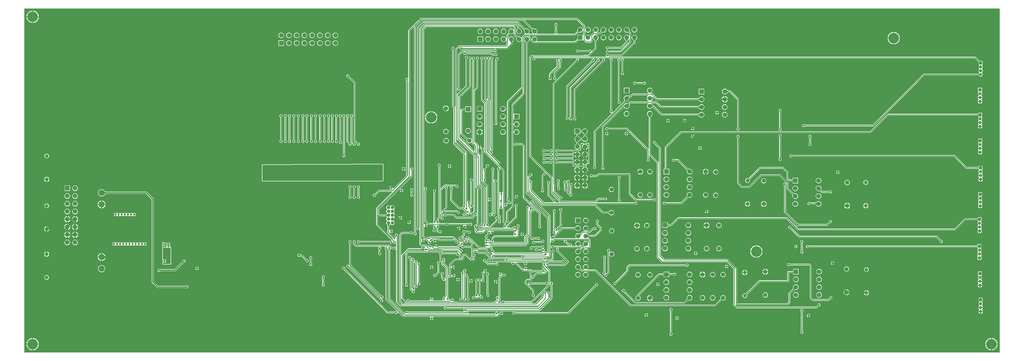
<source format=gbl>
G04 Layer_Physical_Order=2*
G04 Layer_Color=16711680*
%FSLAX24Y24*%
%MOIN*%
G70*
G01*
G75*
%ADD24C,0.0100*%
%ADD25C,0.0150*%
%ADD26C,0.1378*%
%ADD27C,0.0591*%
%ADD28R,0.0591X0.0591*%
%ADD29C,0.0472*%
%ADD30C,0.0650*%
%ADD31C,0.0551*%
%ADD32R,0.0591X0.0591*%
%ADD33C,0.0440*%
%ADD34R,0.0600X0.0600*%
%ADD35C,0.0600*%
%ADD36C,0.0394*%
%ADD37R,0.0394X0.0394*%
%ADD38C,0.0252*%
%ADD39C,0.0800*%
G36*
X125873Y-44534D02*
X111D01*
Y-111D01*
X125873D01*
Y-44534D01*
D02*
G37*
%LPC*%
G36*
X1231Y-393D02*
Y-1131D01*
X1969D01*
X1959Y-1026D01*
X1914Y-878D01*
X1840Y-741D01*
X1742Y-621D01*
X1622Y-522D01*
X1484Y-449D01*
X1336Y-404D01*
X1231Y-393D01*
D02*
G37*
G36*
X1131D02*
X1026Y-404D01*
X878Y-449D01*
X741Y-522D01*
X621Y-621D01*
X522Y-741D01*
X449Y-878D01*
X404Y-1026D01*
X393Y-1131D01*
X1131D01*
Y-393D01*
D02*
G37*
G36*
X71367Y-1344D02*
X71367Y-1344D01*
X51214D01*
X51214Y-1344D01*
X51171Y-1352D01*
X51135Y-1376D01*
X51135Y-1376D01*
X49646Y-2866D01*
X49622Y-2902D01*
X49613Y-2944D01*
X49613Y-2944D01*
Y-9126D01*
X49563Y-9142D01*
X49511Y-9107D01*
X49439Y-9093D01*
X49367Y-9107D01*
X49306Y-9148D01*
X49265Y-9209D01*
X49250Y-9281D01*
X49265Y-9354D01*
X49302Y-9410D01*
X49304Y-9415D01*
X49309Y-9421D01*
X49312Y-9425D01*
X49315Y-9429D01*
X49317Y-9433D01*
X49320Y-9438D01*
X49321Y-9444D01*
X49323Y-9450D01*
X49324Y-9457D01*
X49325Y-9464D01*
X49325Y-9475D01*
X49328Y-9481D01*
Y-21706D01*
X47667Y-23366D01*
X47652Y-23359D01*
X47626Y-23337D01*
X47632Y-23308D01*
X47461D01*
Y-23478D01*
X47490Y-23473D01*
X47513Y-23498D01*
X47520Y-23514D01*
X47483Y-23550D01*
X45837D01*
X45837Y-23550D01*
X45794Y-23559D01*
X45758Y-23583D01*
X45298Y-24042D01*
X45292Y-24045D01*
X45285Y-24052D01*
X45279Y-24057D01*
X45273Y-24061D01*
X45268Y-24064D01*
X45263Y-24067D01*
X45258Y-24069D01*
X45253Y-24070D01*
X45248Y-24071D01*
X45243Y-24072D01*
X45235Y-24072D01*
X45230Y-24074D01*
X45164Y-24088D01*
X45103Y-24128D01*
X45062Y-24190D01*
X45048Y-24262D01*
X45062Y-24334D01*
X45103Y-24395D01*
X45164Y-24436D01*
X45236Y-24450D01*
X45308Y-24436D01*
X45370Y-24395D01*
X45411Y-24334D01*
X45424Y-24268D01*
X45426Y-24263D01*
X45426Y-24255D01*
X45427Y-24250D01*
X45428Y-24245D01*
X45429Y-24240D01*
X45431Y-24235D01*
X45434Y-24230D01*
X45437Y-24225D01*
X45441Y-24219D01*
X45446Y-24213D01*
X45453Y-24206D01*
X45456Y-24200D01*
X45883Y-23773D01*
X47526D01*
X47533Y-23780D01*
X47550Y-23819D01*
X45509Y-25860D01*
X45485Y-25897D01*
X45477Y-25939D01*
X45477Y-25939D01*
Y-28009D01*
X45477Y-28009D01*
X45485Y-28052D01*
X45509Y-28088D01*
X47503Y-30082D01*
X47479Y-30128D01*
X47421Y-30116D01*
X47371Y-30127D01*
X47359Y-30126D01*
X47356Y-30127D01*
X47346Y-30129D01*
X47342Y-30130D01*
X47292Y-30133D01*
X47281Y-30133D01*
X47274Y-30136D01*
X47272D01*
X47266Y-30135D01*
X47265Y-30136D01*
X43378D01*
X43372Y-30133D01*
X43362Y-30133D01*
X43354Y-30132D01*
X43347Y-30131D01*
X43341Y-30129D01*
X43336Y-30127D01*
X43331Y-30125D01*
X43326Y-30123D01*
X43322Y-30120D01*
X43319Y-30117D01*
X43313Y-30112D01*
X43307Y-30110D01*
X43251Y-30073D01*
X43179Y-30058D01*
X43107Y-30073D01*
X43046Y-30113D01*
X43005Y-30175D01*
X42990Y-30247D01*
X43005Y-30319D01*
X43046Y-30380D01*
X43107Y-30421D01*
X43179Y-30436D01*
X43251Y-30421D01*
X43307Y-30384D01*
X43313Y-30382D01*
X43319Y-30376D01*
X43322Y-30373D01*
X43326Y-30371D01*
X43331Y-30368D01*
X43336Y-30366D01*
X43341Y-30364D01*
X43347Y-30363D01*
X43354Y-30362D01*
X43362Y-30361D01*
X43372Y-30361D01*
X43378Y-30358D01*
X47212D01*
X47218Y-30361D01*
X47228Y-30361D01*
X47235Y-30362D01*
X47239Y-30363D01*
X47241Y-30363D01*
X47241Y-30365D01*
X47245Y-30369D01*
X47247Y-30377D01*
X47288Y-30439D01*
X47349Y-30479D01*
X47421Y-30494D01*
X47493Y-30479D01*
X47555Y-30439D01*
X47596Y-30377D01*
X47610Y-30305D01*
X47605Y-30279D01*
X47649Y-30244D01*
X47673Y-30255D01*
X47680Y-30263D01*
X47685Y-30269D01*
X47689Y-30274D01*
X47692Y-30280D01*
X47695Y-30285D01*
X47697Y-30290D01*
X47698Y-30295D01*
X47699Y-30299D01*
X47700Y-30304D01*
X47700Y-30312D01*
X47703Y-30317D01*
X47716Y-30383D01*
X47757Y-30445D01*
X47818Y-30486D01*
X47890Y-30500D01*
X47962Y-30486D01*
X47999Y-30461D01*
X48049Y-30488D01*
Y-30941D01*
X47999Y-30956D01*
X47988Y-30939D01*
X47927Y-30899D01*
X47854Y-30884D01*
X47782Y-30899D01*
X47726Y-30936D01*
X47721Y-30938D01*
X47715Y-30943D01*
X47711Y-30946D01*
X47707Y-30949D01*
X47703Y-30951D01*
X47698Y-30953D01*
X47692Y-30955D01*
X47686Y-30957D01*
X47679Y-30958D01*
X47672Y-30959D01*
X47661Y-30959D01*
X47655Y-30962D01*
X47576D01*
X47293Y-30679D01*
X47257Y-30655D01*
X47215Y-30647D01*
X47215Y-30647D01*
X42929D01*
X42739Y-30457D01*
Y-30446D01*
X42742Y-30440D01*
X42742Y-30430D01*
X42743Y-30422D01*
X42744Y-30415D01*
X42746Y-30409D01*
X42747Y-30403D01*
X42749Y-30399D01*
X42752Y-30394D01*
X42754Y-30390D01*
X42757Y-30386D01*
X42763Y-30381D01*
X42765Y-30375D01*
X42802Y-30319D01*
X42817Y-30247D01*
X42802Y-30175D01*
X42761Y-30113D01*
X42700Y-30073D01*
X42628Y-30058D01*
X42556Y-30073D01*
X42495Y-30113D01*
X42454Y-30175D01*
X42439Y-30247D01*
X42454Y-30319D01*
X42491Y-30375D01*
X42493Y-30381D01*
X42498Y-30386D01*
X42501Y-30390D01*
X42504Y-30394D01*
X42506Y-30399D01*
X42509Y-30403D01*
X42510Y-30409D01*
X42512Y-30415D01*
X42513Y-30422D01*
X42514Y-30430D01*
X42514Y-30440D01*
X42517Y-30446D01*
Y-30503D01*
X42517Y-30503D01*
X42525Y-30545D01*
X42549Y-30582D01*
X42804Y-30837D01*
X42804Y-30837D01*
X42840Y-30861D01*
X42883Y-30869D01*
X45844D01*
X45853Y-30918D01*
X45792Y-30959D01*
X45751Y-31020D01*
X45737Y-31093D01*
X45751Y-31165D01*
X45788Y-31221D01*
X45790Y-31226D01*
X45796Y-31232D01*
X45799Y-31236D01*
X45801Y-31240D01*
X45804Y-31244D01*
X45806Y-31249D01*
X45808Y-31255D01*
X45809Y-31261D01*
X45810Y-31268D01*
X45811Y-31275D01*
X45811Y-31286D01*
X45814Y-31292D01*
Y-31582D01*
X45811Y-31588D01*
X45811Y-31599D01*
X45810Y-31606D01*
X45809Y-31613D01*
X45808Y-31619D01*
X45806Y-31625D01*
X45804Y-31630D01*
X45801Y-31634D01*
X45799Y-31638D01*
X45796Y-31642D01*
X45790Y-31648D01*
X45788Y-31653D01*
X45751Y-31709D01*
X45737Y-31781D01*
X45751Y-31854D01*
X45792Y-31915D01*
X45853Y-31956D01*
X45925Y-31970D01*
X45997Y-31956D01*
X46059Y-31915D01*
X46100Y-31854D01*
X46114Y-31781D01*
X46100Y-31709D01*
X46062Y-31653D01*
X46060Y-31648D01*
X46055Y-31642D01*
X46052Y-31638D01*
X46049Y-31634D01*
X46047Y-31630D01*
X46045Y-31625D01*
X46043Y-31619D01*
X46041Y-31613D01*
X46040Y-31606D01*
X46039Y-31599D01*
X46039Y-31588D01*
X46036Y-31582D01*
Y-31292D01*
X46039Y-31286D01*
X46039Y-31275D01*
X46040Y-31268D01*
X46041Y-31261D01*
X46043Y-31255D01*
X46045Y-31249D01*
X46047Y-31244D01*
X46049Y-31240D01*
X46052Y-31236D01*
X46055Y-31232D01*
X46060Y-31226D01*
X46062Y-31221D01*
X46100Y-31165D01*
X46114Y-31093D01*
X46100Y-31020D01*
X46059Y-30959D01*
X45997Y-30918D01*
X46007Y-30869D01*
X46606D01*
X46622Y-30919D01*
X46588Y-30971D01*
X46573Y-31043D01*
X46588Y-31116D01*
X46625Y-31171D01*
X46627Y-31177D01*
X46632Y-31183D01*
X46635Y-31187D01*
X46638Y-31191D01*
X46640Y-31195D01*
X46642Y-31200D01*
X46644Y-31205D01*
X46646Y-31211D01*
X46647Y-31218D01*
X46648Y-31226D01*
X46648Y-31236D01*
X46651Y-31242D01*
Y-37667D01*
X46651Y-37667D01*
X46659Y-37710D01*
X46683Y-37746D01*
X48062Y-39124D01*
X48045Y-39179D01*
X48009Y-39186D01*
X47953Y-39223D01*
X47947Y-39225D01*
X47941Y-39231D01*
X47937Y-39234D01*
X47933Y-39236D01*
X47929Y-39239D01*
X47924Y-39241D01*
X47919Y-39243D01*
X47913Y-39244D01*
X47906Y-39245D01*
X47898Y-39246D01*
X47888Y-39246D01*
X47882Y-39249D01*
X47034D01*
X41469Y-33684D01*
X41467Y-33678D01*
X41460Y-33671D01*
X41455Y-33665D01*
X41451Y-33659D01*
X41448Y-33653D01*
X41445Y-33648D01*
X41443Y-33643D01*
X41442Y-33639D01*
X41441Y-33634D01*
X41440Y-33629D01*
X41440Y-33621D01*
X41437Y-33616D01*
X41424Y-33550D01*
X41383Y-33489D01*
X41322Y-33448D01*
X41250Y-33433D01*
X41178Y-33448D01*
X41117Y-33489D01*
X41076Y-33550D01*
X41061Y-33622D01*
X41076Y-33694D01*
X41117Y-33755D01*
X41178Y-33796D01*
X41244Y-33809D01*
X41249Y-33812D01*
X41257Y-33812D01*
X41262Y-33813D01*
X41267Y-33814D01*
X41271Y-33815D01*
X41276Y-33817D01*
X41281Y-33820D01*
X41287Y-33823D01*
X41293Y-33827D01*
X41298Y-33832D01*
X41306Y-33839D01*
X41312Y-33842D01*
X46910Y-39439D01*
X46910Y-39439D01*
X46946Y-39463D01*
X46988Y-39471D01*
X46988Y-39471D01*
X47882D01*
X47888Y-39474D01*
X47898Y-39474D01*
X47906Y-39475D01*
X47913Y-39476D01*
X47919Y-39478D01*
X47924Y-39480D01*
X47929Y-39482D01*
X47933Y-39484D01*
X47937Y-39487D01*
X47941Y-39490D01*
X47947Y-39495D01*
X47953Y-39497D01*
X48009Y-39535D01*
X48081Y-39549D01*
X48153Y-39535D01*
X48214Y-39494D01*
X48255Y-39432D01*
X48262Y-39396D01*
X48317Y-39379D01*
X48849Y-39911D01*
X48849Y-39911D01*
X48885Y-39935D01*
X48927Y-39944D01*
X48927Y-39944D01*
X52428D01*
X52452Y-39994D01*
X52415Y-40050D01*
X52407Y-40088D01*
X52848D01*
X52841Y-40050D01*
X52804Y-39994D01*
X52828Y-39944D01*
X61053D01*
X61053Y-39944D01*
X61096Y-39935D01*
X61132Y-39911D01*
X61444Y-39599D01*
X61454D01*
X61460Y-39602D01*
X61471Y-39602D01*
X61478Y-39603D01*
X61485Y-39604D01*
X61491Y-39606D01*
X61497Y-39608D01*
X61502Y-39610D01*
X61506Y-39612D01*
X61510Y-39615D01*
X61514Y-39618D01*
X61520Y-39623D01*
X61525Y-39625D01*
X61581Y-39662D01*
X61654Y-39677D01*
X61726Y-39662D01*
X61787Y-39622D01*
X61828Y-39560D01*
X61842Y-39488D01*
X61828Y-39416D01*
X61787Y-39355D01*
X61726Y-39314D01*
X61654Y-39300D01*
X61581Y-39314D01*
X61525Y-39351D01*
X61520Y-39353D01*
X61514Y-39359D01*
X61510Y-39362D01*
X61506Y-39364D01*
X61502Y-39367D01*
X61497Y-39369D01*
X61491Y-39371D01*
X61485Y-39372D01*
X61478Y-39373D01*
X61471Y-39374D01*
X61460Y-39374D01*
X61454Y-39377D01*
X61398D01*
X61398Y-39377D01*
X61355Y-39385D01*
X61319Y-39410D01*
X61319Y-39410D01*
X61227Y-39501D01*
X61181Y-39477D01*
X61183Y-39469D01*
X61168Y-39396D01*
X61128Y-39335D01*
X61066Y-39294D01*
X60994Y-39280D01*
X60922Y-39294D01*
X60861Y-39335D01*
X60830Y-39381D01*
X60822Y-39388D01*
X60820Y-39393D01*
X60818Y-39396D01*
X60810Y-39407D01*
X60807Y-39412D01*
X60780Y-39443D01*
X60772Y-39451D01*
X60769Y-39457D01*
X60765Y-39462D01*
X60762Y-39464D01*
X60762Y-39465D01*
X60672Y-39554D01*
X57338D01*
X57322Y-39504D01*
X57338Y-39494D01*
X57379Y-39432D01*
X57393Y-39360D01*
X57379Y-39288D01*
X57357Y-39256D01*
X57384Y-39206D01*
X66476D01*
X66476Y-39206D01*
X66519Y-39197D01*
X66555Y-39173D01*
X68159Y-37569D01*
X68159Y-37569D01*
X68183Y-37533D01*
X68192Y-37490D01*
X68192Y-37490D01*
Y-35809D01*
X68195Y-35803D01*
X68195Y-35793D01*
X68196Y-35785D01*
X68197Y-35778D01*
X68198Y-35772D01*
X68200Y-35767D01*
X68202Y-35762D01*
X68205Y-35758D01*
X68207Y-35753D01*
X68210Y-35750D01*
X68216Y-35744D01*
X68218Y-35738D01*
X68255Y-35682D01*
X68269Y-35610D01*
X68255Y-35538D01*
X68214Y-35477D01*
X68153Y-35436D01*
X68081Y-35422D01*
X68009Y-35436D01*
X67947Y-35477D01*
X67937Y-35493D01*
X67887Y-35477D01*
Y-33888D01*
X67887Y-33888D01*
X67878Y-33845D01*
X67854Y-33809D01*
X67854Y-33809D01*
X67425Y-33380D01*
X67447Y-33336D01*
X67450Y-33334D01*
X67520Y-33348D01*
X67550Y-33342D01*
X67556Y-33344D01*
X67702Y-33342D01*
X67708Y-33340D01*
X69744D01*
X69744Y-33340D01*
X69787Y-33331D01*
X69823Y-33307D01*
X70261Y-32869D01*
X70261Y-32869D01*
X70285Y-32833D01*
X70293Y-32790D01*
X70285Y-32748D01*
X70261Y-32712D01*
X68953Y-31404D01*
X68953Y-31403D01*
X68954Y-31396D01*
X68955Y-31389D01*
X68956Y-31383D01*
X68958Y-31377D01*
X68960Y-31372D01*
X68962Y-31368D01*
X68965Y-31364D01*
X68968Y-31360D01*
X68973Y-31354D01*
X68976Y-31349D01*
X69013Y-31293D01*
X69027Y-31220D01*
X69013Y-31148D01*
X68972Y-31087D01*
X68940Y-31066D01*
X68955Y-31016D01*
X71801D01*
X71801Y-31016D01*
X71844Y-31007D01*
X71875Y-30986D01*
X71907Y-31025D01*
X71809Y-31123D01*
X71807Y-31123D01*
X71804Y-31127D01*
X71799Y-31129D01*
X71785Y-31141D01*
X71773Y-31149D01*
X71759Y-31155D01*
X71742Y-31160D01*
X71723Y-31164D01*
X71700Y-31166D01*
X71674Y-31165D01*
X71646Y-31163D01*
X71614Y-31158D01*
X71578Y-31150D01*
X71568Y-31152D01*
X71496Y-31143D01*
X71404Y-31155D01*
X71317Y-31191D01*
X71243Y-31247D01*
X71187Y-31321D01*
X71151Y-31407D01*
X71139Y-31500D01*
X71151Y-31593D01*
X71187Y-31679D01*
X71243Y-31753D01*
X71317Y-31810D01*
X71404Y-31845D01*
X71496Y-31857D01*
X71589Y-31845D01*
X71675Y-31810D01*
X71749Y-31753D01*
X71806Y-31679D01*
X71841Y-31593D01*
X71842Y-31583D01*
X71847Y-31577D01*
X71847Y-31577D01*
X71847Y-31577D01*
X71857Y-31532D01*
X71878Y-31453D01*
X71899Y-31390D01*
X71908Y-31366D01*
X71918Y-31345D01*
X71927Y-31328D01*
X71935Y-31317D01*
X71944Y-31306D01*
X71946Y-31301D01*
X72131Y-31115D01*
X72369D01*
X72379Y-31165D01*
X72317Y-31191D01*
X72243Y-31247D01*
X72187Y-31321D01*
X72151Y-31407D01*
X72139Y-31500D01*
X72151Y-31593D01*
X72187Y-31679D01*
X72243Y-31753D01*
X72317Y-31810D01*
X72404Y-31845D01*
X72496Y-31857D01*
X72589Y-31845D01*
X72675Y-31810D01*
X72749Y-31753D01*
X72806Y-31679D01*
X72841Y-31593D01*
X72853Y-31500D01*
X72841Y-31407D01*
X72806Y-31321D01*
X72749Y-31247D01*
X72675Y-31191D01*
X72614Y-31165D01*
X72623Y-31115D01*
X72864D01*
X72864Y-31115D01*
X72907Y-31107D01*
X72943Y-31083D01*
X73061Y-30964D01*
X73061Y-30964D01*
X73085Y-30928D01*
X73093Y-30886D01*
X73093Y-30886D01*
Y-29990D01*
X73085Y-29948D01*
X73061Y-29912D01*
X73061Y-29912D01*
X72972Y-29823D01*
X72936Y-29799D01*
X72894Y-29790D01*
X72894Y-29790D01*
X72781D01*
X72764Y-29740D01*
X72781Y-29724D01*
X72835Y-29677D01*
X72859Y-29659D01*
X72881Y-29644D01*
X72902Y-29632D01*
X72921Y-29624D01*
X72938Y-29618D01*
X72952Y-29615D01*
X72969Y-29614D01*
X72974Y-29611D01*
X73689D01*
X73689Y-29611D01*
X73732Y-29603D01*
X73768Y-29579D01*
X74518Y-28829D01*
X74518Y-28829D01*
X74542Y-28793D01*
X74550Y-28750D01*
Y-28504D01*
X74550Y-28504D01*
X74542Y-28461D01*
X74518Y-28425D01*
X74518Y-28425D01*
X74088Y-27995D01*
Y-27768D01*
X74090Y-27762D01*
X74091Y-27752D01*
X74091Y-27744D01*
X74092Y-27737D01*
X74094Y-27731D01*
X74096Y-27726D01*
X74098Y-27721D01*
X74100Y-27716D01*
X74103Y-27712D01*
X74106Y-27708D01*
X74111Y-27703D01*
X74113Y-27697D01*
X74151Y-27641D01*
X74165Y-27569D01*
X74151Y-27497D01*
X74110Y-27435D01*
X74049Y-27395D01*
X73976Y-27380D01*
X73904Y-27395D01*
X73843Y-27435D01*
X73802Y-27497D01*
X73788Y-27569D01*
X73802Y-27641D01*
X73839Y-27697D01*
X73842Y-27703D01*
X73847Y-27708D01*
X73850Y-27712D01*
X73853Y-27716D01*
X73855Y-27721D01*
X73857Y-27726D01*
X73859Y-27731D01*
X73860Y-27737D01*
X73861Y-27744D01*
X73862Y-27752D01*
X73862Y-27762D01*
X73865Y-27768D01*
Y-28041D01*
X73865Y-28041D01*
X73874Y-28084D01*
X73898Y-28120D01*
X74328Y-28550D01*
Y-28704D01*
X73643Y-29389D01*
X72974D01*
X72969Y-29386D01*
X72952Y-29385D01*
X72938Y-29382D01*
X72921Y-29376D01*
X72902Y-29368D01*
X72881Y-29356D01*
X72859Y-29341D01*
X72835Y-29323D01*
X72781Y-29276D01*
X72752Y-29248D01*
X72747Y-29246D01*
X72675Y-29190D01*
X72589Y-29155D01*
X72533Y-29147D01*
X72536Y-29097D01*
X72943D01*
X72943Y-29097D01*
X72985Y-29089D01*
X73022Y-29065D01*
X73452Y-28635D01*
X73502D01*
X73508Y-28638D01*
X73518Y-28638D01*
X73526Y-28639D01*
X73533Y-28640D01*
X73539Y-28641D01*
X73544Y-28643D01*
X73549Y-28645D01*
X73553Y-28647D01*
X73558Y-28650D01*
X73561Y-28653D01*
X73567Y-28658D01*
X73573Y-28661D01*
X73629Y-28698D01*
X73701Y-28712D01*
X73773Y-28698D01*
X73834Y-28657D01*
X73875Y-28596D01*
X73889Y-28524D01*
X73875Y-28451D01*
X73834Y-28390D01*
X73773Y-28349D01*
X73701Y-28335D01*
X73629Y-28349D01*
X73573Y-28387D01*
X73567Y-28389D01*
X73561Y-28394D01*
X73558Y-28397D01*
X73553Y-28400D01*
X73549Y-28402D01*
X73544Y-28404D01*
X73539Y-28406D01*
X73533Y-28408D01*
X73526Y-28409D01*
X73518Y-28409D01*
X73508Y-28410D01*
X73502Y-28412D01*
X73406D01*
X73406Y-28412D01*
X73363Y-28421D01*
X73327Y-28445D01*
X73327Y-28445D01*
X72897Y-28875D01*
X72647D01*
X72637Y-28825D01*
X72675Y-28810D01*
X72749Y-28753D01*
X72806Y-28679D01*
X72841Y-28593D01*
X72853Y-28500D01*
X72841Y-28407D01*
X72806Y-28321D01*
X72749Y-28247D01*
X72675Y-28191D01*
X72589Y-28155D01*
X72496Y-28143D01*
X72404Y-28155D01*
X72317Y-28191D01*
X72243Y-28247D01*
X72187Y-28321D01*
X72151Y-28407D01*
X72139Y-28500D01*
X72151Y-28593D01*
X72187Y-28679D01*
X72243Y-28753D01*
X72317Y-28810D01*
X72355Y-28825D01*
X72345Y-28875D01*
X72146D01*
X72103Y-28883D01*
X72067Y-28908D01*
X72067Y-28908D01*
X71824Y-29151D01*
X71818Y-29153D01*
X71804Y-29165D01*
X71792Y-29172D01*
X71779Y-29178D01*
X71764Y-29182D01*
X71746Y-29185D01*
X71726Y-29185D01*
X71703Y-29183D01*
X71676Y-29179D01*
X71648Y-29172D01*
X71615Y-29161D01*
X71605Y-29162D01*
X71589Y-29155D01*
X71496Y-29143D01*
X71404Y-29155D01*
X71317Y-29190D01*
X71243Y-29247D01*
X71187Y-29321D01*
X71151Y-29407D01*
X71139Y-29500D01*
X71151Y-29592D01*
X71187Y-29679D01*
X71236Y-29743D01*
X71221Y-29793D01*
X68511D01*
X68511Y-29793D01*
X68468Y-29802D01*
X68432Y-29826D01*
X68432Y-29826D01*
X68290Y-29968D01*
X68279Y-29963D01*
X68273Y-29907D01*
X68314Y-29846D01*
X68320Y-29816D01*
X68327Y-29805D01*
X68329Y-29797D01*
X68330Y-29791D01*
X68332Y-29786D01*
X68335Y-29780D01*
X68338Y-29774D01*
X68341Y-29768D01*
X68345Y-29761D01*
X68350Y-29755D01*
X68356Y-29748D01*
X68363Y-29741D01*
X68366Y-29734D01*
X69489Y-28611D01*
X71018D01*
X71023Y-28614D01*
X71040Y-28615D01*
X71054Y-28618D01*
X71071Y-28624D01*
X71090Y-28632D01*
X71111Y-28644D01*
X71134Y-28659D01*
X71157Y-28677D01*
X71211Y-28724D01*
X71240Y-28752D01*
X71245Y-28754D01*
X71317Y-28810D01*
X71404Y-28845D01*
X71496Y-28857D01*
X71589Y-28845D01*
X71675Y-28810D01*
X71749Y-28753D01*
X71806Y-28679D01*
X71841Y-28593D01*
X71853Y-28500D01*
X71841Y-28407D01*
X71806Y-28321D01*
X71749Y-28247D01*
X71675Y-28191D01*
X71589Y-28155D01*
X71496Y-28143D01*
X71404Y-28155D01*
X71317Y-28191D01*
X71245Y-28246D01*
X71240Y-28248D01*
X71211Y-28276D01*
X71157Y-28323D01*
X71134Y-28341D01*
X71111Y-28356D01*
X71090Y-28368D01*
X71071Y-28376D01*
X71054Y-28382D01*
X71040Y-28385D01*
X71023Y-28386D01*
X71018Y-28389D01*
X69443D01*
X69400Y-28397D01*
X69364Y-28421D01*
X68933Y-28853D01*
X68928Y-28853D01*
X68907Y-28828D01*
X68900Y-28805D01*
X68914Y-28783D01*
X68929Y-28711D01*
X68916Y-28645D01*
X68916Y-28639D01*
X68914Y-28635D01*
X68914Y-28635D01*
X68914Y-28634D01*
X68915Y-28632D01*
X68917Y-28629D01*
X68919Y-28625D01*
X68923Y-28620D01*
X68930Y-28613D01*
X68933Y-28607D01*
X69439Y-28100D01*
X69463Y-28064D01*
X69471Y-28022D01*
X69463Y-27979D01*
X69439Y-27943D01*
X69439Y-27943D01*
X69383Y-27887D01*
Y-26292D01*
X69386Y-26286D01*
X69386Y-26275D01*
X69387Y-26268D01*
X69388Y-26261D01*
X69389Y-26255D01*
X69391Y-26249D01*
X69393Y-26244D01*
X69395Y-26240D01*
X69398Y-26236D01*
X69401Y-26232D01*
X69406Y-26226D01*
X69409Y-26221D01*
X69446Y-26165D01*
X69460Y-26093D01*
X69446Y-26020D01*
X69405Y-25959D01*
X69344Y-25918D01*
X69272Y-25904D01*
X69199Y-25918D01*
X69138Y-25959D01*
X69097Y-26020D01*
X69083Y-26093D01*
X69097Y-26165D01*
X69135Y-26221D01*
X69137Y-26226D01*
X69142Y-26232D01*
X69145Y-26236D01*
X69148Y-26240D01*
X69150Y-26244D01*
X69152Y-26249D01*
X69154Y-26255D01*
X69156Y-26261D01*
X69157Y-26268D01*
X69157Y-26275D01*
X69158Y-26286D01*
X69160Y-26292D01*
Y-27933D01*
X69160Y-27933D01*
X69169Y-27976D01*
X69193Y-28012D01*
Y-28032D01*
X68742Y-28483D01*
X68736Y-28485D01*
X68711Y-28508D01*
X68705Y-28513D01*
X68691Y-28523D01*
X68686Y-28526D01*
X68673Y-28533D01*
X68667Y-28535D01*
X68663Y-28540D01*
X68607Y-28577D01*
X68586Y-28608D01*
X68536Y-28593D01*
Y-26449D01*
X68539Y-26443D01*
X68539Y-26433D01*
X68540Y-26425D01*
X68541Y-26418D01*
X68543Y-26412D01*
X68545Y-26407D01*
X68547Y-26402D01*
X68549Y-26397D01*
X68552Y-26393D01*
X68555Y-26389D01*
X68560Y-26384D01*
X68562Y-26378D01*
X68600Y-26322D01*
X68614Y-26250D01*
X68600Y-26178D01*
X68559Y-26117D01*
X68497Y-26076D01*
X68425Y-26061D01*
X68353Y-26076D01*
X68292Y-26117D01*
X68251Y-26178D01*
X68237Y-26250D01*
X68251Y-26322D01*
X68288Y-26378D01*
X68290Y-26384D01*
X68296Y-26389D01*
X68299Y-26393D01*
X68301Y-26397D01*
X68304Y-26402D01*
X68306Y-26407D01*
X68308Y-26412D01*
X68309Y-26418D01*
X68310Y-26425D01*
X68311Y-26433D01*
X68311Y-26443D01*
X68314Y-26449D01*
Y-28836D01*
X68311Y-28842D01*
X68311Y-28853D01*
X68310Y-28860D01*
X68309Y-28867D01*
X68308Y-28873D01*
X68306Y-28879D01*
X68304Y-28884D01*
X68301Y-28888D01*
X68299Y-28892D01*
X68296Y-28896D01*
X68290Y-28902D01*
X68288Y-28907D01*
X68251Y-28963D01*
X68237Y-29035D01*
X68251Y-29108D01*
X68292Y-29169D01*
X68353Y-29210D01*
X68425Y-29224D01*
X68497Y-29210D01*
X68521Y-29194D01*
X68553Y-29233D01*
X68226Y-29560D01*
X68223Y-29560D01*
X68220Y-29564D01*
X68216Y-29566D01*
X68208Y-29573D01*
X68203Y-29578D01*
X68198Y-29581D01*
X68193Y-29583D01*
X68189Y-29585D01*
X68186Y-29586D01*
X68183Y-29587D01*
X68180Y-29587D01*
X68177Y-29587D01*
X68170Y-29586D01*
X68160Y-29589D01*
X68140Y-29585D01*
X68068Y-29599D01*
X68006Y-29640D01*
X67976Y-29685D01*
X67926Y-29670D01*
Y-26850D01*
X67926Y-26850D01*
X67918Y-26808D01*
X67894Y-26772D01*
X67894Y-26772D01*
X65009Y-23887D01*
Y-23779D01*
X65059Y-23764D01*
X65069Y-23779D01*
X66821Y-25531D01*
X66821Y-25531D01*
X66857Y-25555D01*
X66900Y-25564D01*
X73655D01*
X74650Y-26559D01*
X74650Y-26559D01*
X74686Y-26583D01*
X74728Y-26592D01*
X75371D01*
X75376Y-26594D01*
X75392Y-26595D01*
X75406Y-26598D01*
X75421Y-26603D01*
X75438Y-26611D01*
X75457Y-26621D01*
X75478Y-26634D01*
X75500Y-26650D01*
X75549Y-26693D01*
X75575Y-26719D01*
X75581Y-26721D01*
X75648Y-26773D01*
X75730Y-26806D01*
X75817Y-26818D01*
X75904Y-26806D01*
X75986Y-26773D01*
X76056Y-26719D01*
X76109Y-26649D01*
X76143Y-26568D01*
X76154Y-26480D01*
X76143Y-26393D01*
X76109Y-26312D01*
X76056Y-26242D01*
X75986Y-26188D01*
X75904Y-26154D01*
X75817Y-26143D01*
X75730Y-26154D01*
X75648Y-26188D01*
X75582Y-26239D01*
X75576Y-26241D01*
X75523Y-26291D01*
X75500Y-26310D01*
X75478Y-26326D01*
X75457Y-26340D01*
X75438Y-26350D01*
X75421Y-26358D01*
X75406Y-26363D01*
X75392Y-26365D01*
X75376Y-26367D01*
X75371Y-26369D01*
X74774D01*
X73828Y-25423D01*
X73848Y-25377D01*
X78758D01*
X78764Y-25380D01*
X78774Y-25380D01*
X78782Y-25381D01*
X78789Y-25382D01*
X78795Y-25383D01*
X78800Y-25385D01*
X78805Y-25387D01*
X78809Y-25390D01*
X78813Y-25392D01*
X78817Y-25395D01*
X78823Y-25401D01*
X78829Y-25403D01*
X78884Y-25440D01*
X78957Y-25454D01*
X79029Y-25440D01*
X79090Y-25399D01*
X79131Y-25338D01*
X79145Y-25266D01*
X79131Y-25194D01*
X79090Y-25132D01*
X79029Y-25091D01*
X78957Y-25077D01*
X78884Y-25091D01*
X78829Y-25129D01*
X78823Y-25131D01*
X78817Y-25136D01*
X78813Y-25139D01*
X78809Y-25142D01*
X78805Y-25144D01*
X78800Y-25146D01*
X78795Y-25148D01*
X78789Y-25150D01*
X78782Y-25151D01*
X78774Y-25152D01*
X78764Y-25152D01*
X78758Y-25155D01*
X73877D01*
X73858Y-25108D01*
X74170Y-24796D01*
X74850D01*
X74856Y-24799D01*
X74866Y-24799D01*
X74874Y-24800D01*
X74881Y-24801D01*
X74887Y-24803D01*
X74893Y-24804D01*
X74897Y-24807D01*
X74902Y-24809D01*
X74906Y-24812D01*
X74910Y-24815D01*
X74916Y-24820D01*
X74921Y-24822D01*
X74977Y-24859D01*
X75049Y-24874D01*
X75121Y-24859D01*
X75183Y-24818D01*
X75224Y-24757D01*
X75238Y-24685D01*
X75224Y-24613D01*
X75183Y-24552D01*
X75121Y-24511D01*
X75049Y-24496D01*
X74977Y-24511D01*
X74921Y-24548D01*
X74916Y-24550D01*
X74910Y-24556D01*
X74906Y-24559D01*
X74902Y-24561D01*
X74897Y-24564D01*
X74893Y-24566D01*
X74887Y-24567D01*
X74881Y-24569D01*
X74874Y-24570D01*
X74866Y-24571D01*
X74856Y-24571D01*
X74850Y-24574D01*
X74124D01*
X74124Y-24574D01*
X74081Y-24582D01*
X74045Y-24606D01*
X73674Y-24978D01*
X69316D01*
X68251Y-23913D01*
Y-22967D01*
X68301Y-22941D01*
X68307Y-22945D01*
Y-23714D01*
X68307Y-23714D01*
X68316Y-23756D01*
X68340Y-23792D01*
X69052Y-24505D01*
X69055Y-24511D01*
X69062Y-24518D01*
X69067Y-24524D01*
X69071Y-24530D01*
X69074Y-24535D01*
X69076Y-24541D01*
X69078Y-24546D01*
X69080Y-24550D01*
X69081Y-24555D01*
X69082Y-24560D01*
X69082Y-24568D01*
X69084Y-24573D01*
X69097Y-24639D01*
X69138Y-24700D01*
X69199Y-24741D01*
X69272Y-24756D01*
X69344Y-24741D01*
X69405Y-24700D01*
X69446Y-24639D01*
X69460Y-24567D01*
X69446Y-24495D01*
X69405Y-24434D01*
X69344Y-24393D01*
X69278Y-24379D01*
X69272Y-24377D01*
X69265Y-24377D01*
X69260Y-24376D01*
X69255Y-24375D01*
X69250Y-24374D01*
X69245Y-24372D01*
X69240Y-24369D01*
X69235Y-24366D01*
X69229Y-24362D01*
X69223Y-24357D01*
X69216Y-24350D01*
X69209Y-24347D01*
X68530Y-23668D01*
Y-22854D01*
X68530Y-22854D01*
X68530Y-22854D01*
Y-22831D01*
X68521Y-22789D01*
X68497Y-22752D01*
X68477Y-22739D01*
Y-9879D01*
X71375Y-6981D01*
X71381Y-6979D01*
X71389Y-6972D01*
X71394Y-6967D01*
X71400Y-6963D01*
X71406Y-6960D01*
X71411Y-6957D01*
X71416Y-6955D01*
X71420Y-6954D01*
X71425Y-6953D01*
X71430Y-6952D01*
X71438Y-6952D01*
X71443Y-6949D01*
X71509Y-6936D01*
X71570Y-6895D01*
X71611Y-6834D01*
X71626Y-6762D01*
X71611Y-6690D01*
X71570Y-6628D01*
X71569Y-6628D01*
X71585Y-6578D01*
X73361D01*
X73376Y-6628D01*
X73331Y-6658D01*
X73290Y-6719D01*
X73277Y-6785D01*
X73275Y-6790D01*
X73274Y-6798D01*
X73274Y-6803D01*
X73273Y-6808D01*
X73271Y-6813D01*
X73269Y-6818D01*
X73267Y-6823D01*
X73264Y-6828D01*
X73260Y-6834D01*
X73255Y-6840D01*
X73247Y-6847D01*
X73245Y-6854D01*
X70020Y-10079D01*
X69996Y-10115D01*
X69987Y-10157D01*
X69987Y-10157D01*
Y-14102D01*
X69985Y-14108D01*
X69984Y-14118D01*
X69983Y-14126D01*
X69982Y-14133D01*
X69981Y-14139D01*
X69979Y-14145D01*
X69977Y-14149D01*
X69975Y-14154D01*
X69972Y-14158D01*
X69969Y-14162D01*
X69964Y-14168D01*
X69962Y-14173D01*
X69924Y-14229D01*
X69910Y-14301D01*
X69924Y-14373D01*
X69965Y-14435D01*
X70026Y-14475D01*
X70098Y-14490D01*
X70171Y-14475D01*
X70232Y-14435D01*
X70273Y-14373D01*
X70287Y-14301D01*
X70273Y-14229D01*
X70235Y-14173D01*
X70233Y-14168D01*
X70228Y-14162D01*
X70225Y-14158D01*
X70222Y-14154D01*
X70220Y-14149D01*
X70218Y-14145D01*
X70216Y-14139D01*
X70215Y-14133D01*
X70213Y-14126D01*
X70213Y-14118D01*
X70212Y-14108D01*
X70210Y-14102D01*
Y-10204D01*
X73402Y-7011D01*
X73408Y-7008D01*
X73416Y-7001D01*
X73422Y-6996D01*
X73428Y-6992D01*
X73433Y-6989D01*
X73438Y-6987D01*
X73443Y-6985D01*
X73448Y-6983D01*
X73453Y-6982D01*
X73458Y-6981D01*
X73465Y-6981D01*
X73471Y-6979D01*
X73537Y-6966D01*
X73598Y-6925D01*
X73639Y-6864D01*
X73653Y-6791D01*
X73639Y-6719D01*
X73598Y-6658D01*
X73553Y-6628D01*
X73568Y-6578D01*
X74001D01*
X74016Y-6628D01*
X73971Y-6658D01*
X73930Y-6719D01*
X73916Y-6791D01*
X73918Y-6803D01*
X73916Y-6811D01*
X73916Y-6818D01*
X73916Y-6822D01*
X73915Y-6826D01*
X73915Y-6830D01*
X73913Y-6834D01*
X73911Y-6838D01*
X73909Y-6843D01*
X73905Y-6848D01*
X73900Y-6853D01*
X73893Y-6861D01*
X73892Y-6864D01*
X73890Y-6865D01*
X73888Y-6870D01*
X70473Y-10286D01*
X70448Y-10322D01*
X70440Y-10364D01*
X70440Y-10364D01*
Y-14141D01*
X70437Y-14147D01*
X70437Y-14158D01*
X70436Y-14165D01*
X70435Y-14172D01*
X70434Y-14178D01*
X70432Y-14184D01*
X70430Y-14189D01*
X70427Y-14193D01*
X70425Y-14197D01*
X70422Y-14201D01*
X70416Y-14207D01*
X70414Y-14212D01*
X70377Y-14268D01*
X70363Y-14341D01*
X70377Y-14413D01*
X70418Y-14474D01*
X70479Y-14515D01*
X70551Y-14529D01*
X70623Y-14515D01*
X70685Y-14474D01*
X70725Y-14413D01*
X70740Y-14341D01*
X70725Y-14268D01*
X70688Y-14212D01*
X70686Y-14207D01*
X70681Y-14201D01*
X70678Y-14197D01*
X70675Y-14193D01*
X70673Y-14189D01*
X70671Y-14184D01*
X70669Y-14178D01*
X70667Y-14172D01*
X70666Y-14165D01*
X70665Y-14158D01*
X70665Y-14147D01*
X70662Y-14141D01*
Y-10410D01*
X74057Y-7016D01*
X74063Y-7013D01*
X74071Y-7006D01*
X74077Y-7001D01*
X74083Y-6996D01*
X74089Y-6992D01*
X74095Y-6989D01*
X74101Y-6986D01*
X74107Y-6984D01*
X74112Y-6982D01*
X74118Y-6981D01*
X74126Y-6980D01*
X74137Y-6974D01*
X74177Y-6966D01*
X74238Y-6925D01*
X74279Y-6864D01*
X74293Y-6791D01*
X74279Y-6719D01*
X74238Y-6658D01*
X74193Y-6628D01*
X74208Y-6578D01*
X74690D01*
X74705Y-6628D01*
X74660Y-6658D01*
X74619Y-6719D01*
X74605Y-6791D01*
X74612Y-6830D01*
X74610Y-6842D01*
X74612Y-6848D01*
X74612Y-6850D01*
X74612Y-6851D01*
X74612Y-6853D01*
X74611Y-6855D01*
X74610Y-6858D01*
X74608Y-6862D01*
X74605Y-6866D01*
X74601Y-6871D01*
X74594Y-6879D01*
X74592Y-6885D01*
X70984Y-10492D01*
X70960Y-10528D01*
X70952Y-10571D01*
X70952Y-10571D01*
Y-14181D01*
X70949Y-14187D01*
X70949Y-14197D01*
X70948Y-14205D01*
X70947Y-14212D01*
X70945Y-14218D01*
X70944Y-14223D01*
X70942Y-14228D01*
X70939Y-14233D01*
X70936Y-14237D01*
X70933Y-14241D01*
X70928Y-14246D01*
X70926Y-14252D01*
X70889Y-14308D01*
X70874Y-14380D01*
X70889Y-14452D01*
X70930Y-14513D01*
X70991Y-14554D01*
X71063Y-14569D01*
X71135Y-14554D01*
X71196Y-14513D01*
X71237Y-14452D01*
X71252Y-14380D01*
X71237Y-14308D01*
X71200Y-14252D01*
X71198Y-14246D01*
X71192Y-14241D01*
X71189Y-14237D01*
X71187Y-14233D01*
X71184Y-14228D01*
X71182Y-14223D01*
X71181Y-14218D01*
X71179Y-14212D01*
X71178Y-14205D01*
X71177Y-14197D01*
X71177Y-14187D01*
X71174Y-14181D01*
Y-10617D01*
X74771Y-7020D01*
X74777Y-7018D01*
X74794Y-7003D01*
X74799Y-6998D01*
X74814Y-6988D01*
X74820Y-6984D01*
X74826Y-6981D01*
X74832Y-6979D01*
X74838Y-6976D01*
X74846Y-6974D01*
X74853Y-6968D01*
X74866Y-6966D01*
X74927Y-6925D01*
X74968Y-6864D01*
X74982Y-6791D01*
X74968Y-6719D01*
X74927Y-6658D01*
X74882Y-6628D01*
X74897Y-6578D01*
X75648D01*
X75663Y-6628D01*
X75638Y-6644D01*
X75597Y-6705D01*
X75583Y-6778D01*
X75597Y-6850D01*
X75635Y-6906D01*
X75637Y-6911D01*
X75642Y-6917D01*
X75645Y-6921D01*
X75648Y-6925D01*
X75650Y-6929D01*
X75652Y-6934D01*
X75654Y-6940D01*
X75656Y-6946D01*
X75657Y-6953D01*
X75657Y-6960D01*
X75658Y-6971D01*
X75660Y-6977D01*
Y-13226D01*
X75658Y-13232D01*
X75657Y-13242D01*
X75657Y-13250D01*
X75656Y-13257D01*
X75654Y-13263D01*
X75652Y-13269D01*
X75650Y-13273D01*
X75648Y-13278D01*
X75645Y-13282D01*
X75642Y-13286D01*
X75637Y-13292D01*
X75635Y-13297D01*
X75597Y-13353D01*
X75583Y-13425D01*
X75597Y-13497D01*
X75638Y-13559D01*
X75699Y-13599D01*
X75772Y-13614D01*
X75844Y-13599D01*
X75856Y-13592D01*
X75887Y-13631D01*
X73563Y-15955D01*
X73539Y-15991D01*
X73531Y-16033D01*
X73531Y-16033D01*
Y-20431D01*
X73528Y-20437D01*
X73528Y-20447D01*
X73527Y-20455D01*
X73526Y-20462D01*
X73524Y-20468D01*
X73522Y-20473D01*
X73520Y-20478D01*
X73518Y-20483D01*
X73515Y-20487D01*
X73512Y-20491D01*
X73507Y-20496D01*
X73505Y-20502D01*
X73467Y-20558D01*
X73453Y-20630D01*
X73467Y-20702D01*
X73508Y-20763D01*
X73570Y-20804D01*
X73642Y-20819D01*
X73714Y-20804D01*
X73775Y-20763D01*
X73816Y-20702D01*
X73830Y-20630D01*
X73816Y-20558D01*
X73779Y-20502D01*
X73777Y-20496D01*
X73771Y-20491D01*
X73768Y-20487D01*
X73766Y-20483D01*
X73763Y-20478D01*
X73761Y-20473D01*
X73759Y-20468D01*
X73758Y-20462D01*
X73757Y-20455D01*
X73756Y-20447D01*
X73756Y-20437D01*
X73753Y-20431D01*
Y-16080D01*
X77649Y-12183D01*
X77650Y-12183D01*
X77927Y-12023D01*
X77931Y-12018D01*
X77939Y-12014D01*
X78014Y-11957D01*
X78072Y-11882D01*
X78108Y-11795D01*
X78120Y-11701D01*
X78108Y-11607D01*
X78100Y-11588D01*
X78130Y-11540D01*
X78136Y-11538D01*
X78327D01*
X78327Y-11538D01*
X78369Y-11530D01*
X78405Y-11506D01*
X78609Y-11302D01*
X80544D01*
X80556Y-11349D01*
X80555Y-11352D01*
X80473Y-11416D01*
X80408Y-11499D01*
X80368Y-11596D01*
X80361Y-11651D01*
X81155D01*
X81148Y-11596D01*
X81107Y-11499D01*
X81148Y-11473D01*
X81593Y-11917D01*
X81629Y-11941D01*
X81671Y-11950D01*
X81671Y-11950D01*
X86938D01*
X86943Y-11952D01*
X86960Y-11954D01*
X86974Y-11957D01*
X86991Y-11962D01*
X87011Y-11971D01*
X87032Y-11983D01*
X87055Y-11998D01*
X87079Y-12017D01*
X87135Y-12065D01*
X87164Y-12094D01*
X87169Y-12096D01*
X87242Y-12152D01*
X87330Y-12188D01*
X87423Y-12201D01*
X87517Y-12188D01*
X87604Y-12152D01*
X87679Y-12095D01*
X87737Y-12020D01*
X87773Y-11932D01*
X87785Y-11839D01*
X87773Y-11745D01*
X87737Y-11658D01*
X87679Y-11582D01*
X87604Y-11525D01*
X87517Y-11489D01*
X87423Y-11476D01*
X87330Y-11489D01*
X87242Y-11525D01*
X87169Y-11581D01*
X87164Y-11583D01*
X87135Y-11612D01*
X87079Y-11660D01*
X87055Y-11679D01*
X87032Y-11694D01*
X87011Y-11706D01*
X86991Y-11715D01*
X86974Y-11720D01*
X86960Y-11724D01*
X86943Y-11725D01*
X86938Y-11727D01*
X81717D01*
X81102Y-11112D01*
X81066Y-11088D01*
X81024Y-11080D01*
X81024Y-11080D01*
X80912D01*
X80902Y-11030D01*
X80939Y-11014D01*
X81014Y-10957D01*
X81072Y-10882D01*
X81108Y-10795D01*
X81120Y-10701D01*
X81108Y-10607D01*
X81072Y-10520D01*
X81014Y-10445D01*
X80939Y-10387D01*
X80852Y-10351D01*
X80758Y-10339D01*
X80664Y-10351D01*
X80577Y-10387D01*
X80502Y-10445D01*
X80444Y-10520D01*
X80408Y-10607D01*
X80396Y-10701D01*
X80408Y-10795D01*
X80444Y-10882D01*
X80502Y-10957D01*
X80577Y-11014D01*
X80614Y-11030D01*
X80604Y-11080D01*
X78563D01*
X78520Y-11088D01*
X78484Y-11112D01*
X78281Y-11316D01*
X78032D01*
X78032Y-11316D01*
X77989Y-11324D01*
X77965Y-11340D01*
X77952Y-11345D01*
X77942Y-11355D01*
X77934Y-11362D01*
X77927Y-11366D01*
X77922Y-11369D01*
X77918Y-11371D01*
X77915Y-11372D01*
X77914Y-11372D01*
X77914Y-11372D01*
X77914Y-11372D01*
X77909Y-11370D01*
X77898Y-11370D01*
X77852Y-11351D01*
X77758Y-11339D01*
X77664Y-11351D01*
X77577Y-11387D01*
X77502Y-11445D01*
X77444Y-11520D01*
X77408Y-11607D01*
X77396Y-11701D01*
X77408Y-11795D01*
X77444Y-11882D01*
X77445Y-11883D01*
X77446Y-11888D01*
X77461Y-11915D01*
X77472Y-11939D01*
X77479Y-11960D01*
X77483Y-11979D01*
X77485Y-11995D01*
X77484Y-12009D01*
X77481Y-12021D01*
X77476Y-12032D01*
X77469Y-12043D01*
X77456Y-12058D01*
X77454Y-12064D01*
X75977Y-13541D01*
X75938Y-13509D01*
X75946Y-13497D01*
X75960Y-13425D01*
X75946Y-13353D01*
X75909Y-13297D01*
X75907Y-13292D01*
X75901Y-13286D01*
X75898Y-13282D01*
X75895Y-13278D01*
X75893Y-13273D01*
X75891Y-13269D01*
X75889Y-13263D01*
X75888Y-13257D01*
X75887Y-13250D01*
X75886Y-13242D01*
X75886Y-13232D01*
X75883Y-13226D01*
Y-6977D01*
X75886Y-6971D01*
X75886Y-6960D01*
X75887Y-6953D01*
X75888Y-6946D01*
X75889Y-6940D01*
X75891Y-6934D01*
X75893Y-6929D01*
X75895Y-6925D01*
X75898Y-6921D01*
X75901Y-6917D01*
X75907Y-6911D01*
X75909Y-6906D01*
X75946Y-6850D01*
X75960Y-6778D01*
X75946Y-6705D01*
X75905Y-6644D01*
X75880Y-6628D01*
X75896Y-6578D01*
X76648D01*
X76663Y-6628D01*
X76638Y-6644D01*
X76597Y-6705D01*
X76583Y-6778D01*
X76597Y-6850D01*
X76635Y-6906D01*
X76637Y-6911D01*
X76642Y-6917D01*
X76645Y-6921D01*
X76648Y-6925D01*
X76650Y-6929D01*
X76652Y-6934D01*
X76654Y-6940D01*
X76656Y-6946D01*
X76657Y-6953D01*
X76657Y-6960D01*
X76658Y-6971D01*
X76660Y-6977D01*
Y-12034D01*
X76658Y-12040D01*
X76658Y-12050D01*
X76656Y-12069D01*
X76655Y-12076D01*
X76653Y-12083D01*
X76651Y-12090D01*
X76649Y-12097D01*
X76646Y-12103D01*
X76643Y-12109D01*
X76639Y-12116D01*
X76638Y-12126D01*
X76627Y-12142D01*
X76613Y-12215D01*
X76627Y-12287D01*
X76668Y-12348D01*
X76729Y-12389D01*
X76801Y-12403D01*
X76873Y-12389D01*
X76935Y-12348D01*
X76975Y-12287D01*
X76990Y-12215D01*
X76975Y-12142D01*
X76935Y-12081D01*
X76908Y-12064D01*
X76902Y-12053D01*
X76896Y-12050D01*
X76894Y-12048D01*
X76893Y-12047D01*
X76892Y-12045D01*
X76890Y-12042D01*
X76889Y-12039D01*
X76888Y-12035D01*
X76887Y-12029D01*
X76886Y-12023D01*
X76886Y-12012D01*
X76883Y-12007D01*
Y-12003D01*
X76883Y-11998D01*
X76883Y-11997D01*
Y-6977D01*
X76886Y-6971D01*
X76886Y-6960D01*
X76887Y-6953D01*
X76888Y-6946D01*
X76889Y-6940D01*
X76891Y-6934D01*
X76893Y-6929D01*
X76895Y-6925D01*
X76898Y-6921D01*
X76901Y-6917D01*
X76906Y-6911D01*
X76909Y-6906D01*
X76946Y-6850D01*
X76960Y-6778D01*
X76946Y-6705D01*
X76905Y-6644D01*
X76880Y-6628D01*
X76896Y-6578D01*
X77110D01*
X77125Y-6628D01*
X77101Y-6644D01*
X77060Y-6705D01*
X77046Y-6778D01*
X77060Y-6850D01*
X77097Y-6906D01*
X77099Y-6911D01*
X77105Y-6917D01*
X77108Y-6921D01*
X77110Y-6925D01*
X77113Y-6929D01*
X77115Y-6934D01*
X77117Y-6940D01*
X77118Y-6946D01*
X77119Y-6953D01*
X77120Y-6960D01*
X77120Y-6971D01*
X77123Y-6977D01*
Y-8295D01*
X77120Y-8301D01*
X77120Y-8311D01*
X77119Y-8319D01*
X77118Y-8326D01*
X77117Y-8332D01*
X77115Y-8337D01*
X77113Y-8342D01*
X77110Y-8347D01*
X77108Y-8351D01*
X77105Y-8355D01*
X77099Y-8360D01*
X77097Y-8366D01*
X77060Y-8422D01*
X77046Y-8494D01*
X77060Y-8566D01*
X77101Y-8627D01*
X77162Y-8668D01*
X77234Y-8683D01*
X77306Y-8668D01*
X77368Y-8627D01*
X77409Y-8566D01*
X77423Y-8494D01*
X77409Y-8422D01*
X77371Y-8366D01*
X77369Y-8360D01*
X77364Y-8355D01*
X77361Y-8351D01*
X77358Y-8347D01*
X77356Y-8342D01*
X77354Y-8337D01*
X77352Y-8332D01*
X77350Y-8326D01*
X77349Y-8319D01*
X77348Y-8311D01*
X77348Y-8301D01*
X77345Y-8295D01*
Y-6977D01*
X77348Y-6971D01*
X77348Y-6960D01*
X77349Y-6953D01*
X77350Y-6946D01*
X77352Y-6940D01*
X77354Y-6934D01*
X77356Y-6929D01*
X77358Y-6925D01*
X77361Y-6921D01*
X77364Y-6917D01*
X77369Y-6911D01*
X77371Y-6906D01*
X77409Y-6850D01*
X77423Y-6778D01*
X77409Y-6705D01*
X77368Y-6644D01*
X77343Y-6628D01*
X77358Y-6578D01*
X122690D01*
X123100Y-6988D01*
X123102Y-6994D01*
X123138Y-7032D01*
X123149Y-7046D01*
X123158Y-7058D01*
X123159Y-7061D01*
Y-7085D01*
X123157Y-7091D01*
X123159Y-7096D01*
X123158Y-7102D01*
X123159Y-7104D01*
Y-7402D01*
X123231D01*
X123248Y-7452D01*
X123233Y-7463D01*
X123192Y-7517D01*
X123166Y-7579D01*
X123157Y-7646D01*
X123166Y-7712D01*
X123192Y-7775D01*
X123233Y-7828D01*
X123248Y-7840D01*
X123251Y-7848D01*
X123246Y-7901D01*
X123204Y-7934D01*
X123156Y-7996D01*
X123126Y-8068D01*
X123123Y-8096D01*
X123415D01*
X123708D01*
X123705Y-8068D01*
X123675Y-7996D01*
X123627Y-7934D01*
X123585Y-7901D01*
X123580Y-7848D01*
X123583Y-7840D01*
X123598Y-7828D01*
X123639Y-7775D01*
X123665Y-7712D01*
X123673Y-7646D01*
X123665Y-7579D01*
X123639Y-7517D01*
X123598Y-7463D01*
X123583Y-7452D01*
X123600Y-7402D01*
X123671D01*
Y-6890D01*
X123374D01*
X123371Y-6888D01*
X123366Y-6889D01*
X123361Y-6887D01*
X123355Y-6890D01*
X123331D01*
X123328Y-6888D01*
X123316Y-6880D01*
X123283Y-6852D01*
X123264Y-6833D01*
X123258Y-6831D01*
X122815Y-6388D01*
X122779Y-6364D01*
X122736Y-6355D01*
X122736Y-6355D01*
X75485D01*
X75481Y-6352D01*
X75463Y-6313D01*
X75475Y-6295D01*
X75479Y-6295D01*
X75485Y-6292D01*
X77165D01*
X77165Y-6292D01*
X77208Y-6284D01*
X77244Y-6260D01*
X78868Y-4636D01*
X78892Y-4600D01*
X78901Y-4557D01*
X78901Y-4557D01*
Y-4333D01*
X78903Y-4328D01*
X78904Y-4311D01*
X78907Y-4297D01*
X78913Y-4280D01*
X78921Y-4260D01*
X78933Y-4238D01*
X78948Y-4214D01*
X78965Y-4188D01*
X79011Y-4130D01*
X79039Y-4099D01*
X79042Y-4087D01*
X79081Y-4037D01*
X79117Y-3951D01*
X79129Y-3858D01*
X79117Y-3766D01*
X79081Y-3680D01*
X79024Y-3606D01*
X78950Y-3549D01*
X78864Y-3513D01*
X78772Y-3501D01*
X78679Y-3513D01*
X78593Y-3549D01*
X78519Y-3606D01*
X78462Y-3680D01*
X78426Y-3766D01*
X78414Y-3858D01*
X78426Y-3951D01*
X78462Y-4037D01*
X78519Y-4111D01*
X78531Y-4120D01*
X78534Y-4128D01*
X78591Y-4181D01*
X78612Y-4204D01*
X78630Y-4227D01*
X78645Y-4248D01*
X78657Y-4268D01*
X78666Y-4286D01*
X78671Y-4302D01*
X78674Y-4316D01*
X78676Y-4334D01*
X78678Y-4339D01*
Y-4511D01*
X77119Y-6070D01*
X75485D01*
X75479Y-6067D01*
X75468Y-6067D01*
X75461Y-6066D01*
X75454Y-6065D01*
X75447Y-6064D01*
X75442Y-6062D01*
X75437Y-6060D01*
X75433Y-6057D01*
X75429Y-6055D01*
X75425Y-6052D01*
X75419Y-6046D01*
X75414Y-6044D01*
X75358Y-6007D01*
X75285Y-5992D01*
X75213Y-6007D01*
X75152Y-6048D01*
X75111Y-6109D01*
X75097Y-6181D01*
X75111Y-6253D01*
X75146Y-6305D01*
X75130Y-6355D01*
X72940D01*
X72938Y-6353D01*
X72921Y-6305D01*
X73850Y-5377D01*
X73850Y-5377D01*
X73874Y-5340D01*
X73883Y-5298D01*
Y-4336D01*
X73885Y-4331D01*
X73887Y-4314D01*
X73890Y-4300D01*
X73895Y-4283D01*
X73904Y-4264D01*
X73916Y-4243D01*
X73930Y-4221D01*
X73948Y-4197D01*
X73995Y-4143D01*
X74024Y-4114D01*
X74026Y-4109D01*
X74081Y-4037D01*
X74117Y-3951D01*
X74129Y-3858D01*
X74117Y-3766D01*
X74081Y-3680D01*
X74024Y-3606D01*
X73950Y-3549D01*
X73864Y-3513D01*
X73823Y-3508D01*
X73826Y-3458D01*
X74283D01*
X74283Y-3458D01*
X74326Y-3449D01*
X74362Y-3425D01*
X74512Y-3275D01*
X74518Y-3273D01*
X74531Y-3262D01*
X74543Y-3254D01*
X74559Y-3246D01*
X74578Y-3239D01*
X74601Y-3232D01*
X74628Y-3227D01*
X74657Y-3223D01*
X74729Y-3218D01*
X74769Y-3217D01*
X74774Y-3215D01*
X74864Y-3203D01*
X74950Y-3168D01*
X75024Y-3111D01*
X75081Y-3037D01*
X75117Y-2951D01*
X75129Y-2858D01*
X75117Y-2766D01*
X75081Y-2680D01*
X75024Y-2606D01*
X74950Y-2549D01*
X74864Y-2513D01*
X74772Y-2501D01*
X74679Y-2513D01*
X74593Y-2549D01*
X74519Y-2606D01*
X74462Y-2680D01*
X74426Y-2766D01*
X74415Y-2856D01*
X74412Y-2861D01*
X74412Y-2901D01*
X74407Y-2973D01*
X74403Y-3002D01*
X74398Y-3029D01*
X74391Y-3052D01*
X74384Y-3071D01*
X74376Y-3087D01*
X74368Y-3099D01*
X74357Y-3112D01*
X74355Y-3118D01*
X74237Y-3235D01*
X73918D01*
X73908Y-3185D01*
X73950Y-3168D01*
X74024Y-3111D01*
X74081Y-3037D01*
X74117Y-2951D01*
X74129Y-2858D01*
X74117Y-2766D01*
X74081Y-2680D01*
X74024Y-2606D01*
X73950Y-2549D01*
X73864Y-2513D01*
X73772Y-2501D01*
X73679Y-2513D01*
X73593Y-2549D01*
X73519Y-2606D01*
X73462Y-2680D01*
X73426Y-2766D01*
X73414Y-2858D01*
X73426Y-2951D01*
X73462Y-3037D01*
X73519Y-3111D01*
X73593Y-3168D01*
X73635Y-3185D01*
X73625Y-3235D01*
X73474D01*
X73474Y-3235D01*
X73432Y-3244D01*
X73396Y-3268D01*
X73396Y-3268D01*
X73189Y-3475D01*
X73165Y-3511D01*
X73157Y-3553D01*
X73157Y-3553D01*
Y-3731D01*
X73107Y-3741D01*
X73081Y-3680D01*
X73024Y-3606D01*
X72950Y-3549D01*
X72864Y-3513D01*
X72772Y-3501D01*
X72679Y-3513D01*
X72593Y-3549D01*
X72519Y-3606D01*
X72462Y-3680D01*
X72445Y-3722D01*
X72395Y-3712D01*
Y-3005D01*
X72445Y-2995D01*
X72462Y-3037D01*
X72519Y-3111D01*
X72593Y-3168D01*
X72679Y-3203D01*
X72772Y-3216D01*
X72864Y-3203D01*
X72950Y-3168D01*
X73024Y-3111D01*
X73081Y-3037D01*
X73117Y-2951D01*
X73129Y-2858D01*
X73117Y-2766D01*
X73081Y-2680D01*
X73024Y-2606D01*
X72950Y-2549D01*
X72864Y-2513D01*
X72772Y-2501D01*
X72679Y-2513D01*
X72593Y-2549D01*
X72519Y-2606D01*
X72462Y-2680D01*
X72445Y-2722D01*
X72395Y-2712D01*
Y-2372D01*
X72395Y-2372D01*
X72386Y-2330D01*
X72362Y-2293D01*
X71445Y-1376D01*
X71409Y-1352D01*
X71367Y-1344D01*
D02*
G37*
G36*
X1969Y-1231D02*
X1231D01*
Y-1969D01*
X1336Y-1959D01*
X1484Y-1914D01*
X1622Y-1840D01*
X1742Y-1742D01*
X1840Y-1622D01*
X1914Y-1484D01*
X1959Y-1336D01*
X1969Y-1231D01*
D02*
G37*
G36*
X1131D02*
X393D01*
X404Y-1336D01*
X449Y-1484D01*
X522Y-1622D01*
X621Y-1742D01*
X741Y-1840D01*
X878Y-1914D01*
X1026Y-1959D01*
X1131Y-1969D01*
Y-1231D01*
D02*
G37*
G36*
X78772Y-2501D02*
X78679Y-2513D01*
X78593Y-2549D01*
X78519Y-2606D01*
X78462Y-2680D01*
X78426Y-2766D01*
X78414Y-2858D01*
X78426Y-2951D01*
X78462Y-3037D01*
X78519Y-3111D01*
X78593Y-3168D01*
X78679Y-3203D01*
X78772Y-3216D01*
X78864Y-3203D01*
X78950Y-3168D01*
X79024Y-3111D01*
X79081Y-3037D01*
X79117Y-2951D01*
X79129Y-2858D01*
X79117Y-2766D01*
X79081Y-2680D01*
X79024Y-2606D01*
X78950Y-2549D01*
X78864Y-2513D01*
X78772Y-2501D01*
D02*
G37*
G36*
X76772D02*
X76679Y-2513D01*
X76593Y-2549D01*
X76519Y-2606D01*
X76462Y-2680D01*
X76426Y-2766D01*
X76414Y-2858D01*
X76426Y-2951D01*
X76462Y-3037D01*
X76519Y-3111D01*
X76593Y-3168D01*
X76679Y-3203D01*
X76772Y-3216D01*
X76864Y-3203D01*
X76950Y-3168D01*
X77024Y-3111D01*
X77081Y-3037D01*
X77117Y-2951D01*
X77129Y-2858D01*
X77117Y-2766D01*
X77081Y-2680D01*
X77024Y-2606D01*
X76950Y-2549D01*
X76864Y-2513D01*
X76772Y-2501D01*
D02*
G37*
G36*
X75772D02*
X75679Y-2513D01*
X75593Y-2549D01*
X75519Y-2606D01*
X75462Y-2680D01*
X75426Y-2766D01*
X75414Y-2858D01*
X75426Y-2951D01*
X75462Y-3037D01*
X75519Y-3111D01*
X75593Y-3168D01*
X75679Y-3203D01*
X75772Y-3216D01*
X75864Y-3203D01*
X75950Y-3168D01*
X76024Y-3111D01*
X76081Y-3037D01*
X76117Y-2951D01*
X76129Y-2858D01*
X76117Y-2766D01*
X76081Y-2680D01*
X76024Y-2606D01*
X75950Y-2549D01*
X75864Y-2513D01*
X75772Y-2501D01*
D02*
G37*
G36*
X77772D02*
X77679Y-2513D01*
X77593Y-2549D01*
X77519Y-2606D01*
X77462Y-2680D01*
X77426Y-2766D01*
X77414Y-2858D01*
X77426Y-2951D01*
X77462Y-3037D01*
X77519Y-3111D01*
X77593Y-3168D01*
X77679Y-3203D01*
X77772Y-3216D01*
X77781Y-3214D01*
X77788Y-3217D01*
X77866Y-3216D01*
X77898Y-3218D01*
X77927Y-3221D01*
X77953Y-3226D01*
X77976Y-3232D01*
X77995Y-3239D01*
X78010Y-3246D01*
X78023Y-3254D01*
X78036Y-3266D01*
X78041Y-3267D01*
X78117Y-3343D01*
Y-3644D01*
X78067Y-3661D01*
X78024Y-3606D01*
X77950Y-3549D01*
X77864Y-3513D01*
X77772Y-3501D01*
X77679Y-3513D01*
X77593Y-3549D01*
X77519Y-3606D01*
X77462Y-3680D01*
X77426Y-3766D01*
X77414Y-3858D01*
X77426Y-3951D01*
X77462Y-4037D01*
X77517Y-4109D01*
X77519Y-4114D01*
X77548Y-4143D01*
X77595Y-4197D01*
X77613Y-4221D01*
X77628Y-4243D01*
X77639Y-4264D01*
X77648Y-4283D01*
X77654Y-4300D01*
X77657Y-4314D01*
X77658Y-4331D01*
X77660Y-4336D01*
Y-4417D01*
X77001Y-5076D01*
X75485D01*
X75479Y-5073D01*
X75468Y-5073D01*
X75461Y-5072D01*
X75454Y-5071D01*
X75447Y-5069D01*
X75442Y-5068D01*
X75437Y-5066D01*
X75433Y-5063D01*
X75429Y-5061D01*
X75425Y-5058D01*
X75419Y-5052D01*
X75414Y-5050D01*
X75358Y-5013D01*
X75285Y-4998D01*
X75213Y-5013D01*
X75152Y-5054D01*
X75111Y-5115D01*
X75097Y-5187D01*
X75111Y-5259D01*
X75152Y-5320D01*
X75213Y-5361D01*
X75285Y-5376D01*
X75358Y-5361D01*
X75414Y-5324D01*
X75419Y-5322D01*
X75425Y-5317D01*
X75429Y-5314D01*
X75433Y-5311D01*
X75437Y-5308D01*
X75442Y-5306D01*
X75447Y-5305D01*
X75454Y-5303D01*
X75461Y-5302D01*
X75468Y-5301D01*
X75479Y-5301D01*
X75485Y-5298D01*
X77047D01*
X77047Y-5298D01*
X77090Y-5290D01*
X77126Y-5266D01*
X77850Y-4541D01*
X77874Y-4505D01*
X77883Y-4463D01*
X77883Y-4463D01*
Y-4336D01*
X77885Y-4331D01*
X77887Y-4314D01*
X77890Y-4300D01*
X77895Y-4283D01*
X77904Y-4264D01*
X77916Y-4243D01*
X77930Y-4221D01*
X77948Y-4197D01*
X77995Y-4143D01*
X78024Y-4114D01*
X78026Y-4109D01*
X78067Y-4055D01*
X78117Y-4072D01*
Y-4413D01*
X76942Y-5588D01*
X75475D01*
X75469Y-5585D01*
X75458Y-5585D01*
X75451Y-5584D01*
X75444Y-5583D01*
X75438Y-5581D01*
X75432Y-5579D01*
X75427Y-5577D01*
X75423Y-5575D01*
X75419Y-5572D01*
X75415Y-5569D01*
X75409Y-5564D01*
X75404Y-5562D01*
X75348Y-5525D01*
X75276Y-5510D01*
X75203Y-5525D01*
X75142Y-5565D01*
X75101Y-5627D01*
X75087Y-5699D01*
X75101Y-5771D01*
X75142Y-5832D01*
X75203Y-5873D01*
X75276Y-5887D01*
X75348Y-5873D01*
X75404Y-5836D01*
X75409Y-5834D01*
X75415Y-5828D01*
X75419Y-5825D01*
X75423Y-5823D01*
X75427Y-5820D01*
X75432Y-5818D01*
X75438Y-5816D01*
X75444Y-5815D01*
X75451Y-5814D01*
X75458Y-5813D01*
X75469Y-5813D01*
X75475Y-5810D01*
X76988D01*
X76988Y-5810D01*
X77031Y-5802D01*
X77067Y-5777D01*
X78307Y-4537D01*
X78331Y-4501D01*
X78340Y-4459D01*
X78340Y-4459D01*
Y-3297D01*
X78340Y-3297D01*
X78331Y-3255D01*
X78307Y-3219D01*
X78307Y-3219D01*
X78195Y-3107D01*
X78194Y-3102D01*
X78183Y-3089D01*
X78175Y-3077D01*
X78167Y-3061D01*
X78159Y-3041D01*
X78152Y-3018D01*
X78145Y-2990D01*
X78140Y-2960D01*
X78133Y-2887D01*
X78131Y-2846D01*
X78126Y-2836D01*
X78117Y-2766D01*
X78081Y-2680D01*
X78024Y-2606D01*
X77950Y-2549D01*
X77864Y-2513D01*
X77772Y-2501D01*
D02*
G37*
G36*
X112255Y-3149D02*
Y-3887D01*
X112993D01*
X112982Y-3782D01*
X112937Y-3634D01*
X112864Y-3497D01*
X112765Y-3376D01*
X112645Y-3278D01*
X112508Y-3205D01*
X112359Y-3159D01*
X112255Y-3149D01*
D02*
G37*
G36*
X112155D02*
X112050Y-3159D01*
X111901Y-3205D01*
X111764Y-3278D01*
X111644Y-3376D01*
X111546Y-3497D01*
X111472Y-3634D01*
X111427Y-3782D01*
X111417Y-3887D01*
X112155D01*
Y-3149D01*
D02*
G37*
G36*
X40219Y-3219D02*
X40126Y-3232D01*
X40040Y-3267D01*
X39966Y-3324D01*
X39909Y-3398D01*
X39873Y-3484D01*
X39861Y-3577D01*
X39873Y-3669D01*
X39909Y-3755D01*
X39966Y-3829D01*
X40040Y-3886D01*
X40126Y-3922D01*
X40219Y-3934D01*
X40311Y-3922D01*
X40397Y-3886D01*
X40471Y-3829D01*
X40528Y-3755D01*
X40564Y-3669D01*
X40576Y-3577D01*
X40564Y-3484D01*
X40528Y-3398D01*
X40471Y-3324D01*
X40397Y-3267D01*
X40311Y-3232D01*
X40219Y-3219D01*
D02*
G37*
G36*
X39218D02*
X39126Y-3232D01*
X39040Y-3267D01*
X38966Y-3324D01*
X38909Y-3398D01*
X38873Y-3484D01*
X38861Y-3577D01*
X38873Y-3669D01*
X38909Y-3755D01*
X38966Y-3829D01*
X39040Y-3886D01*
X39126Y-3922D01*
X39218Y-3934D01*
X39311Y-3922D01*
X39397Y-3886D01*
X39471Y-3829D01*
X39528Y-3755D01*
X39564Y-3669D01*
X39576Y-3577D01*
X39564Y-3484D01*
X39528Y-3398D01*
X39471Y-3324D01*
X39397Y-3267D01*
X39311Y-3232D01*
X39218Y-3219D01*
D02*
G37*
G36*
X38219D02*
X38126Y-3232D01*
X38040Y-3267D01*
X37966Y-3324D01*
X37909Y-3398D01*
X37873Y-3484D01*
X37861Y-3577D01*
X37873Y-3669D01*
X37909Y-3755D01*
X37966Y-3829D01*
X38040Y-3886D01*
X38126Y-3922D01*
X38219Y-3934D01*
X38311Y-3922D01*
X38397Y-3886D01*
X38471Y-3829D01*
X38528Y-3755D01*
X38564Y-3669D01*
X38576Y-3577D01*
X38564Y-3484D01*
X38528Y-3398D01*
X38471Y-3324D01*
X38397Y-3267D01*
X38311Y-3232D01*
X38219Y-3219D01*
D02*
G37*
G36*
X37218D02*
X37126Y-3232D01*
X37040Y-3267D01*
X36966Y-3324D01*
X36909Y-3398D01*
X36873Y-3484D01*
X36861Y-3577D01*
X36873Y-3669D01*
X36909Y-3755D01*
X36966Y-3829D01*
X37040Y-3886D01*
X37126Y-3922D01*
X37218Y-3934D01*
X37311Y-3922D01*
X37397Y-3886D01*
X37471Y-3829D01*
X37528Y-3755D01*
X37564Y-3669D01*
X37576Y-3577D01*
X37564Y-3484D01*
X37528Y-3398D01*
X37471Y-3324D01*
X37397Y-3267D01*
X37311Y-3232D01*
X37218Y-3219D01*
D02*
G37*
G36*
X36219D02*
X36126Y-3232D01*
X36040Y-3267D01*
X35966Y-3324D01*
X35909Y-3398D01*
X35873Y-3484D01*
X35861Y-3577D01*
X35873Y-3669D01*
X35909Y-3755D01*
X35966Y-3829D01*
X36040Y-3886D01*
X36126Y-3922D01*
X36219Y-3934D01*
X36311Y-3922D01*
X36397Y-3886D01*
X36471Y-3829D01*
X36528Y-3755D01*
X36564Y-3669D01*
X36576Y-3577D01*
X36564Y-3484D01*
X36528Y-3398D01*
X36471Y-3324D01*
X36397Y-3267D01*
X36311Y-3232D01*
X36219Y-3219D01*
D02*
G37*
G36*
X35219D02*
X35126Y-3232D01*
X35040Y-3267D01*
X34966Y-3324D01*
X34909Y-3398D01*
X34873Y-3484D01*
X34861Y-3577D01*
X34873Y-3669D01*
X34909Y-3755D01*
X34966Y-3829D01*
X35040Y-3886D01*
X35126Y-3922D01*
X35219Y-3934D01*
X35311Y-3922D01*
X35397Y-3886D01*
X35471Y-3829D01*
X35528Y-3755D01*
X35564Y-3669D01*
X35576Y-3577D01*
X35564Y-3484D01*
X35528Y-3398D01*
X35471Y-3324D01*
X35397Y-3267D01*
X35311Y-3232D01*
X35219Y-3219D01*
D02*
G37*
G36*
X34218D02*
X34126Y-3232D01*
X34040Y-3267D01*
X33966Y-3324D01*
X33909Y-3398D01*
X33873Y-3484D01*
X33861Y-3577D01*
X33873Y-3669D01*
X33909Y-3755D01*
X33966Y-3829D01*
X34040Y-3886D01*
X34126Y-3922D01*
X34218Y-3934D01*
X34311Y-3922D01*
X34397Y-3886D01*
X34471Y-3829D01*
X34528Y-3755D01*
X34564Y-3669D01*
X34576Y-3577D01*
X34564Y-3484D01*
X34528Y-3398D01*
X34471Y-3324D01*
X34397Y-3267D01*
X34311Y-3232D01*
X34218Y-3219D01*
D02*
G37*
G36*
X33219D02*
X33126Y-3232D01*
X33040Y-3267D01*
X32966Y-3324D01*
X32909Y-3398D01*
X32873Y-3484D01*
X32861Y-3577D01*
X32873Y-3669D01*
X32909Y-3755D01*
X32966Y-3829D01*
X33040Y-3886D01*
X33126Y-3922D01*
X33219Y-3934D01*
X33311Y-3922D01*
X33397Y-3886D01*
X33471Y-3829D01*
X33528Y-3755D01*
X33564Y-3669D01*
X33576Y-3577D01*
X33564Y-3484D01*
X33528Y-3398D01*
X33471Y-3324D01*
X33397Y-3267D01*
X33311Y-3232D01*
X33219Y-3219D01*
D02*
G37*
G36*
X76772Y-3501D02*
X76679Y-3513D01*
X76593Y-3549D01*
X76519Y-3606D01*
X76462Y-3680D01*
X76426Y-3766D01*
X76414Y-3858D01*
X76426Y-3951D01*
X76462Y-4037D01*
X76519Y-4111D01*
X76593Y-4168D01*
X76679Y-4203D01*
X76772Y-4216D01*
X76864Y-4203D01*
X76950Y-4168D01*
X77024Y-4111D01*
X77081Y-4037D01*
X77117Y-3951D01*
X77129Y-3858D01*
X77117Y-3766D01*
X77081Y-3680D01*
X77024Y-3606D01*
X76950Y-3549D01*
X76864Y-3513D01*
X76772Y-3501D01*
D02*
G37*
G36*
X75772D02*
X75679Y-3513D01*
X75593Y-3549D01*
X75519Y-3606D01*
X75462Y-3680D01*
X75426Y-3766D01*
X75414Y-3858D01*
X75426Y-3951D01*
X75462Y-4037D01*
X75519Y-4111D01*
X75593Y-4168D01*
X75679Y-4203D01*
X75772Y-4216D01*
X75864Y-4203D01*
X75950Y-4168D01*
X76024Y-4111D01*
X76081Y-4037D01*
X76117Y-3951D01*
X76129Y-3858D01*
X76117Y-3766D01*
X76081Y-3680D01*
X76024Y-3606D01*
X75950Y-3549D01*
X75864Y-3513D01*
X75772Y-3501D01*
D02*
G37*
G36*
X74772D02*
X74679Y-3513D01*
X74593Y-3549D01*
X74519Y-3606D01*
X74462Y-3680D01*
X74426Y-3766D01*
X74414Y-3858D01*
X74426Y-3951D01*
X74462Y-4037D01*
X74519Y-4111D01*
X74593Y-4168D01*
X74679Y-4203D01*
X74772Y-4216D01*
X74864Y-4203D01*
X74950Y-4168D01*
X75024Y-4111D01*
X75081Y-4037D01*
X75117Y-3951D01*
X75129Y-3858D01*
X75117Y-3766D01*
X75081Y-3680D01*
X75024Y-3606D01*
X74950Y-3549D01*
X74864Y-3513D01*
X74772Y-3501D01*
D02*
G37*
G36*
X112993Y-3987D02*
X112255D01*
Y-4725D01*
X112359Y-4715D01*
X112508Y-4669D01*
X112645Y-4596D01*
X112765Y-4498D01*
X112864Y-4377D01*
X112937Y-4240D01*
X112982Y-4092D01*
X112993Y-3987D01*
D02*
G37*
G36*
X112155D02*
X111417D01*
X111427Y-4092D01*
X111472Y-4240D01*
X111546Y-4377D01*
X111644Y-4498D01*
X111764Y-4596D01*
X111901Y-4669D01*
X112050Y-4715D01*
X112155Y-4725D01*
Y-3987D01*
D02*
G37*
G36*
X33573Y-4222D02*
X32864D01*
Y-4931D01*
X33573D01*
Y-4222D01*
D02*
G37*
G36*
X40219Y-4219D02*
X40126Y-4232D01*
X40040Y-4267D01*
X39966Y-4324D01*
X39909Y-4398D01*
X39873Y-4484D01*
X39861Y-4577D01*
X39873Y-4669D01*
X39909Y-4755D01*
X39966Y-4829D01*
X40040Y-4886D01*
X40126Y-4922D01*
X40219Y-4934D01*
X40311Y-4922D01*
X40397Y-4886D01*
X40471Y-4829D01*
X40528Y-4755D01*
X40564Y-4669D01*
X40576Y-4577D01*
X40564Y-4484D01*
X40528Y-4398D01*
X40471Y-4324D01*
X40397Y-4267D01*
X40311Y-4232D01*
X40219Y-4219D01*
D02*
G37*
G36*
X39218D02*
X39126Y-4232D01*
X39040Y-4267D01*
X38966Y-4324D01*
X38909Y-4398D01*
X38873Y-4484D01*
X38861Y-4577D01*
X38873Y-4669D01*
X38909Y-4755D01*
X38966Y-4829D01*
X39040Y-4886D01*
X39126Y-4922D01*
X39218Y-4934D01*
X39311Y-4922D01*
X39397Y-4886D01*
X39471Y-4829D01*
X39528Y-4755D01*
X39564Y-4669D01*
X39576Y-4577D01*
X39564Y-4484D01*
X39528Y-4398D01*
X39471Y-4324D01*
X39397Y-4267D01*
X39311Y-4232D01*
X39218Y-4219D01*
D02*
G37*
G36*
X38219D02*
X38126Y-4232D01*
X38040Y-4267D01*
X37966Y-4324D01*
X37909Y-4398D01*
X37873Y-4484D01*
X37861Y-4577D01*
X37873Y-4669D01*
X37909Y-4755D01*
X37966Y-4829D01*
X38040Y-4886D01*
X38126Y-4922D01*
X38219Y-4934D01*
X38311Y-4922D01*
X38397Y-4886D01*
X38471Y-4829D01*
X38528Y-4755D01*
X38564Y-4669D01*
X38576Y-4577D01*
X38564Y-4484D01*
X38528Y-4398D01*
X38471Y-4324D01*
X38397Y-4267D01*
X38311Y-4232D01*
X38219Y-4219D01*
D02*
G37*
G36*
X37218D02*
X37126Y-4232D01*
X37040Y-4267D01*
X36966Y-4324D01*
X36909Y-4398D01*
X36873Y-4484D01*
X36861Y-4577D01*
X36873Y-4669D01*
X36909Y-4755D01*
X36966Y-4829D01*
X37040Y-4886D01*
X37126Y-4922D01*
X37218Y-4934D01*
X37311Y-4922D01*
X37397Y-4886D01*
X37471Y-4829D01*
X37528Y-4755D01*
X37564Y-4669D01*
X37576Y-4577D01*
X37564Y-4484D01*
X37528Y-4398D01*
X37471Y-4324D01*
X37397Y-4267D01*
X37311Y-4232D01*
X37218Y-4219D01*
D02*
G37*
G36*
X36219D02*
X36126Y-4232D01*
X36040Y-4267D01*
X35966Y-4324D01*
X35909Y-4398D01*
X35873Y-4484D01*
X35861Y-4577D01*
X35873Y-4669D01*
X35909Y-4755D01*
X35966Y-4829D01*
X36040Y-4886D01*
X36126Y-4922D01*
X36219Y-4934D01*
X36311Y-4922D01*
X36397Y-4886D01*
X36471Y-4829D01*
X36528Y-4755D01*
X36564Y-4669D01*
X36576Y-4577D01*
X36564Y-4484D01*
X36528Y-4398D01*
X36471Y-4324D01*
X36397Y-4267D01*
X36311Y-4232D01*
X36219Y-4219D01*
D02*
G37*
G36*
X35219D02*
X35126Y-4232D01*
X35040Y-4267D01*
X34966Y-4324D01*
X34909Y-4398D01*
X34873Y-4484D01*
X34861Y-4577D01*
X34873Y-4669D01*
X34909Y-4755D01*
X34966Y-4829D01*
X35040Y-4886D01*
X35126Y-4922D01*
X35219Y-4934D01*
X35311Y-4922D01*
X35397Y-4886D01*
X35471Y-4829D01*
X35528Y-4755D01*
X35564Y-4669D01*
X35576Y-4577D01*
X35564Y-4484D01*
X35528Y-4398D01*
X35471Y-4324D01*
X35397Y-4267D01*
X35311Y-4232D01*
X35219Y-4219D01*
D02*
G37*
G36*
X34218D02*
X34126Y-4232D01*
X34040Y-4267D01*
X33966Y-4324D01*
X33909Y-4398D01*
X33873Y-4484D01*
X33861Y-4577D01*
X33873Y-4669D01*
X33909Y-4755D01*
X33966Y-4829D01*
X34040Y-4886D01*
X34126Y-4922D01*
X34218Y-4934D01*
X34311Y-4922D01*
X34397Y-4886D01*
X34471Y-4829D01*
X34528Y-4755D01*
X34564Y-4669D01*
X34576Y-4577D01*
X34564Y-4484D01*
X34528Y-4398D01*
X34471Y-4324D01*
X34397Y-4267D01*
X34311Y-4232D01*
X34218Y-4219D01*
D02*
G37*
G36*
X123708Y-8196D02*
X123415D01*
X123123D01*
X123126Y-8223D01*
X123156Y-8295D01*
X123204Y-8357D01*
X123246Y-8390D01*
X123251Y-8444D01*
X123248Y-8452D01*
X123239Y-8459D01*
X123230Y-8462D01*
X123214Y-8478D01*
X123200Y-8490D01*
X123186Y-8501D01*
X123173Y-8510D01*
X123160Y-8517D01*
X123148Y-8523D01*
X123137Y-8527D01*
X123127Y-8530D01*
X123117Y-8531D01*
X123103Y-8532D01*
X123098Y-8534D01*
X116128D01*
X116128Y-8534D01*
X116085Y-8543D01*
X116049Y-8567D01*
X109501Y-15115D01*
X100800D01*
X100794Y-15112D01*
X100783Y-15112D01*
X100775Y-15111D01*
X100769Y-15110D01*
X100762Y-15109D01*
X100757Y-15107D01*
X100752Y-15105D01*
X100748Y-15103D01*
X100744Y-15100D01*
X100740Y-15097D01*
X100734Y-15092D01*
X100729Y-15089D01*
X100673Y-15052D01*
X100600Y-15038D01*
X100528Y-15052D01*
X100467Y-15093D01*
X100426Y-15154D01*
X100412Y-15226D01*
X100426Y-15299D01*
X100467Y-15360D01*
X100528Y-15401D01*
X100600Y-15415D01*
X100673Y-15401D01*
X100729Y-15363D01*
X100734Y-15361D01*
X100740Y-15356D01*
X100744Y-15353D01*
X100748Y-15350D01*
X100752Y-15348D01*
X100757Y-15346D01*
X100762Y-15344D01*
X100769Y-15342D01*
X100775Y-15341D01*
X100783Y-15341D01*
X100794Y-15340D01*
X100800Y-15338D01*
X109547D01*
X109547Y-15338D01*
X109590Y-15329D01*
X109626Y-15305D01*
X116174Y-8757D01*
X123098D01*
X123103Y-8759D01*
X123117Y-8760D01*
X123127Y-8762D01*
X123137Y-8765D01*
X123148Y-8769D01*
X123160Y-8774D01*
X123173Y-8782D01*
X123186Y-8791D01*
X123200Y-8801D01*
X123214Y-8814D01*
X123230Y-8829D01*
X123239Y-8833D01*
X123286Y-8869D01*
X123349Y-8895D01*
X123415Y-8904D01*
X123482Y-8895D01*
X123544Y-8869D01*
X123598Y-8828D01*
X123639Y-8775D01*
X123665Y-8712D01*
X123673Y-8646D01*
X123665Y-8579D01*
X123639Y-8517D01*
X123598Y-8463D01*
X123583Y-8452D01*
X123580Y-8444D01*
X123585Y-8390D01*
X123627Y-8357D01*
X123675Y-8295D01*
X123705Y-8223D01*
X123708Y-8196D01*
D02*
G37*
G36*
X80049Y-9575D02*
X79977Y-9589D01*
X79921Y-9627D01*
X79916Y-9629D01*
X79910Y-9634D01*
X79906Y-9637D01*
X79902Y-9640D01*
X79897Y-9642D01*
X79893Y-9644D01*
X79887Y-9646D01*
X79881Y-9648D01*
X79874Y-9649D01*
X79866Y-9650D01*
X79856Y-9650D01*
X79850Y-9653D01*
X78998D01*
X78992Y-9650D01*
X78982Y-9650D01*
X78974Y-9649D01*
X78967Y-9648D01*
X78961Y-9646D01*
X78956Y-9644D01*
X78951Y-9642D01*
X78947Y-9640D01*
X78942Y-9637D01*
X78939Y-9634D01*
X78933Y-9629D01*
X78927Y-9627D01*
X78871Y-9589D01*
X78799Y-9575D01*
X78727Y-9589D01*
X78666Y-9630D01*
X78625Y-9692D01*
X78611Y-9764D01*
X78625Y-9836D01*
X78666Y-9897D01*
X78727Y-9938D01*
X78799Y-9952D01*
X78871Y-9938D01*
X78927Y-9901D01*
X78933Y-9899D01*
X78939Y-9893D01*
X78942Y-9890D01*
X78947Y-9888D01*
X78951Y-9885D01*
X78956Y-9883D01*
X78961Y-9881D01*
X78967Y-9880D01*
X78974Y-9879D01*
X78982Y-9878D01*
X78992Y-9878D01*
X78998Y-9875D01*
X79850D01*
X79856Y-9878D01*
X79866Y-9878D01*
X79874Y-9879D01*
X79881Y-9880D01*
X79887Y-9881D01*
X79893Y-9883D01*
X79897Y-9885D01*
X79902Y-9888D01*
X79906Y-9890D01*
X79910Y-9893D01*
X79916Y-9899D01*
X79921Y-9901D01*
X79977Y-9938D01*
X80049Y-9952D01*
X80121Y-9938D01*
X80183Y-9897D01*
X80224Y-9836D01*
X80238Y-9764D01*
X80224Y-9692D01*
X80183Y-9630D01*
X80121Y-9589D01*
X80049Y-9575D01*
D02*
G37*
G36*
X78117Y-10342D02*
X77399D01*
Y-11060D01*
X78117D01*
Y-10342D01*
D02*
G37*
G36*
X87782Y-10480D02*
X87064D01*
Y-11198D01*
X87782D01*
Y-10480D01*
D02*
G37*
G36*
X123593Y-10354D02*
X123081D01*
Y-10866D01*
X123152D01*
X123169Y-10916D01*
X123154Y-10928D01*
X123113Y-10981D01*
X123087Y-11043D01*
X123078Y-11110D01*
X123087Y-11177D01*
X123113Y-11239D01*
X123154Y-11293D01*
X123169Y-11304D01*
X123172Y-11312D01*
X123167Y-11366D01*
X123125Y-11399D01*
X123077Y-11461D01*
X123047Y-11533D01*
X123044Y-11560D01*
X123337D01*
X123629D01*
X123626Y-11533D01*
X123596Y-11461D01*
X123548Y-11399D01*
X123506Y-11366D01*
X123501Y-11312D01*
X123504Y-11304D01*
X123519Y-11293D01*
X123560Y-11239D01*
X123586Y-11177D01*
X123595Y-11110D01*
X123586Y-11043D01*
X123560Y-10981D01*
X123519Y-10928D01*
X123504Y-10916D01*
X123521Y-10866D01*
X123593D01*
Y-10354D01*
D02*
G37*
G36*
X90473Y-11442D02*
Y-11789D01*
X90820D01*
X90813Y-11734D01*
X90773Y-11637D01*
X90709Y-11553D01*
X90625Y-11489D01*
X90528Y-11449D01*
X90473Y-11442D01*
D02*
G37*
G36*
X90373D02*
X90319Y-11449D01*
X90222Y-11489D01*
X90138Y-11553D01*
X90074Y-11637D01*
X90034Y-11734D01*
X90029Y-11768D01*
X90040Y-11763D01*
X90065Y-11749D01*
X90092Y-11731D01*
X90120Y-11710D01*
X90178Y-11659D01*
X90209Y-11629D01*
Y-11789D01*
X90373D01*
Y-11442D01*
D02*
G37*
G36*
Y-11889D02*
X90209D01*
Y-12049D01*
X90178Y-12018D01*
X90120Y-11967D01*
X90092Y-11946D01*
X90065Y-11929D01*
X90040Y-11914D01*
X90029Y-11909D01*
X90034Y-11943D01*
X90074Y-12040D01*
X90138Y-12124D01*
X90222Y-12188D01*
X90319Y-12228D01*
X90373Y-12235D01*
Y-11889D01*
D02*
G37*
G36*
X123629Y-11660D02*
X123337D01*
X123044D01*
X123047Y-11688D01*
X123077Y-11760D01*
X123125Y-11822D01*
X123142Y-11835D01*
Y-11885D01*
X123125Y-11899D01*
X123077Y-11961D01*
X123047Y-12033D01*
X123044Y-12060D01*
X123337D01*
X123629D01*
X123626Y-12033D01*
X123596Y-11961D01*
X123548Y-11899D01*
X123531Y-11885D01*
Y-11835D01*
X123548Y-11822D01*
X123596Y-11760D01*
X123626Y-11688D01*
X123629Y-11660D01*
D02*
G37*
G36*
X90820Y-11889D02*
X90473D01*
Y-12235D01*
X90528Y-12228D01*
X90625Y-12188D01*
X90709Y-12124D01*
X90773Y-12040D01*
X90813Y-11943D01*
X90820Y-11889D01*
D02*
G37*
G36*
X123629Y-12160D02*
X123387D01*
Y-12403D01*
X123414Y-12399D01*
X123486Y-12370D01*
X123548Y-12322D01*
X123596Y-12260D01*
X123626Y-12188D01*
X123629Y-12160D01*
D02*
G37*
G36*
X123287D02*
X123044D01*
X123047Y-12188D01*
X123077Y-12260D01*
X123125Y-12322D01*
X123187Y-12370D01*
X123259Y-12399D01*
X123287Y-12403D01*
Y-12160D01*
D02*
G37*
G36*
X90423Y-12476D02*
X90330Y-12489D01*
X90242Y-12525D01*
X90167Y-12582D01*
X90110Y-12658D01*
X90073Y-12745D01*
X90061Y-12839D01*
X90073Y-12932D01*
X90110Y-13020D01*
X90167Y-13095D01*
X90242Y-13152D01*
X90330Y-13188D01*
X90423Y-13201D01*
X90517Y-13188D01*
X90604Y-13152D01*
X90679Y-13095D01*
X90737Y-13020D01*
X90773Y-12932D01*
X90785Y-12839D01*
X90773Y-12745D01*
X90737Y-12658D01*
X90679Y-12582D01*
X90604Y-12525D01*
X90517Y-12489D01*
X90423Y-12476D01*
D02*
G37*
G36*
X81155Y-11751D02*
X80361D01*
X80368Y-11805D01*
X80408Y-11903D01*
X80473Y-11986D01*
X80556Y-12050D01*
X80588Y-12063D01*
X80578Y-12113D01*
X78234D01*
X78192Y-12122D01*
X78156Y-12146D01*
X78156Y-12146D01*
X78023Y-12279D01*
X78017Y-12281D01*
X78004Y-12292D01*
X77992Y-12300D01*
X77976Y-12308D01*
X77956Y-12315D01*
X77932Y-12322D01*
X77905Y-12327D01*
X77875Y-12332D01*
X77802Y-12337D01*
X77760Y-12337D01*
X77756Y-12339D01*
X77664Y-12351D01*
X77577Y-12387D01*
X77502Y-12445D01*
X77444Y-12520D01*
X77413Y-12594D01*
X77394Y-12598D01*
X77358Y-12622D01*
X77358Y-12622D01*
X74616Y-15364D01*
X74592Y-15400D01*
X74584Y-15443D01*
X74584Y-15443D01*
Y-20529D01*
X74581Y-20535D01*
X74581Y-20546D01*
X74580Y-20553D01*
X74579Y-20560D01*
X74577Y-20566D01*
X74575Y-20572D01*
X74573Y-20577D01*
X74571Y-20581D01*
X74568Y-20585D01*
X74565Y-20589D01*
X74560Y-20595D01*
X74558Y-20600D01*
X74521Y-20656D01*
X74506Y-20728D01*
X74521Y-20801D01*
X74561Y-20862D01*
X74623Y-20903D01*
X74695Y-20917D01*
X74767Y-20903D01*
X74828Y-20862D01*
X74869Y-20801D01*
X74884Y-20728D01*
X74869Y-20656D01*
X74832Y-20600D01*
X74830Y-20595D01*
X74824Y-20589D01*
X74821Y-20585D01*
X74819Y-20581D01*
X74816Y-20577D01*
X74814Y-20572D01*
X74812Y-20566D01*
X74811Y-20560D01*
X74810Y-20553D01*
X74809Y-20546D01*
X74809Y-20535D01*
X74806Y-20529D01*
Y-15489D01*
X77400Y-12895D01*
X77461Y-12904D01*
X77502Y-12957D01*
X77577Y-13014D01*
X77664Y-13051D01*
X77758Y-13063D01*
X77852Y-13051D01*
X77939Y-13014D01*
X78014Y-12957D01*
X78072Y-12882D01*
X78108Y-12795D01*
X78120Y-12703D01*
X78122Y-12698D01*
X78122Y-12657D01*
X78127Y-12584D01*
X78131Y-12553D01*
X78137Y-12526D01*
X78143Y-12503D01*
X78151Y-12483D01*
X78159Y-12467D01*
X78167Y-12454D01*
X78178Y-12441D01*
X78180Y-12436D01*
X78280Y-12336D01*
X80571D01*
X80581Y-12386D01*
X80577Y-12387D01*
X80502Y-12445D01*
X80444Y-12520D01*
X80408Y-12607D01*
X80396Y-12701D01*
X80408Y-12795D01*
X80444Y-12882D01*
X80502Y-12957D01*
X80577Y-13014D01*
X80664Y-13051D01*
X80758Y-13063D01*
X80852Y-13051D01*
X80939Y-13014D01*
X81014Y-12957D01*
X81072Y-12882D01*
X81077Y-12870D01*
X81136Y-12858D01*
X82195Y-13917D01*
X82195Y-13917D01*
X82231Y-13941D01*
X82274Y-13950D01*
X82274Y-13950D01*
X86938D01*
X86943Y-13952D01*
X86960Y-13954D01*
X86974Y-13957D01*
X86991Y-13962D01*
X87011Y-13971D01*
X87032Y-13983D01*
X87055Y-13998D01*
X87079Y-14017D01*
X87135Y-14065D01*
X87164Y-14094D01*
X87169Y-14096D01*
X87242Y-14152D01*
X87330Y-14188D01*
X87423Y-14201D01*
X87517Y-14188D01*
X87604Y-14152D01*
X87679Y-14095D01*
X87737Y-14020D01*
X87773Y-13932D01*
X87785Y-13839D01*
X87773Y-13745D01*
X87737Y-13658D01*
X87679Y-13583D01*
X87604Y-13525D01*
X87517Y-13489D01*
X87423Y-13476D01*
X87330Y-13489D01*
X87242Y-13525D01*
X87169Y-13581D01*
X87164Y-13583D01*
X87135Y-13612D01*
X87079Y-13661D01*
X87055Y-13679D01*
X87032Y-13694D01*
X87011Y-13706D01*
X86991Y-13715D01*
X86974Y-13720D01*
X86960Y-13724D01*
X86943Y-13725D01*
X86938Y-13727D01*
X82320D01*
X81214Y-12622D01*
X81178Y-12598D01*
X81150Y-12592D01*
X81138Y-12587D01*
X81124Y-12587D01*
X81115Y-12586D01*
X81107Y-12584D01*
X81102Y-12583D01*
X81100Y-12582D01*
X81099Y-12582D01*
X81096Y-12578D01*
X81072Y-12520D01*
X81014Y-12445D01*
X80939Y-12387D01*
X80935Y-12386D01*
X80945Y-12336D01*
X81548D01*
X82130Y-12917D01*
X82130Y-12917D01*
X82166Y-12941D01*
X82209Y-12950D01*
X86938D01*
X86943Y-12952D01*
X86960Y-12954D01*
X86974Y-12957D01*
X86991Y-12962D01*
X87011Y-12971D01*
X87032Y-12983D01*
X87055Y-12998D01*
X87079Y-13017D01*
X87135Y-13065D01*
X87164Y-13094D01*
X87169Y-13096D01*
X87242Y-13152D01*
X87330Y-13188D01*
X87423Y-13201D01*
X87517Y-13188D01*
X87604Y-13152D01*
X87679Y-13095D01*
X87737Y-13020D01*
X87773Y-12932D01*
X87785Y-12839D01*
X87773Y-12745D01*
X87737Y-12658D01*
X87679Y-12582D01*
X87604Y-12525D01*
X87517Y-12489D01*
X87423Y-12476D01*
X87330Y-12489D01*
X87242Y-12525D01*
X87169Y-12581D01*
X87164Y-12583D01*
X87135Y-12612D01*
X87079Y-12660D01*
X87055Y-12679D01*
X87032Y-12694D01*
X87011Y-12706D01*
X86991Y-12715D01*
X86974Y-12720D01*
X86960Y-12724D01*
X86943Y-12725D01*
X86938Y-12727D01*
X82255D01*
X81673Y-12146D01*
X81637Y-12122D01*
X81594Y-12113D01*
X81594Y-12113D01*
X80938D01*
X80928Y-12063D01*
X80960Y-12050D01*
X81043Y-11986D01*
X81107Y-11903D01*
X81148Y-11805D01*
X81155Y-11751D01*
D02*
G37*
G36*
X89479Y-13333D02*
Y-13362D01*
X89480Y-13374D01*
X89481Y-13386D01*
X89483Y-13398D01*
X89485Y-13409D01*
X89489Y-13419D01*
X89493Y-13429D01*
X89498Y-13438D01*
X89504Y-13447D01*
X89510Y-13455D01*
X89517Y-13463D01*
X89479D01*
Y-13503D01*
X89650D01*
X89642Y-13465D01*
X89592Y-13390D01*
X89517Y-13340D01*
X89479Y-13333D01*
D02*
G37*
G36*
X89379D02*
X89341Y-13340D01*
X89266Y-13390D01*
X89216Y-13465D01*
X89209Y-13503D01*
X89379D01*
Y-13463D01*
X89341D01*
X89348Y-13455D01*
X89355Y-13447D01*
X89360Y-13438D01*
X89365Y-13429D01*
X89370Y-13419D01*
X89373Y-13409D01*
X89376Y-13398D01*
X89378Y-13386D01*
X89379Y-13374D01*
X89379Y-13362D01*
Y-13333D01*
D02*
G37*
G36*
X123602Y-13573D02*
X123091D01*
Y-13711D01*
X123089Y-13712D01*
X123079Y-13713D01*
X123066Y-13714D01*
X123049Y-13715D01*
X123043Y-13718D01*
X111467D01*
X111467Y-13718D01*
X111424Y-13726D01*
X111388Y-13750D01*
X111388Y-13750D01*
X109176Y-15962D01*
X84774D01*
X84731Y-15970D01*
X84695Y-15994D01*
X84695Y-15994D01*
X82746Y-17943D01*
X82722Y-17979D01*
X82714Y-18022D01*
X82714Y-18022D01*
Y-20772D01*
X82711Y-20778D01*
X82710Y-20795D01*
X82709Y-20808D01*
X82708Y-20818D01*
X82707Y-20819D01*
X82537D01*
Y-21537D01*
X83255D01*
Y-20819D01*
X82942D01*
X82942Y-20818D01*
X82940Y-20808D01*
X82939Y-20795D01*
X82939Y-20778D01*
X82936Y-20772D01*
Y-18068D01*
X84820Y-16184D01*
X109222D01*
X109222Y-16184D01*
X109265Y-16176D01*
X109301Y-16151D01*
X111513Y-13940D01*
X123043D01*
X123049Y-13943D01*
X123066Y-13943D01*
X123079Y-13944D01*
X123089Y-13946D01*
X123091Y-13946D01*
Y-14085D01*
X123162D01*
X123179Y-14135D01*
X123164Y-14146D01*
X123123Y-14200D01*
X123097Y-14262D01*
X123088Y-14329D01*
X123097Y-14396D01*
X123123Y-14458D01*
X123164Y-14511D01*
X123179Y-14523D01*
X123182Y-14531D01*
X123177Y-14584D01*
X123135Y-14617D01*
X123087Y-14679D01*
X123057Y-14751D01*
X123054Y-14779D01*
X123346D01*
X123639D01*
X123636Y-14751D01*
X123606Y-14679D01*
X123558Y-14617D01*
X123516Y-14584D01*
X123511Y-14531D01*
X123514Y-14523D01*
X123529Y-14511D01*
X123570Y-14458D01*
X123596Y-14396D01*
X123605Y-14329D01*
X123596Y-14262D01*
X123570Y-14200D01*
X123529Y-14146D01*
X123514Y-14135D01*
X123531Y-14085D01*
X123602D01*
Y-13573D01*
D02*
G37*
G36*
X89650Y-13603D02*
X89479D01*
Y-13774D01*
X89517Y-13766D01*
X89592Y-13716D01*
X89642Y-13641D01*
X89650Y-13603D01*
D02*
G37*
G36*
X89379D02*
X89209D01*
X89216Y-13641D01*
X89266Y-13716D01*
X89341Y-13766D01*
X89379Y-13774D01*
Y-13603D01*
D02*
G37*
G36*
X77758Y-13339D02*
X77664Y-13351D01*
X77577Y-13387D01*
X77502Y-13445D01*
X77444Y-13520D01*
X77408Y-13607D01*
X77396Y-13701D01*
X77408Y-13795D01*
X77444Y-13882D01*
X77502Y-13957D01*
X77577Y-14014D01*
X77664Y-14051D01*
X77758Y-14063D01*
X77852Y-14051D01*
X77939Y-14014D01*
X78014Y-13957D01*
X78072Y-13882D01*
X78108Y-13795D01*
X78120Y-13701D01*
X78108Y-13607D01*
X78072Y-13520D01*
X78014Y-13445D01*
X77939Y-13387D01*
X77852Y-13351D01*
X77758Y-13339D01*
D02*
G37*
G36*
X90423Y-13476D02*
X90330Y-13489D01*
X90242Y-13525D01*
X90167Y-13583D01*
X90110Y-13658D01*
X90073Y-13745D01*
X90061Y-13839D01*
X90073Y-13932D01*
X90110Y-14020D01*
X90167Y-14095D01*
X90242Y-14152D01*
X90330Y-14188D01*
X90423Y-14201D01*
X90517Y-14188D01*
X90604Y-14152D01*
X90679Y-14095D01*
X90737Y-14020D01*
X90773Y-13932D01*
X90785Y-13839D01*
X90773Y-13745D01*
X90737Y-13658D01*
X90679Y-13583D01*
X90604Y-13525D01*
X90517Y-13489D01*
X90423Y-13476D01*
D02*
G37*
G36*
X85326Y-14376D02*
Y-14546D01*
X85496D01*
X85488Y-14508D01*
X85439Y-14434D01*
X85364Y-14384D01*
X85326Y-14376D01*
D02*
G37*
G36*
X85226D02*
X85187Y-14384D01*
X85113Y-14434D01*
X85063Y-14508D01*
X85055Y-14546D01*
X85136D01*
X85137Y-14546D01*
X85147Y-14542D01*
X85156Y-14536D01*
X85164Y-14530D01*
X85172Y-14523D01*
X85179Y-14516D01*
X85181Y-14546D01*
X85226D01*
Y-14376D01*
D02*
G37*
G36*
X83150Y-14386D02*
Y-14556D01*
X83190D01*
Y-14518D01*
X83198Y-14525D01*
X83206Y-14532D01*
X83215Y-14538D01*
X83225Y-14543D01*
X83234Y-14547D01*
X83245Y-14550D01*
X83256Y-14553D01*
X83267Y-14555D01*
X83279Y-14556D01*
X83292Y-14556D01*
X83321D01*
X83313Y-14518D01*
X83263Y-14443D01*
X83189Y-14393D01*
X83150Y-14386D01*
D02*
G37*
G36*
X83050D02*
X83012Y-14393D01*
X82937Y-14443D01*
X82888Y-14518D01*
X82880Y-14556D01*
X83050D01*
Y-14386D01*
D02*
G37*
G36*
X85353Y-14646D02*
X85326D01*
Y-14674D01*
X85353Y-14646D01*
D02*
G37*
G36*
X85226D02*
X85189D01*
X85193Y-14691D01*
X85184Y-14685D01*
X85176Y-14679D01*
X85167Y-14674D01*
X85157Y-14669D01*
X85147Y-14665D01*
X85136Y-14662D01*
X85125Y-14659D01*
X85114Y-14658D01*
X85102Y-14657D01*
X85089Y-14656D01*
X85088Y-14646D01*
X85055D01*
X85063Y-14685D01*
X85113Y-14759D01*
X85187Y-14809D01*
X85226Y-14817D01*
Y-14646D01*
D02*
G37*
G36*
X83321Y-14656D02*
X83292D01*
X83279Y-14657D01*
X83267Y-14658D01*
X83256Y-14660D01*
X83245Y-14662D01*
X83234Y-14666D01*
X83225Y-14670D01*
X83215Y-14675D01*
X83206Y-14681D01*
X83198Y-14687D01*
X83190Y-14694D01*
Y-14656D01*
X83150D01*
Y-14827D01*
X83189Y-14819D01*
X83263Y-14769D01*
X83313Y-14694D01*
X83321Y-14656D01*
D02*
G37*
G36*
X85496Y-14646D02*
X85411D01*
X85412Y-14649D01*
X85417Y-14659D01*
X85423Y-14668D01*
X85430Y-14678D01*
X85438Y-14687D01*
X85446Y-14696D01*
X85375Y-14767D01*
X85366Y-14758D01*
X85357Y-14751D01*
X85348Y-14744D01*
X85338Y-14738D01*
X85328Y-14733D01*
X85326Y-14732D01*
Y-14817D01*
X85364Y-14809D01*
X85439Y-14759D01*
X85488Y-14685D01*
X85496Y-14646D01*
D02*
G37*
G36*
X83050Y-14656D02*
X82880D01*
X82888Y-14694D01*
X82937Y-14769D01*
X83012Y-14819D01*
X83050Y-14827D01*
Y-14656D01*
D02*
G37*
G36*
X123639Y-14879D02*
X123346D01*
X123054D01*
X123057Y-14906D01*
X123087Y-14978D01*
X123135Y-15040D01*
X123152Y-15054D01*
Y-15104D01*
X123135Y-15117D01*
X123087Y-15179D01*
X123057Y-15251D01*
X123054Y-15279D01*
X123346D01*
X123639D01*
X123636Y-15251D01*
X123606Y-15179D01*
X123558Y-15117D01*
X123541Y-15104D01*
Y-15054D01*
X123558Y-15040D01*
X123606Y-14978D01*
X123636Y-14906D01*
X123639Y-14879D01*
D02*
G37*
G36*
X86230Y-15380D02*
X86191Y-15388D01*
X86117Y-15437D01*
X86067Y-15512D01*
X86059Y-15550D01*
X86144D01*
X86143Y-15548D01*
X86138Y-15538D01*
X86132Y-15528D01*
X86125Y-15519D01*
X86118Y-15510D01*
X86109Y-15501D01*
X86180Y-15430D01*
X86189Y-15438D01*
X86198Y-15446D01*
X86207Y-15453D01*
X86217Y-15459D01*
X86227Y-15464D01*
X86230Y-15465D01*
Y-15380D01*
D02*
G37*
G36*
X86330D02*
Y-15550D01*
X86500D01*
X86492Y-15512D01*
X86442Y-15437D01*
X86368Y-15388D01*
X86330Y-15380D01*
D02*
G37*
G36*
X86230Y-15523D02*
X86202Y-15550D01*
X86230D01*
Y-15523D01*
D02*
G37*
G36*
X123639Y-15379D02*
X123396D01*
Y-15622D01*
X123424Y-15618D01*
X123496Y-15588D01*
X123558Y-15540D01*
X123606Y-15478D01*
X123636Y-15406D01*
X123639Y-15379D01*
D02*
G37*
G36*
X123296D02*
X123054D01*
X123057Y-15406D01*
X123087Y-15478D01*
X123135Y-15540D01*
X123197Y-15588D01*
X123269Y-15618D01*
X123296Y-15622D01*
Y-15379D01*
D02*
G37*
G36*
X86500Y-15650D02*
X86330D01*
Y-15821D01*
X86368Y-15813D01*
X86442Y-15763D01*
X86492Y-15689D01*
X86500Y-15650D01*
D02*
G37*
G36*
X86230D02*
X86059D01*
X86067Y-15689D01*
X86117Y-15763D01*
X86191Y-15813D01*
X86230Y-15821D01*
Y-15650D01*
D02*
G37*
G36*
X72398Y-15597D02*
X72305Y-15610D01*
X72219Y-15645D01*
X72147Y-15700D01*
X72142Y-15703D01*
X72113Y-15731D01*
X72059Y-15778D01*
X72035Y-15796D01*
X72012Y-15811D01*
X71992Y-15823D01*
X71973Y-15831D01*
X71956Y-15837D01*
X71942Y-15840D01*
X71925Y-15841D01*
X71920Y-15844D01*
X71799D01*
X71793Y-15841D01*
X71776Y-15840D01*
X71763Y-15839D01*
X71754Y-15838D01*
X71752Y-15837D01*
Y-15600D01*
X71043D01*
Y-16309D01*
X71280D01*
X71281Y-16311D01*
X71282Y-16321D01*
X71283Y-16333D01*
X71284Y-16350D01*
X71286Y-16357D01*
Y-16477D01*
X71284Y-16482D01*
X71283Y-16499D01*
X71280Y-16513D01*
X71274Y-16530D01*
X71265Y-16549D01*
X71254Y-16570D01*
X71239Y-16592D01*
X71221Y-16616D01*
X71174Y-16670D01*
X71145Y-16699D01*
X71143Y-16704D01*
X71088Y-16776D01*
X71052Y-16862D01*
X71040Y-16955D01*
X71052Y-17047D01*
X71088Y-17133D01*
X71143Y-17205D01*
X71145Y-17210D01*
X71174Y-17239D01*
X71221Y-17293D01*
X71239Y-17317D01*
X71254Y-17340D01*
X71265Y-17361D01*
X71274Y-17380D01*
X71280Y-17396D01*
X71283Y-17411D01*
X71284Y-17428D01*
X71286Y-17433D01*
Y-17477D01*
X71284Y-17482D01*
X71283Y-17499D01*
X71280Y-17513D01*
X71274Y-17530D01*
X71265Y-17549D01*
X71254Y-17570D01*
X71239Y-17592D01*
X71221Y-17616D01*
X71174Y-17670D01*
X71145Y-17699D01*
X71143Y-17704D01*
X71088Y-17776D01*
X71052Y-17862D01*
X71040Y-17955D01*
X71052Y-18047D01*
X71088Y-18133D01*
X71145Y-18207D01*
X71219Y-18264D01*
X71305Y-18300D01*
X71398Y-18312D01*
X71490Y-18300D01*
X71576Y-18264D01*
X71650Y-18207D01*
X71707Y-18133D01*
X71743Y-18047D01*
X71755Y-17955D01*
X71743Y-17862D01*
X71707Y-17776D01*
X71652Y-17704D01*
X71650Y-17699D01*
X71621Y-17670D01*
X71574Y-17616D01*
X71556Y-17592D01*
X71541Y-17570D01*
X71530Y-17549D01*
X71521Y-17530D01*
X71516Y-17513D01*
X71513Y-17499D01*
X71511Y-17482D01*
X71509Y-17477D01*
Y-17433D01*
X71511Y-17428D01*
X71513Y-17411D01*
X71516Y-17396D01*
X71521Y-17380D01*
X71530Y-17361D01*
X71541Y-17340D01*
X71556Y-17317D01*
X71574Y-17293D01*
X71621Y-17239D01*
X71650Y-17210D01*
X71651Y-17208D01*
X71653Y-17207D01*
X71682Y-17179D01*
X71736Y-17131D01*
X71760Y-17113D01*
X71783Y-17099D01*
X71804Y-17087D01*
X71823Y-17078D01*
X71839Y-17073D01*
X71854Y-17070D01*
X71871Y-17068D01*
X71876Y-17066D01*
X71920D01*
X71925Y-17068D01*
X71942Y-17070D01*
X71956Y-17073D01*
X71973Y-17078D01*
X71992Y-17087D01*
X72012Y-17099D01*
X72035Y-17113D01*
X72059Y-17131D01*
X72113Y-17179D01*
X72142Y-17207D01*
X72147Y-17209D01*
X72219Y-17264D01*
X72305Y-17300D01*
X72398Y-17312D01*
X72490Y-17300D01*
X72576Y-17264D01*
X72650Y-17207D01*
X72707Y-17133D01*
X72743Y-17047D01*
X72755Y-16955D01*
X72743Y-16862D01*
X72707Y-16776D01*
X72652Y-16704D01*
X72650Y-16699D01*
X72621Y-16670D01*
X72574Y-16616D01*
X72556Y-16592D01*
X72541Y-16570D01*
X72530Y-16549D01*
X72521Y-16530D01*
X72516Y-16513D01*
X72513Y-16499D01*
X72511Y-16482D01*
X72509Y-16477D01*
Y-16433D01*
X72511Y-16428D01*
X72513Y-16411D01*
X72516Y-16396D01*
X72521Y-16380D01*
X72530Y-16361D01*
X72541Y-16340D01*
X72556Y-16317D01*
X72574Y-16293D01*
X72621Y-16239D01*
X72650Y-16210D01*
X72652Y-16205D01*
X72707Y-16133D01*
X72743Y-16047D01*
X72755Y-15955D01*
X72743Y-15862D01*
X72707Y-15776D01*
X72650Y-15702D01*
X72576Y-15645D01*
X72490Y-15610D01*
X72398Y-15597D01*
D02*
G37*
G36*
X97559Y-13089D02*
X97487Y-13103D01*
X97426Y-13144D01*
X97385Y-13205D01*
X97370Y-13278D01*
X97385Y-13350D01*
X97422Y-13406D01*
X97424Y-13411D01*
X97430Y-13417D01*
X97433Y-13421D01*
X97435Y-13425D01*
X97438Y-13429D01*
X97440Y-13434D01*
X97441Y-13440D01*
X97443Y-13446D01*
X97444Y-13453D01*
X97445Y-13460D01*
X97445Y-13471D01*
X97448Y-13477D01*
Y-15500D01*
X97445Y-15506D01*
X97445Y-15516D01*
X97444Y-15524D01*
X97443Y-15531D01*
X97441Y-15537D01*
X97440Y-15542D01*
X97438Y-15547D01*
X97435Y-15552D01*
X97433Y-15556D01*
X97430Y-15559D01*
X97424Y-15565D01*
X97422Y-15571D01*
X97385Y-15627D01*
X97370Y-15699D01*
X97385Y-15771D01*
X97426Y-15832D01*
X97487Y-15873D01*
X97559Y-15887D01*
X97631Y-15873D01*
X97692Y-15832D01*
X97733Y-15771D01*
X97748Y-15699D01*
X97733Y-15627D01*
X97696Y-15571D01*
X97694Y-15565D01*
X97689Y-15559D01*
X97686Y-15556D01*
X97683Y-15552D01*
X97681Y-15547D01*
X97678Y-15542D01*
X97677Y-15537D01*
X97675Y-15531D01*
X97674Y-15524D01*
X97673Y-15516D01*
X97673Y-15506D01*
X97670Y-15500D01*
Y-13477D01*
X97673Y-13471D01*
X97673Y-13460D01*
X97674Y-13453D01*
X97675Y-13446D01*
X97677Y-13440D01*
X97678Y-13434D01*
X97681Y-13429D01*
X97683Y-13425D01*
X97686Y-13421D01*
X97689Y-13417D01*
X97694Y-13411D01*
X97696Y-13406D01*
X97733Y-13350D01*
X97748Y-13278D01*
X97733Y-13205D01*
X97692Y-13144D01*
X97631Y-13103D01*
X97559Y-13089D01*
D02*
G37*
G36*
X90423Y-10476D02*
X90330Y-10489D01*
X90242Y-10525D01*
X90167Y-10582D01*
X90110Y-10658D01*
X90073Y-10745D01*
X90061Y-10839D01*
X90073Y-10932D01*
X90110Y-11020D01*
X90167Y-11095D01*
X90242Y-11152D01*
X90330Y-11188D01*
X90423Y-11201D01*
X90517Y-11188D01*
X90604Y-11152D01*
X90677Y-11096D01*
X90682Y-11094D01*
X90712Y-11065D01*
X90767Y-11017D01*
X90791Y-10998D01*
X90815Y-10983D01*
X90836Y-10971D01*
X90855Y-10962D01*
X90872Y-10957D01*
X90887Y-10954D01*
X90904Y-10952D01*
X90909Y-10950D01*
X91068D01*
X92025Y-11906D01*
Y-15500D01*
X92022Y-15506D01*
X92022Y-15516D01*
X92021Y-15524D01*
X92020Y-15531D01*
X92018Y-15537D01*
X92016Y-15542D01*
X92014Y-15547D01*
X92012Y-15552D01*
X92009Y-15556D01*
X92006Y-15559D01*
X92001Y-15565D01*
X91999Y-15571D01*
X91962Y-15627D01*
X91947Y-15699D01*
X91962Y-15771D01*
X92002Y-15832D01*
X92064Y-15873D01*
X92136Y-15887D01*
X92208Y-15873D01*
X92269Y-15832D01*
X92310Y-15771D01*
X92324Y-15699D01*
X92310Y-15627D01*
X92273Y-15571D01*
X92271Y-15565D01*
X92265Y-15559D01*
X92262Y-15556D01*
X92260Y-15552D01*
X92257Y-15547D01*
X92255Y-15542D01*
X92253Y-15537D01*
X92252Y-15531D01*
X92251Y-15524D01*
X92250Y-15516D01*
X92250Y-15506D01*
X92247Y-15500D01*
Y-11860D01*
X92239Y-11818D01*
X92214Y-11782D01*
X91193Y-10760D01*
X91157Y-10736D01*
X91114Y-10727D01*
X91114Y-10727D01*
X90909D01*
X90904Y-10725D01*
X90887Y-10724D01*
X90872Y-10720D01*
X90855Y-10715D01*
X90836Y-10706D01*
X90815Y-10694D01*
X90791Y-10679D01*
X90767Y-10661D01*
X90712Y-10612D01*
X90682Y-10583D01*
X90677Y-10581D01*
X90604Y-10525D01*
X90517Y-10489D01*
X90423Y-10476D01*
D02*
G37*
G36*
X77757Y-16039D02*
Y-16210D01*
X77927D01*
X77920Y-16172D01*
X77870Y-16097D01*
X77795Y-16047D01*
X77757Y-16039D01*
D02*
G37*
G36*
X77657D02*
X77619Y-16047D01*
X77544Y-16097D01*
X77494Y-16172D01*
X77486Y-16210D01*
X77515D01*
X77528Y-16209D01*
X77540Y-16208D01*
X77551Y-16206D01*
X77562Y-16204D01*
X77573Y-16200D01*
X77583Y-16196D01*
X77592Y-16191D01*
X77601Y-16185D01*
X77609Y-16179D01*
X77617Y-16172D01*
Y-16210D01*
X77657D01*
Y-16039D01*
D02*
G37*
G36*
X75247D02*
Y-16210D01*
X75287D01*
Y-16172D01*
X75295Y-16179D01*
X75303Y-16185D01*
X75312Y-16191D01*
X75321Y-16196D01*
X75331Y-16200D01*
X75341Y-16204D01*
X75352Y-16206D01*
X75364Y-16208D01*
X75376Y-16209D01*
X75388Y-16210D01*
X75417D01*
X75410Y-16172D01*
X75360Y-16097D01*
X75285Y-16047D01*
X75247Y-16039D01*
D02*
G37*
G36*
X75147D02*
X75109Y-16047D01*
X75034Y-16097D01*
X74984Y-16172D01*
X74976Y-16210D01*
X75147D01*
Y-16039D01*
D02*
G37*
G36*
X77657Y-16310D02*
X77617D01*
Y-16348D01*
X77609Y-16341D01*
X77601Y-16334D01*
X77592Y-16329D01*
X77583Y-16324D01*
X77573Y-16319D01*
X77562Y-16316D01*
X77551Y-16313D01*
X77540Y-16311D01*
X77528Y-16310D01*
X77515Y-16310D01*
X77486D01*
X77494Y-16348D01*
X77544Y-16423D01*
X77619Y-16473D01*
X77657Y-16480D01*
Y-16310D01*
D02*
G37*
G36*
X75417D02*
X75388D01*
X75376Y-16310D01*
X75364Y-16311D01*
X75352Y-16313D01*
X75341Y-16316D01*
X75331Y-16319D01*
X75321Y-16324D01*
X75312Y-16329D01*
X75303Y-16334D01*
X75295Y-16341D01*
X75287Y-16348D01*
Y-16310D01*
X75247D01*
Y-16480D01*
X75285Y-16473D01*
X75360Y-16423D01*
X75410Y-16348D01*
X75417Y-16310D01*
D02*
G37*
G36*
X77927D02*
X77757D01*
Y-16480D01*
X77795Y-16473D01*
X77870Y-16423D01*
X77920Y-16348D01*
X77927Y-16310D01*
D02*
G37*
G36*
X75147D02*
X74976D01*
X74984Y-16348D01*
X75034Y-16423D01*
X75109Y-16473D01*
X75147Y-16480D01*
Y-16310D01*
D02*
G37*
G36*
X86330Y-16374D02*
Y-16544D01*
X86500D01*
X86492Y-16506D01*
X86442Y-16432D01*
X86368Y-16382D01*
X86330Y-16374D01*
D02*
G37*
G36*
X86230D02*
X86191Y-16382D01*
X86117Y-16432D01*
X86067Y-16506D01*
X86059Y-16544D01*
X86230D01*
Y-16374D01*
D02*
G37*
G36*
X86357Y-16644D02*
X86330D01*
Y-16672D01*
X86357Y-16644D01*
D02*
G37*
G36*
X86500D02*
X86415D01*
X86416Y-16647D01*
X86421Y-16657D01*
X86427Y-16667D01*
X86434Y-16676D01*
X86442Y-16685D01*
X86450Y-16694D01*
X86379Y-16765D01*
X86370Y-16756D01*
X86361Y-16749D01*
X86352Y-16742D01*
X86342Y-16736D01*
X86332Y-16731D01*
X86330Y-16730D01*
Y-16815D01*
X86368Y-16807D01*
X86442Y-16757D01*
X86492Y-16683D01*
X86500Y-16644D01*
D02*
G37*
G36*
X86230D02*
X86059D01*
X86067Y-16683D01*
X86117Y-16757D01*
X86191Y-16807D01*
X86230Y-16815D01*
Y-16644D01*
D02*
G37*
G36*
X40354Y-13768D02*
X40282Y-13782D01*
X40221Y-13823D01*
X40180Y-13884D01*
X40166Y-13957D01*
X40180Y-14029D01*
X40217Y-14085D01*
X40219Y-14090D01*
X40225Y-14096D01*
X40228Y-14100D01*
X40230Y-14104D01*
X40233Y-14108D01*
X40235Y-14113D01*
X40237Y-14119D01*
X40238Y-14125D01*
X40239Y-14132D01*
X40240Y-14139D01*
X40240Y-14150D01*
X40243Y-14156D01*
Y-17074D01*
X40240Y-17080D01*
X40240Y-17091D01*
X40239Y-17099D01*
X40238Y-17105D01*
X40237Y-17112D01*
X40235Y-17117D01*
X40233Y-17122D01*
X40230Y-17126D01*
X40228Y-17130D01*
X40225Y-17134D01*
X40219Y-17140D01*
X40217Y-17145D01*
X40180Y-17201D01*
X40166Y-17274D01*
X40180Y-17346D01*
X40221Y-17407D01*
X40282Y-17448D01*
X40354Y-17462D01*
X40427Y-17448D01*
X40488Y-17407D01*
X40529Y-17346D01*
X40543Y-17274D01*
X40529Y-17201D01*
X40491Y-17145D01*
X40489Y-17140D01*
X40484Y-17134D01*
X40481Y-17130D01*
X40478Y-17126D01*
X40476Y-17122D01*
X40474Y-17117D01*
X40472Y-17112D01*
X40470Y-17105D01*
X40469Y-17099D01*
X40469Y-17091D01*
X40468Y-17080D01*
X40466Y-17074D01*
Y-14156D01*
X40468Y-14150D01*
X40469Y-14139D01*
X40469Y-14132D01*
X40470Y-14125D01*
X40472Y-14119D01*
X40474Y-14113D01*
X40476Y-14108D01*
X40478Y-14104D01*
X40481Y-14100D01*
X40484Y-14096D01*
X40489Y-14090D01*
X40491Y-14085D01*
X40529Y-14029D01*
X40543Y-13957D01*
X40529Y-13884D01*
X40488Y-13823D01*
X40427Y-13782D01*
X40354Y-13768D01*
D02*
G37*
G36*
X39823D02*
X39751Y-13782D01*
X39689Y-13823D01*
X39649Y-13884D01*
X39634Y-13957D01*
X39649Y-14029D01*
X39686Y-14085D01*
X39688Y-14090D01*
X39693Y-14096D01*
X39696Y-14100D01*
X39699Y-14104D01*
X39701Y-14108D01*
X39703Y-14113D01*
X39705Y-14119D01*
X39707Y-14125D01*
X39708Y-14132D01*
X39709Y-14139D01*
X39709Y-14150D01*
X39712Y-14156D01*
Y-17074D01*
X39709Y-17080D01*
X39709Y-17091D01*
X39708Y-17099D01*
X39707Y-17105D01*
X39705Y-17112D01*
X39703Y-17117D01*
X39701Y-17122D01*
X39699Y-17126D01*
X39696Y-17130D01*
X39693Y-17134D01*
X39688Y-17140D01*
X39686Y-17145D01*
X39649Y-17201D01*
X39634Y-17274D01*
X39649Y-17346D01*
X39689Y-17407D01*
X39751Y-17448D01*
X39823Y-17462D01*
X39895Y-17448D01*
X39956Y-17407D01*
X39997Y-17346D01*
X40012Y-17274D01*
X39997Y-17201D01*
X39960Y-17145D01*
X39958Y-17140D01*
X39952Y-17134D01*
X39949Y-17130D01*
X39947Y-17126D01*
X39944Y-17122D01*
X39942Y-17117D01*
X39940Y-17112D01*
X39939Y-17105D01*
X39938Y-17099D01*
X39937Y-17091D01*
X39937Y-17080D01*
X39934Y-17074D01*
Y-14156D01*
X39937Y-14150D01*
X39937Y-14139D01*
X39938Y-14132D01*
X39939Y-14125D01*
X39940Y-14119D01*
X39942Y-14113D01*
X39944Y-14108D01*
X39947Y-14104D01*
X39949Y-14100D01*
X39952Y-14096D01*
X39958Y-14090D01*
X39960Y-14085D01*
X39997Y-14029D01*
X40012Y-13957D01*
X39997Y-13884D01*
X39956Y-13823D01*
X39895Y-13782D01*
X39823Y-13768D01*
D02*
G37*
G36*
X39341D02*
X39268Y-13782D01*
X39207Y-13823D01*
X39166Y-13884D01*
X39152Y-13957D01*
X39166Y-14029D01*
X39204Y-14085D01*
X39206Y-14090D01*
X39211Y-14096D01*
X39214Y-14100D01*
X39217Y-14104D01*
X39219Y-14108D01*
X39221Y-14113D01*
X39223Y-14119D01*
X39224Y-14125D01*
X39226Y-14132D01*
X39226Y-14139D01*
X39227Y-14150D01*
X39229Y-14156D01*
Y-17074D01*
X39227Y-17080D01*
X39226Y-17091D01*
X39226Y-17099D01*
X39224Y-17105D01*
X39223Y-17112D01*
X39221Y-17117D01*
X39219Y-17122D01*
X39217Y-17126D01*
X39214Y-17130D01*
X39211Y-17134D01*
X39206Y-17140D01*
X39204Y-17145D01*
X39166Y-17201D01*
X39152Y-17274D01*
X39166Y-17346D01*
X39207Y-17407D01*
X39268Y-17448D01*
X39341Y-17462D01*
X39413Y-17448D01*
X39474Y-17407D01*
X39515Y-17346D01*
X39529Y-17274D01*
X39515Y-17201D01*
X39477Y-17145D01*
X39475Y-17140D01*
X39470Y-17134D01*
X39467Y-17130D01*
X39464Y-17126D01*
X39462Y-17122D01*
X39460Y-17117D01*
X39458Y-17112D01*
X39457Y-17105D01*
X39455Y-17099D01*
X39455Y-17091D01*
X39454Y-17080D01*
X39452Y-17074D01*
Y-14156D01*
X39454Y-14150D01*
X39455Y-14139D01*
X39455Y-14132D01*
X39457Y-14125D01*
X39458Y-14119D01*
X39460Y-14113D01*
X39462Y-14108D01*
X39464Y-14104D01*
X39467Y-14100D01*
X39470Y-14096D01*
X39475Y-14090D01*
X39477Y-14085D01*
X39515Y-14029D01*
X39529Y-13957D01*
X39515Y-13884D01*
X39474Y-13823D01*
X39413Y-13782D01*
X39341Y-13768D01*
D02*
G37*
G36*
X38799D02*
X38727Y-13782D01*
X38666Y-13823D01*
X38625Y-13884D01*
X38611Y-13957D01*
X38625Y-14029D01*
X38662Y-14085D01*
X38664Y-14090D01*
X38670Y-14096D01*
X38673Y-14100D01*
X38675Y-14104D01*
X38678Y-14108D01*
X38680Y-14113D01*
X38682Y-14119D01*
X38683Y-14125D01*
X38684Y-14132D01*
X38685Y-14139D01*
X38685Y-14150D01*
X38688Y-14156D01*
Y-17074D01*
X38685Y-17080D01*
X38685Y-17091D01*
X38684Y-17099D01*
X38683Y-17105D01*
X38682Y-17112D01*
X38680Y-17117D01*
X38678Y-17122D01*
X38675Y-17126D01*
X38673Y-17130D01*
X38670Y-17134D01*
X38664Y-17140D01*
X38662Y-17145D01*
X38625Y-17201D01*
X38611Y-17274D01*
X38625Y-17346D01*
X38666Y-17407D01*
X38727Y-17448D01*
X38799Y-17462D01*
X38871Y-17448D01*
X38933Y-17407D01*
X38974Y-17346D01*
X38988Y-17274D01*
X38974Y-17201D01*
X38936Y-17145D01*
X38934Y-17140D01*
X38929Y-17134D01*
X38926Y-17130D01*
X38923Y-17126D01*
X38921Y-17122D01*
X38919Y-17117D01*
X38917Y-17112D01*
X38915Y-17105D01*
X38914Y-17099D01*
X38913Y-17091D01*
X38913Y-17080D01*
X38910Y-17074D01*
Y-14156D01*
X38913Y-14150D01*
X38913Y-14139D01*
X38914Y-14132D01*
X38915Y-14125D01*
X38917Y-14119D01*
X38919Y-14113D01*
X38921Y-14108D01*
X38923Y-14104D01*
X38926Y-14100D01*
X38929Y-14096D01*
X38934Y-14090D01*
X38936Y-14085D01*
X38974Y-14029D01*
X38988Y-13957D01*
X38974Y-13884D01*
X38933Y-13823D01*
X38871Y-13782D01*
X38799Y-13768D01*
D02*
G37*
G36*
X38258D02*
X38186Y-13782D01*
X38124Y-13823D01*
X38084Y-13884D01*
X38069Y-13957D01*
X38084Y-14029D01*
X38121Y-14085D01*
X38123Y-14090D01*
X38128Y-14096D01*
X38131Y-14100D01*
X38134Y-14104D01*
X38136Y-14108D01*
X38138Y-14113D01*
X38140Y-14119D01*
X38142Y-14125D01*
X38143Y-14132D01*
X38144Y-14139D01*
X38144Y-14150D01*
X38147Y-14156D01*
Y-17074D01*
X38144Y-17080D01*
X38144Y-17091D01*
X38143Y-17099D01*
X38142Y-17105D01*
X38140Y-17112D01*
X38138Y-17117D01*
X38136Y-17122D01*
X38134Y-17126D01*
X38131Y-17130D01*
X38128Y-17134D01*
X38123Y-17140D01*
X38121Y-17145D01*
X38084Y-17201D01*
X38069Y-17274D01*
X38084Y-17346D01*
X38124Y-17407D01*
X38186Y-17448D01*
X38258Y-17462D01*
X38330Y-17448D01*
X38391Y-17407D01*
X38432Y-17346D01*
X38447Y-17274D01*
X38432Y-17201D01*
X38395Y-17145D01*
X38393Y-17140D01*
X38387Y-17134D01*
X38384Y-17130D01*
X38382Y-17126D01*
X38379Y-17122D01*
X38377Y-17117D01*
X38375Y-17112D01*
X38374Y-17105D01*
X38373Y-17099D01*
X38372Y-17091D01*
X38372Y-17080D01*
X38369Y-17074D01*
Y-14156D01*
X38372Y-14150D01*
X38372Y-14139D01*
X38373Y-14132D01*
X38374Y-14125D01*
X38375Y-14119D01*
X38377Y-14113D01*
X38379Y-14108D01*
X38382Y-14104D01*
X38384Y-14100D01*
X38387Y-14096D01*
X38393Y-14090D01*
X38395Y-14085D01*
X38432Y-14029D01*
X38447Y-13957D01*
X38432Y-13884D01*
X38391Y-13823D01*
X38330Y-13782D01*
X38258Y-13768D01*
D02*
G37*
G36*
X37667D02*
X37595Y-13782D01*
X37534Y-13823D01*
X37493Y-13884D01*
X37479Y-13957D01*
X37493Y-14029D01*
X37530Y-14085D01*
X37532Y-14090D01*
X37538Y-14096D01*
X37541Y-14100D01*
X37543Y-14104D01*
X37546Y-14108D01*
X37548Y-14113D01*
X37550Y-14119D01*
X37551Y-14125D01*
X37552Y-14132D01*
X37553Y-14139D01*
X37553Y-14150D01*
X37556Y-14156D01*
Y-17074D01*
X37553Y-17080D01*
X37553Y-17091D01*
X37552Y-17099D01*
X37551Y-17105D01*
X37550Y-17112D01*
X37548Y-17117D01*
X37546Y-17122D01*
X37543Y-17126D01*
X37541Y-17130D01*
X37538Y-17134D01*
X37532Y-17140D01*
X37530Y-17145D01*
X37493Y-17201D01*
X37479Y-17274D01*
X37493Y-17346D01*
X37534Y-17407D01*
X37595Y-17448D01*
X37667Y-17462D01*
X37740Y-17448D01*
X37801Y-17407D01*
X37842Y-17346D01*
X37856Y-17274D01*
X37842Y-17201D01*
X37804Y-17145D01*
X37802Y-17140D01*
X37797Y-17134D01*
X37794Y-17130D01*
X37791Y-17126D01*
X37789Y-17122D01*
X37787Y-17117D01*
X37785Y-17112D01*
X37783Y-17105D01*
X37782Y-17099D01*
X37782Y-17091D01*
X37781Y-17080D01*
X37779Y-17074D01*
Y-14156D01*
X37781Y-14150D01*
X37782Y-14139D01*
X37782Y-14132D01*
X37783Y-14125D01*
X37785Y-14119D01*
X37787Y-14113D01*
X37789Y-14108D01*
X37791Y-14104D01*
X37794Y-14100D01*
X37797Y-14096D01*
X37802Y-14090D01*
X37804Y-14085D01*
X37842Y-14029D01*
X37856Y-13957D01*
X37842Y-13884D01*
X37801Y-13823D01*
X37740Y-13782D01*
X37667Y-13768D01*
D02*
G37*
G36*
X37126D02*
X37054Y-13782D01*
X36993Y-13823D01*
X36952Y-13884D01*
X36937Y-13957D01*
X36952Y-14029D01*
X36989Y-14085D01*
X36991Y-14090D01*
X36996Y-14096D01*
X36999Y-14100D01*
X37002Y-14104D01*
X37005Y-14108D01*
X37007Y-14113D01*
X37008Y-14119D01*
X37010Y-14125D01*
X37011Y-14132D01*
X37012Y-14139D01*
X37012Y-14150D01*
X37015Y-14156D01*
Y-17074D01*
X37012Y-17080D01*
X37012Y-17091D01*
X37011Y-17099D01*
X37010Y-17105D01*
X37008Y-17112D01*
X37007Y-17117D01*
X37005Y-17122D01*
X37002Y-17126D01*
X36999Y-17130D01*
X36996Y-17134D01*
X36991Y-17140D01*
X36989Y-17145D01*
X36952Y-17201D01*
X36937Y-17274D01*
X36952Y-17346D01*
X36993Y-17407D01*
X37054Y-17448D01*
X37126Y-17462D01*
X37198Y-17448D01*
X37259Y-17407D01*
X37300Y-17346D01*
X37315Y-17274D01*
X37300Y-17201D01*
X37263Y-17145D01*
X37261Y-17140D01*
X37255Y-17134D01*
X37252Y-17130D01*
X37250Y-17126D01*
X37247Y-17122D01*
X37245Y-17117D01*
X37244Y-17112D01*
X37242Y-17105D01*
X37241Y-17099D01*
X37240Y-17091D01*
X37240Y-17080D01*
X37237Y-17074D01*
Y-14156D01*
X37240Y-14150D01*
X37240Y-14139D01*
X37241Y-14132D01*
X37242Y-14125D01*
X37244Y-14119D01*
X37245Y-14113D01*
X37247Y-14108D01*
X37250Y-14104D01*
X37252Y-14100D01*
X37255Y-14096D01*
X37261Y-14090D01*
X37263Y-14085D01*
X37300Y-14029D01*
X37315Y-13957D01*
X37300Y-13884D01*
X37259Y-13823D01*
X37198Y-13782D01*
X37126Y-13768D01*
D02*
G37*
G36*
X36535D02*
X36463Y-13782D01*
X36402Y-13823D01*
X36361Y-13884D01*
X36347Y-13957D01*
X36361Y-14029D01*
X36398Y-14085D01*
X36401Y-14090D01*
X36406Y-14096D01*
X36409Y-14100D01*
X36412Y-14104D01*
X36414Y-14108D01*
X36416Y-14113D01*
X36418Y-14119D01*
X36419Y-14125D01*
X36420Y-14132D01*
X36421Y-14139D01*
X36422Y-14150D01*
X36424Y-14156D01*
Y-17074D01*
X36422Y-17080D01*
X36421Y-17091D01*
X36420Y-17099D01*
X36419Y-17105D01*
X36418Y-17112D01*
X36416Y-17117D01*
X36414Y-17122D01*
X36412Y-17126D01*
X36409Y-17130D01*
X36406Y-17134D01*
X36401Y-17140D01*
X36398Y-17145D01*
X36361Y-17201D01*
X36347Y-17274D01*
X36361Y-17346D01*
X36402Y-17407D01*
X36463Y-17448D01*
X36535Y-17462D01*
X36608Y-17448D01*
X36669Y-17407D01*
X36710Y-17346D01*
X36724Y-17274D01*
X36710Y-17201D01*
X36672Y-17145D01*
X36670Y-17140D01*
X36665Y-17134D01*
X36662Y-17130D01*
X36659Y-17126D01*
X36657Y-17122D01*
X36655Y-17117D01*
X36653Y-17112D01*
X36652Y-17105D01*
X36650Y-17099D01*
X36650Y-17091D01*
X36649Y-17080D01*
X36647Y-17074D01*
Y-14156D01*
X36649Y-14150D01*
X36650Y-14139D01*
X36650Y-14132D01*
X36652Y-14125D01*
X36653Y-14119D01*
X36655Y-14113D01*
X36657Y-14108D01*
X36659Y-14104D01*
X36662Y-14100D01*
X36665Y-14096D01*
X36670Y-14090D01*
X36672Y-14085D01*
X36710Y-14029D01*
X36724Y-13957D01*
X36710Y-13884D01*
X36669Y-13823D01*
X36608Y-13782D01*
X36535Y-13768D01*
D02*
G37*
G36*
X36014D02*
X35942Y-13782D01*
X35880Y-13823D01*
X35839Y-13884D01*
X35825Y-13957D01*
X35839Y-14029D01*
X35877Y-14085D01*
X35879Y-14090D01*
X35884Y-14096D01*
X35887Y-14100D01*
X35890Y-14104D01*
X35892Y-14108D01*
X35894Y-14113D01*
X35896Y-14119D01*
X35898Y-14125D01*
X35899Y-14132D01*
X35900Y-14139D01*
X35900Y-14150D01*
X35903Y-14156D01*
Y-17074D01*
X35900Y-17080D01*
X35900Y-17091D01*
X35899Y-17099D01*
X35898Y-17105D01*
X35896Y-17112D01*
X35894Y-17117D01*
X35892Y-17122D01*
X35890Y-17126D01*
X35887Y-17130D01*
X35884Y-17134D01*
X35879Y-17140D01*
X35877Y-17145D01*
X35839Y-17201D01*
X35825Y-17274D01*
X35839Y-17346D01*
X35880Y-17407D01*
X35942Y-17448D01*
X36014Y-17462D01*
X36086Y-17448D01*
X36147Y-17407D01*
X36188Y-17346D01*
X36202Y-17274D01*
X36188Y-17201D01*
X36151Y-17145D01*
X36149Y-17140D01*
X36143Y-17134D01*
X36140Y-17130D01*
X36138Y-17126D01*
X36135Y-17122D01*
X36133Y-17117D01*
X36131Y-17112D01*
X36130Y-17105D01*
X36129Y-17099D01*
X36128Y-17091D01*
X36128Y-17080D01*
X36125Y-17074D01*
Y-14156D01*
X36128Y-14150D01*
X36128Y-14139D01*
X36129Y-14132D01*
X36130Y-14125D01*
X36131Y-14119D01*
X36133Y-14113D01*
X36135Y-14108D01*
X36138Y-14104D01*
X36140Y-14100D01*
X36143Y-14096D01*
X36149Y-14090D01*
X36151Y-14085D01*
X36188Y-14029D01*
X36202Y-13957D01*
X36188Y-13884D01*
X36147Y-13823D01*
X36086Y-13782D01*
X36014Y-13768D01*
D02*
G37*
G36*
X35433D02*
X35361Y-13782D01*
X35300Y-13823D01*
X35259Y-13884D01*
X35244Y-13957D01*
X35259Y-14029D01*
X35296Y-14085D01*
X35298Y-14090D01*
X35304Y-14096D01*
X35307Y-14100D01*
X35309Y-14104D01*
X35312Y-14108D01*
X35314Y-14113D01*
X35315Y-14119D01*
X35317Y-14125D01*
X35318Y-14132D01*
X35319Y-14139D01*
X35319Y-14150D01*
X35322Y-14156D01*
Y-17074D01*
X35319Y-17080D01*
X35319Y-17091D01*
X35318Y-17099D01*
X35317Y-17105D01*
X35315Y-17112D01*
X35314Y-17117D01*
X35312Y-17122D01*
X35309Y-17126D01*
X35307Y-17130D01*
X35304Y-17134D01*
X35298Y-17140D01*
X35296Y-17145D01*
X35259Y-17201D01*
X35244Y-17274D01*
X35259Y-17346D01*
X35300Y-17407D01*
X35361Y-17448D01*
X35433Y-17462D01*
X35505Y-17448D01*
X35566Y-17407D01*
X35607Y-17346D01*
X35622Y-17274D01*
X35607Y-17201D01*
X35570Y-17145D01*
X35568Y-17140D01*
X35563Y-17134D01*
X35560Y-17130D01*
X35557Y-17126D01*
X35555Y-17122D01*
X35552Y-17117D01*
X35551Y-17112D01*
X35549Y-17105D01*
X35548Y-17099D01*
X35547Y-17091D01*
X35547Y-17080D01*
X35544Y-17074D01*
Y-14156D01*
X35547Y-14150D01*
X35547Y-14139D01*
X35548Y-14132D01*
X35549Y-14125D01*
X35551Y-14119D01*
X35552Y-14113D01*
X35555Y-14108D01*
X35557Y-14104D01*
X35560Y-14100D01*
X35563Y-14096D01*
X35568Y-14090D01*
X35570Y-14085D01*
X35607Y-14029D01*
X35622Y-13957D01*
X35607Y-13884D01*
X35566Y-13823D01*
X35505Y-13782D01*
X35433Y-13768D01*
D02*
G37*
G36*
X34872D02*
X34800Y-13782D01*
X34739Y-13823D01*
X34698Y-13884D01*
X34683Y-13957D01*
X34698Y-14029D01*
X34735Y-14085D01*
X34737Y-14090D01*
X34743Y-14096D01*
X34746Y-14100D01*
X34748Y-14104D01*
X34751Y-14108D01*
X34753Y-14113D01*
X34754Y-14119D01*
X34756Y-14125D01*
X34757Y-14132D01*
X34758Y-14139D01*
X34758Y-14150D01*
X34761Y-14156D01*
Y-17074D01*
X34758Y-17080D01*
X34758Y-17091D01*
X34757Y-17099D01*
X34756Y-17105D01*
X34754Y-17112D01*
X34753Y-17117D01*
X34751Y-17122D01*
X34748Y-17126D01*
X34746Y-17130D01*
X34743Y-17134D01*
X34737Y-17140D01*
X34735Y-17145D01*
X34698Y-17201D01*
X34683Y-17274D01*
X34698Y-17346D01*
X34739Y-17407D01*
X34800Y-17448D01*
X34872Y-17462D01*
X34944Y-17448D01*
X35005Y-17407D01*
X35046Y-17346D01*
X35061Y-17274D01*
X35046Y-17201D01*
X35009Y-17145D01*
X35007Y-17140D01*
X35002Y-17134D01*
X34999Y-17130D01*
X34996Y-17126D01*
X34994Y-17122D01*
X34991Y-17117D01*
X34990Y-17112D01*
X34988Y-17105D01*
X34987Y-17099D01*
X34986Y-17091D01*
X34986Y-17080D01*
X34983Y-17074D01*
Y-14156D01*
X34986Y-14150D01*
X34986Y-14139D01*
X34987Y-14132D01*
X34988Y-14125D01*
X34990Y-14119D01*
X34991Y-14113D01*
X34994Y-14108D01*
X34996Y-14104D01*
X34999Y-14100D01*
X35002Y-14096D01*
X35007Y-14090D01*
X35009Y-14085D01*
X35046Y-14029D01*
X35061Y-13957D01*
X35046Y-13884D01*
X35005Y-13823D01*
X34944Y-13782D01*
X34872Y-13768D01*
D02*
G37*
G36*
X34281D02*
X34209Y-13782D01*
X34148Y-13823D01*
X34107Y-13884D01*
X34093Y-13957D01*
X34107Y-14029D01*
X34145Y-14085D01*
X34147Y-14090D01*
X34152Y-14096D01*
X34155Y-14100D01*
X34158Y-14104D01*
X34160Y-14108D01*
X34162Y-14113D01*
X34164Y-14119D01*
X34165Y-14125D01*
X34167Y-14132D01*
X34167Y-14139D01*
X34168Y-14150D01*
X34170Y-14156D01*
Y-17074D01*
X34168Y-17080D01*
X34167Y-17091D01*
X34167Y-17099D01*
X34165Y-17105D01*
X34164Y-17112D01*
X34162Y-17117D01*
X34160Y-17122D01*
X34158Y-17126D01*
X34155Y-17130D01*
X34152Y-17134D01*
X34147Y-17140D01*
X34145Y-17145D01*
X34107Y-17201D01*
X34093Y-17274D01*
X34107Y-17346D01*
X34148Y-17407D01*
X34209Y-17448D01*
X34281Y-17462D01*
X34354Y-17448D01*
X34415Y-17407D01*
X34456Y-17346D01*
X34470Y-17274D01*
X34456Y-17201D01*
X34418Y-17145D01*
X34416Y-17140D01*
X34411Y-17134D01*
X34408Y-17130D01*
X34405Y-17126D01*
X34403Y-17122D01*
X34401Y-17117D01*
X34399Y-17112D01*
X34398Y-17105D01*
X34396Y-17099D01*
X34396Y-17091D01*
X34395Y-17080D01*
X34393Y-17074D01*
Y-14156D01*
X34395Y-14150D01*
X34396Y-14139D01*
X34396Y-14132D01*
X34398Y-14125D01*
X34399Y-14119D01*
X34401Y-14113D01*
X34403Y-14108D01*
X34405Y-14104D01*
X34408Y-14100D01*
X34411Y-14096D01*
X34416Y-14090D01*
X34418Y-14085D01*
X34456Y-14029D01*
X34470Y-13957D01*
X34456Y-13884D01*
X34415Y-13823D01*
X34354Y-13782D01*
X34281Y-13768D01*
D02*
G37*
G36*
X33740D02*
X33668Y-13782D01*
X33607Y-13823D01*
X33566Y-13884D01*
X33551Y-13957D01*
X33566Y-14029D01*
X33603Y-14085D01*
X33605Y-14090D01*
X33611Y-14096D01*
X33614Y-14100D01*
X33616Y-14104D01*
X33619Y-14108D01*
X33621Y-14113D01*
X33623Y-14119D01*
X33624Y-14125D01*
X33625Y-14132D01*
X33626Y-14139D01*
X33626Y-14150D01*
X33629Y-14156D01*
Y-17074D01*
X33626Y-17080D01*
X33626Y-17091D01*
X33625Y-17099D01*
X33624Y-17105D01*
X33623Y-17112D01*
X33621Y-17117D01*
X33619Y-17122D01*
X33616Y-17126D01*
X33614Y-17130D01*
X33611Y-17134D01*
X33605Y-17140D01*
X33603Y-17145D01*
X33566Y-17201D01*
X33551Y-17274D01*
X33566Y-17346D01*
X33607Y-17407D01*
X33668Y-17448D01*
X33740Y-17462D01*
X33812Y-17448D01*
X33874Y-17407D01*
X33914Y-17346D01*
X33929Y-17274D01*
X33914Y-17201D01*
X33877Y-17145D01*
X33875Y-17140D01*
X33870Y-17134D01*
X33867Y-17130D01*
X33864Y-17126D01*
X33862Y-17122D01*
X33860Y-17117D01*
X33858Y-17112D01*
X33856Y-17105D01*
X33855Y-17099D01*
X33854Y-17091D01*
X33854Y-17080D01*
X33851Y-17074D01*
Y-14156D01*
X33854Y-14150D01*
X33854Y-14139D01*
X33855Y-14132D01*
X33856Y-14125D01*
X33858Y-14119D01*
X33860Y-14113D01*
X33862Y-14108D01*
X33864Y-14104D01*
X33867Y-14100D01*
X33870Y-14096D01*
X33875Y-14090D01*
X33877Y-14085D01*
X33914Y-14029D01*
X33929Y-13957D01*
X33914Y-13884D01*
X33874Y-13823D01*
X33812Y-13782D01*
X33740Y-13768D01*
D02*
G37*
G36*
X33199D02*
X33127Y-13782D01*
X33065Y-13823D01*
X33024Y-13884D01*
X33010Y-13957D01*
X33024Y-14029D01*
X33062Y-14085D01*
X33064Y-14090D01*
X33069Y-14096D01*
X33072Y-14100D01*
X33075Y-14104D01*
X33077Y-14108D01*
X33079Y-14113D01*
X33081Y-14119D01*
X33083Y-14125D01*
X33084Y-14132D01*
X33085Y-14139D01*
X33085Y-14150D01*
X33088Y-14156D01*
Y-17074D01*
X33085Y-17080D01*
X33085Y-17091D01*
X33084Y-17099D01*
X33083Y-17105D01*
X33081Y-17112D01*
X33079Y-17117D01*
X33077Y-17122D01*
X33075Y-17126D01*
X33072Y-17130D01*
X33069Y-17134D01*
X33064Y-17140D01*
X33062Y-17145D01*
X33024Y-17201D01*
X33010Y-17274D01*
X33024Y-17346D01*
X33065Y-17407D01*
X33127Y-17448D01*
X33199Y-17462D01*
X33271Y-17448D01*
X33332Y-17407D01*
X33373Y-17346D01*
X33387Y-17274D01*
X33373Y-17201D01*
X33336Y-17145D01*
X33334Y-17140D01*
X33328Y-17134D01*
X33325Y-17130D01*
X33323Y-17126D01*
X33320Y-17122D01*
X33318Y-17117D01*
X33316Y-17112D01*
X33315Y-17105D01*
X33314Y-17099D01*
X33313Y-17091D01*
X33313Y-17080D01*
X33310Y-17074D01*
Y-14156D01*
X33313Y-14150D01*
X33313Y-14139D01*
X33314Y-14132D01*
X33315Y-14125D01*
X33316Y-14119D01*
X33318Y-14113D01*
X33320Y-14108D01*
X33323Y-14104D01*
X33325Y-14100D01*
X33328Y-14096D01*
X33334Y-14090D01*
X33336Y-14085D01*
X33373Y-14029D01*
X33387Y-13957D01*
X33373Y-13884D01*
X33332Y-13823D01*
X33271Y-13782D01*
X33199Y-13768D01*
D02*
G37*
G36*
X72866Y-17475D02*
X72558D01*
X72541Y-17483D01*
X72523Y-17486D01*
X72519Y-17492D01*
X72513Y-17494D01*
X72506Y-17511D01*
X72496Y-17527D01*
X72486Y-17577D01*
X72440Y-17603D01*
X72398Y-17597D01*
X72355Y-17603D01*
X72309Y-17577D01*
X72300Y-17527D01*
X72289Y-17511D01*
X72282Y-17494D01*
X72276Y-17492D01*
X72272Y-17486D01*
X72254Y-17483D01*
X72237Y-17475D01*
X71890D01*
X71845Y-17494D01*
X71826Y-17539D01*
Y-17601D01*
X71814Y-17630D01*
Y-18363D01*
X68959D01*
X68953Y-18361D01*
X68943Y-18360D01*
X68935Y-18359D01*
X68928Y-18358D01*
X68922Y-18357D01*
X68916Y-18355D01*
X68912Y-18353D01*
X68907Y-18351D01*
X68903Y-18348D01*
X68899Y-18345D01*
X68893Y-18340D01*
X68888Y-18337D01*
X68832Y-18300D01*
X68760Y-18286D01*
X68688Y-18300D01*
X68626Y-18341D01*
X68586Y-18402D01*
X68571Y-18474D01*
X68586Y-18547D01*
X68626Y-18608D01*
X68688Y-18649D01*
X68760Y-18663D01*
X68832Y-18649D01*
X68888Y-18611D01*
X68893Y-18609D01*
X68899Y-18604D01*
X68903Y-18601D01*
X68907Y-18598D01*
X68912Y-18596D01*
X68916Y-18594D01*
X68922Y-18592D01*
X68928Y-18591D01*
X68935Y-18589D01*
X68943Y-18589D01*
X68953Y-18588D01*
X68959Y-18586D01*
X70842D01*
Y-18844D01*
X68957D01*
X68951Y-18841D01*
X68941Y-18841D01*
X68933Y-18840D01*
X68926Y-18839D01*
X68920Y-18837D01*
X68914Y-18835D01*
X68910Y-18833D01*
X68905Y-18831D01*
X68901Y-18828D01*
X68897Y-18825D01*
X68892Y-18820D01*
X68886Y-18818D01*
X68830Y-18780D01*
X68758Y-18766D01*
X68686Y-18780D01*
X68624Y-18821D01*
X68584Y-18883D01*
X68569Y-18955D01*
X68584Y-19027D01*
X68624Y-19088D01*
X68686Y-19129D01*
X68758Y-19143D01*
X68830Y-19129D01*
X68886Y-19092D01*
X68892Y-19090D01*
X68897Y-19084D01*
X68901Y-19081D01*
X68905Y-19079D01*
X68910Y-19076D01*
X68914Y-19074D01*
X68920Y-19072D01*
X68926Y-19071D01*
X68933Y-19070D01*
X68941Y-19069D01*
X68951Y-19069D01*
X68957Y-19066D01*
X70842D01*
Y-19347D01*
X68920D01*
X68914Y-19345D01*
X68903Y-19344D01*
X68896Y-19344D01*
X68889Y-19343D01*
X68883Y-19341D01*
X68877Y-19339D01*
X68872Y-19337D01*
X68868Y-19335D01*
X68864Y-19332D01*
X68860Y-19329D01*
X68854Y-19324D01*
X68849Y-19322D01*
X68793Y-19284D01*
X68720Y-19270D01*
X68648Y-19284D01*
X68587Y-19325D01*
X68546Y-19386D01*
X68532Y-19459D01*
X68546Y-19531D01*
X68587Y-19592D01*
X68648Y-19633D01*
X68720Y-19647D01*
X68793Y-19633D01*
X68849Y-19596D01*
X68854Y-19594D01*
X68860Y-19588D01*
X68864Y-19585D01*
X68868Y-19582D01*
X68872Y-19580D01*
X68877Y-19578D01*
X68883Y-19576D01*
X68889Y-19575D01*
X68896Y-19574D01*
X68903Y-19573D01*
X68914Y-19573D01*
X68920Y-19570D01*
X70842D01*
Y-19844D01*
X68943D01*
X68937Y-19841D01*
X68927Y-19841D01*
X68919Y-19840D01*
X68912Y-19839D01*
X68906Y-19837D01*
X68901Y-19835D01*
X68896Y-19833D01*
X68891Y-19831D01*
X68887Y-19828D01*
X68883Y-19825D01*
X68878Y-19820D01*
X68872Y-19818D01*
X68816Y-19780D01*
X68744Y-19766D01*
X68672Y-19780D01*
X68611Y-19821D01*
X68570Y-19883D01*
X68555Y-19955D01*
X68570Y-20027D01*
X68611Y-20088D01*
X68672Y-20129D01*
X68744Y-20143D01*
X68816Y-20129D01*
X68872Y-20092D01*
X68878Y-20090D01*
X68883Y-20084D01*
X68887Y-20081D01*
X68891Y-20079D01*
X68896Y-20076D01*
X68901Y-20074D01*
X68906Y-20072D01*
X68912Y-20071D01*
X68919Y-20070D01*
X68927Y-20069D01*
X68937Y-20069D01*
X68943Y-20066D01*
X70842D01*
Y-20433D01*
X70860Y-20478D01*
X70906Y-20497D01*
X72500D01*
X72545Y-20478D01*
X72611Y-20412D01*
X72619Y-20395D01*
X72629Y-20379D01*
X72628Y-20373D01*
X72630Y-20367D01*
X72623Y-20350D01*
X72619Y-20331D01*
X72601Y-20304D01*
X72591Y-20288D01*
X72608Y-20240D01*
X72650Y-20207D01*
X72683Y-20165D01*
X72731Y-20148D01*
X72747Y-20158D01*
X72774Y-20176D01*
X72793Y-20180D01*
X72810Y-20187D01*
X72816Y-20185D01*
X72822Y-20186D01*
X72838Y-20176D01*
X72855Y-20168D01*
X72861Y-20162D01*
X72874D01*
X72919Y-20144D01*
X72938Y-20098D01*
Y-17559D01*
X72933Y-17547D01*
Y-17535D01*
X72925Y-17515D01*
X72916Y-17506D01*
X72911Y-17494D01*
X72899Y-17489D01*
X72890Y-17480D01*
X72878D01*
X72866Y-17475D01*
D02*
G37*
G36*
X40837Y-13768D02*
X40764Y-13782D01*
X40703Y-13823D01*
X40662Y-13884D01*
X40648Y-13957D01*
X40662Y-14029D01*
X40703Y-14090D01*
X40731Y-14109D01*
X40738Y-14119D01*
X40744Y-14123D01*
X40745Y-14124D01*
X40747Y-14125D01*
X40748Y-14127D01*
X40749Y-14129D01*
X40750Y-14133D01*
X40752Y-14137D01*
X40753Y-14142D01*
X40754Y-14149D01*
X40754Y-14159D01*
X40757Y-14165D01*
Y-14172D01*
X40756Y-14174D01*
X40757Y-14175D01*
Y-17231D01*
X40754Y-17237D01*
X40754Y-17248D01*
X40753Y-17255D01*
X40752Y-17262D01*
X40750Y-17268D01*
X40748Y-17273D01*
X40746Y-17278D01*
X40744Y-17282D01*
X40741Y-17286D01*
X40738Y-17290D01*
X40733Y-17296D01*
X40732Y-17299D01*
X40692Y-17359D01*
X40677Y-17431D01*
X40692Y-17503D01*
X40733Y-17565D01*
X40794Y-17605D01*
X40866Y-17620D01*
X40938Y-17605D01*
X41000Y-17565D01*
X41040Y-17503D01*
X41055Y-17431D01*
X41040Y-17359D01*
X41005Y-17306D01*
X41003Y-17299D01*
X40997Y-17293D01*
X40994Y-17289D01*
X40992Y-17285D01*
X40989Y-17281D01*
X40987Y-17276D01*
X40985Y-17270D01*
X40984Y-17264D01*
X40983Y-17257D01*
X40982Y-17249D01*
X40982Y-17239D01*
X40979Y-17233D01*
Y-14136D01*
X40982Y-14130D01*
X40982Y-14120D01*
X40984Y-14101D01*
X40985Y-14093D01*
X40987Y-14086D01*
X40988Y-14079D01*
X40991Y-14072D01*
X40993Y-14066D01*
X40996Y-14061D01*
X41000Y-14053D01*
X41001Y-14043D01*
X41011Y-14029D01*
X41025Y-13957D01*
X41011Y-13884D01*
X40970Y-13823D01*
X40909Y-13782D01*
X40837Y-13768D01*
D02*
G37*
G36*
X41821Y-8640D02*
X41749Y-8654D01*
X41687Y-8695D01*
X41647Y-8757D01*
X41632Y-8829D01*
X41647Y-8901D01*
X41687Y-8962D01*
X41749Y-9003D01*
X41815Y-9016D01*
X41820Y-9019D01*
X41828Y-9019D01*
X41833Y-9019D01*
X41837Y-9020D01*
X41842Y-9022D01*
X41847Y-9024D01*
X41852Y-9026D01*
X41858Y-9030D01*
X41863Y-9034D01*
X41869Y-9039D01*
X41877Y-9046D01*
X41883Y-9048D01*
X42586Y-9751D01*
Y-17165D01*
X42586Y-17165D01*
X42594Y-17208D01*
X42618Y-17244D01*
X42955Y-17581D01*
X42957Y-17587D01*
X42965Y-17595D01*
X42970Y-17601D01*
X42975Y-17607D01*
X42978Y-17613D01*
X42982Y-17619D01*
X42984Y-17625D01*
X42986Y-17630D01*
X42988Y-17636D01*
X42989Y-17641D01*
X42990Y-17649D01*
X42997Y-17660D01*
X43005Y-17700D01*
X43046Y-17761D01*
X43107Y-17802D01*
X43179Y-17817D01*
X43251Y-17802D01*
X43313Y-17761D01*
X43353Y-17700D01*
X43368Y-17628D01*
X43353Y-17556D01*
X43313Y-17495D01*
X43251Y-17454D01*
X43179Y-17439D01*
X43167Y-17442D01*
X43159Y-17439D01*
X43152Y-17440D01*
X43148Y-17440D01*
X43145Y-17439D01*
X43141Y-17438D01*
X43137Y-17437D01*
X43133Y-17435D01*
X43128Y-17432D01*
X43123Y-17429D01*
X43117Y-17424D01*
X43110Y-17417D01*
X43107Y-17416D01*
X43105Y-17413D01*
X43101Y-17412D01*
X42808Y-17119D01*
Y-9705D01*
X42808Y-9705D01*
X42800Y-9662D01*
X42775Y-9626D01*
X42040Y-8891D01*
X42038Y-8885D01*
X42031Y-8877D01*
X42026Y-8871D01*
X42022Y-8866D01*
X42019Y-8860D01*
X42016Y-8855D01*
X42014Y-8850D01*
X42013Y-8845D01*
X42012Y-8841D01*
X42011Y-8836D01*
X42011Y-8828D01*
X42008Y-8823D01*
X41995Y-8757D01*
X41954Y-8695D01*
X41893Y-8654D01*
X41821Y-8640D01*
D02*
G37*
G36*
X42283Y-13768D02*
X42211Y-13782D01*
X42150Y-13823D01*
X42109Y-13884D01*
X42095Y-13957D01*
X42109Y-14029D01*
X42146Y-14084D01*
X42148Y-14090D01*
X42153Y-14096D01*
X42156Y-14099D01*
X42159Y-14103D01*
X42161Y-14108D01*
X42163Y-14114D01*
X42165Y-14121D01*
X42167Y-14129D01*
X42168Y-14137D01*
X42169Y-14147D01*
X42170Y-14160D01*
X42172Y-14166D01*
Y-17283D01*
X42172Y-17283D01*
X42181Y-17326D01*
X42205Y-17362D01*
X42408Y-17566D01*
X42411Y-17572D01*
X42418Y-17579D01*
X42423Y-17585D01*
X42427Y-17591D01*
X42430Y-17597D01*
X42433Y-17602D01*
X42435Y-17607D01*
X42436Y-17611D01*
X42437Y-17616D01*
X42438Y-17621D01*
X42438Y-17629D01*
X42441Y-17634D01*
X42454Y-17700D01*
X42495Y-17761D01*
X42556Y-17802D01*
X42628Y-17817D01*
X42700Y-17802D01*
X42761Y-17761D01*
X42802Y-17700D01*
X42817Y-17628D01*
X42802Y-17556D01*
X42761Y-17495D01*
X42700Y-17454D01*
X42634Y-17441D01*
X42629Y-17438D01*
X42621Y-17438D01*
X42616Y-17437D01*
X42611Y-17436D01*
X42607Y-17435D01*
X42602Y-17433D01*
X42597Y-17430D01*
X42591Y-17427D01*
X42585Y-17423D01*
X42579Y-17418D01*
X42572Y-17411D01*
X42566Y-17408D01*
X42395Y-17237D01*
Y-14166D01*
X42397Y-14160D01*
X42398Y-14147D01*
X42399Y-14137D01*
X42400Y-14129D01*
X42402Y-14121D01*
X42404Y-14114D01*
X42406Y-14108D01*
X42408Y-14103D01*
X42411Y-14099D01*
X42413Y-14096D01*
X42419Y-14090D01*
X42421Y-14084D01*
X42458Y-14029D01*
X42472Y-13957D01*
X42458Y-13884D01*
X42417Y-13823D01*
X42356Y-13782D01*
X42283Y-13768D01*
D02*
G37*
G36*
X41791D02*
X41719Y-13782D01*
X41658Y-13823D01*
X41617Y-13884D01*
X41603Y-13957D01*
X41617Y-14029D01*
X41658Y-14090D01*
X41680Y-14105D01*
Y-17254D01*
X41680Y-17254D01*
X41689Y-17296D01*
X41713Y-17333D01*
X41713Y-17333D01*
X41904Y-17524D01*
X41906Y-17530D01*
X41913Y-17537D01*
X41917Y-17543D01*
X41920Y-17547D01*
X41921Y-17550D01*
X41922Y-17551D01*
X41922Y-17552D01*
X41921Y-17557D01*
X41921Y-17562D01*
X41908Y-17628D01*
X41922Y-17700D01*
X41963Y-17761D01*
X42024Y-17802D01*
X42096Y-17817D01*
X42169Y-17802D01*
X42230Y-17761D01*
X42271Y-17700D01*
X42285Y-17628D01*
X42271Y-17556D01*
X42230Y-17495D01*
X42176Y-17458D01*
X42171Y-17453D01*
X42157Y-17447D01*
X42152Y-17444D01*
X42138Y-17435D01*
X42133Y-17431D01*
X42110Y-17411D01*
X42102Y-17404D01*
X42096Y-17401D01*
X41903Y-17208D01*
Y-14105D01*
X41925Y-14090D01*
X41966Y-14029D01*
X41980Y-13957D01*
X41966Y-13884D01*
X41925Y-13823D01*
X41864Y-13782D01*
X41791Y-13768D01*
D02*
G37*
G36*
X101407Y-16426D02*
X101335Y-16440D01*
X101274Y-16481D01*
X101233Y-16542D01*
X101219Y-16614D01*
X101233Y-16686D01*
X101271Y-16742D01*
X101273Y-16748D01*
X101278Y-16754D01*
X101281Y-16757D01*
X101284Y-16761D01*
X101286Y-16766D01*
X101288Y-16771D01*
X101290Y-16776D01*
X101291Y-16782D01*
X101293Y-16789D01*
X101293Y-16797D01*
X101294Y-16807D01*
X101296Y-16813D01*
Y-17488D01*
X101294Y-17494D01*
X101293Y-17504D01*
X101293Y-17512D01*
X101291Y-17519D01*
X101290Y-17525D01*
X101288Y-17530D01*
X101286Y-17535D01*
X101284Y-17540D01*
X101281Y-17544D01*
X101278Y-17548D01*
X101273Y-17553D01*
X101271Y-17559D01*
X101233Y-17615D01*
X101219Y-17687D01*
X101233Y-17759D01*
X101274Y-17820D01*
X101335Y-17861D01*
X101407Y-17876D01*
X101480Y-17861D01*
X101541Y-17820D01*
X101582Y-17759D01*
X101596Y-17687D01*
X101582Y-17615D01*
X101544Y-17559D01*
X101542Y-17553D01*
X101537Y-17548D01*
X101534Y-17544D01*
X101531Y-17540D01*
X101529Y-17535D01*
X101527Y-17530D01*
X101525Y-17525D01*
X101524Y-17519D01*
X101522Y-17512D01*
X101522Y-17504D01*
X101521Y-17494D01*
X101519Y-17488D01*
Y-16813D01*
X101521Y-16807D01*
X101522Y-16797D01*
X101522Y-16789D01*
X101524Y-16782D01*
X101525Y-16776D01*
X101527Y-16771D01*
X101529Y-16766D01*
X101531Y-16761D01*
X101534Y-16757D01*
X101537Y-16754D01*
X101542Y-16748D01*
X101544Y-16742D01*
X101582Y-16686D01*
X101596Y-16614D01*
X101582Y-16542D01*
X101541Y-16481D01*
X101480Y-16440D01*
X101407Y-16426D01*
D02*
G37*
G36*
X87294Y-17919D02*
Y-17949D01*
X87294Y-17961D01*
X87296Y-17973D01*
X87298Y-17984D01*
X87300Y-17995D01*
X87304Y-18006D01*
X87308Y-18016D01*
X87313Y-18025D01*
X87319Y-18034D01*
X87325Y-18042D01*
X87332Y-18050D01*
X87294D01*
Y-18090D01*
X87465D01*
X87457Y-18052D01*
X87407Y-17977D01*
X87332Y-17927D01*
X87294Y-17919D01*
D02*
G37*
G36*
X87194D02*
X87156Y-17927D01*
X87081Y-17977D01*
X87031Y-18052D01*
X87024Y-18090D01*
X87194D01*
Y-18050D01*
X87156D01*
X87163Y-18042D01*
X87170Y-18034D01*
X87175Y-18025D01*
X87180Y-18016D01*
X87185Y-18006D01*
X87188Y-17995D01*
X87191Y-17984D01*
X87193Y-17973D01*
X87194Y-17961D01*
X87194Y-17949D01*
Y-17919D01*
D02*
G37*
G36*
X123602Y-16919D02*
X123091D01*
Y-17431D01*
X123162D01*
X123179Y-17481D01*
X123164Y-17493D01*
X123123Y-17546D01*
X123097Y-17608D01*
X123088Y-17675D01*
X123097Y-17742D01*
X123123Y-17804D01*
X123164Y-17858D01*
X123179Y-17869D01*
X123182Y-17877D01*
X123177Y-17931D01*
X123135Y-17963D01*
X123087Y-18025D01*
X123057Y-18098D01*
X123054Y-18125D01*
X123346D01*
X123639D01*
X123636Y-18098D01*
X123606Y-18025D01*
X123558Y-17963D01*
X123516Y-17931D01*
X123511Y-17877D01*
X123514Y-17869D01*
X123529Y-17858D01*
X123570Y-17804D01*
X123596Y-17742D01*
X123605Y-17675D01*
X123596Y-17608D01*
X123570Y-17546D01*
X123529Y-17493D01*
X123514Y-17481D01*
X123531Y-17431D01*
X123602D01*
Y-16919D01*
D02*
G37*
G36*
X80758Y-13339D02*
X80664Y-13351D01*
X80577Y-13387D01*
X80502Y-13445D01*
X80444Y-13520D01*
X80408Y-13607D01*
X80396Y-13701D01*
X80408Y-13795D01*
X80444Y-13882D01*
X80500Y-13955D01*
X80502Y-13960D01*
X80531Y-13989D01*
X80580Y-14045D01*
X80598Y-14069D01*
X80613Y-14092D01*
X80625Y-14113D01*
X80634Y-14133D01*
X80640Y-14150D01*
X80643Y-14164D01*
X80644Y-14181D01*
X80647Y-14186D01*
Y-18273D01*
X80597Y-18294D01*
X77864Y-15561D01*
X77828Y-15537D01*
X77785Y-15529D01*
X77785Y-15529D01*
X75396D01*
X75390Y-15526D01*
X75380Y-15526D01*
X75372Y-15525D01*
X75365Y-15524D01*
X75359Y-15522D01*
X75353Y-15520D01*
X75349Y-15518D01*
X75344Y-15516D01*
X75340Y-15513D01*
X75336Y-15510D01*
X75331Y-15505D01*
X75325Y-15503D01*
X75269Y-15465D01*
X75197Y-15451D01*
X75125Y-15465D01*
X75063Y-15506D01*
X75023Y-15568D01*
X75008Y-15640D01*
X75023Y-15712D01*
X75063Y-15773D01*
X75125Y-15814D01*
X75197Y-15828D01*
X75269Y-15814D01*
X75325Y-15777D01*
X75331Y-15775D01*
X75336Y-15769D01*
X75340Y-15766D01*
X75344Y-15764D01*
X75349Y-15761D01*
X75353Y-15759D01*
X75359Y-15757D01*
X75365Y-15756D01*
X75372Y-15755D01*
X75380Y-15754D01*
X75390Y-15754D01*
X75396Y-15751D01*
X77739D01*
X80430Y-18442D01*
Y-19506D01*
X80427Y-19512D01*
X80427Y-19522D01*
X80426Y-19530D01*
X80425Y-19537D01*
X80424Y-19543D01*
X80422Y-19548D01*
X80420Y-19553D01*
X80418Y-19557D01*
X80415Y-19562D01*
X80412Y-19565D01*
X80406Y-19571D01*
X80404Y-19577D01*
X80367Y-19633D01*
X80353Y-19705D01*
X80367Y-19777D01*
X80408Y-19838D01*
X80469Y-19879D01*
X80541Y-19893D01*
X80614Y-19879D01*
X80675Y-19838D01*
X80716Y-19777D01*
X80730Y-19705D01*
X80716Y-19633D01*
X80678Y-19577D01*
X80676Y-19571D01*
X80671Y-19565D01*
X80668Y-19562D01*
X80665Y-19557D01*
X80663Y-19553D01*
X80661Y-19548D01*
X80659Y-19543D01*
X80657Y-19537D01*
X80656Y-19530D01*
X80656Y-19522D01*
X80655Y-19512D01*
X80653Y-19506D01*
Y-19089D01*
X80703Y-19068D01*
X81670Y-20036D01*
Y-32274D01*
X81670Y-32274D01*
X81679Y-32316D01*
X81703Y-32352D01*
X82234Y-32884D01*
X82270Y-32908D01*
X82313Y-32916D01*
X82313Y-32916D01*
X90741D01*
X91523Y-33698D01*
Y-38415D01*
X91523Y-38415D01*
X91531Y-38458D01*
X91555Y-38494D01*
X91860Y-38799D01*
X91896Y-38823D01*
X91939Y-38832D01*
X91939Y-38832D01*
X102234D01*
X102234Y-38832D01*
X102277Y-38823D01*
X102313Y-38799D01*
X102517Y-38595D01*
X102523Y-38593D01*
X102530Y-38586D01*
X102536Y-38581D01*
X102542Y-38577D01*
X102547Y-38574D01*
X102552Y-38571D01*
X102557Y-38569D01*
X102562Y-38568D01*
X102567Y-38567D01*
X102572Y-38566D01*
X102580Y-38566D01*
X102585Y-38563D01*
X102651Y-38550D01*
X102712Y-38509D01*
X102753Y-38448D01*
X102767Y-38376D01*
X102753Y-38304D01*
X102712Y-38243D01*
X102651Y-38202D01*
X102579Y-38187D01*
X102507Y-38202D01*
X102445Y-38243D01*
X102404Y-38304D01*
X102391Y-38370D01*
X102389Y-38375D01*
X102389Y-38383D01*
X102388Y-38388D01*
X102387Y-38393D01*
X102386Y-38397D01*
X102384Y-38402D01*
X102381Y-38407D01*
X102378Y-38413D01*
X102374Y-38419D01*
X102369Y-38424D01*
X102362Y-38432D01*
X102359Y-38438D01*
X102188Y-38609D01*
X91985D01*
X91839Y-38463D01*
X91839Y-38462D01*
X91868Y-38422D01*
X91900Y-38428D01*
X98455D01*
X98455Y-38428D01*
X98497Y-38420D01*
X98533Y-38396D01*
X98829Y-38100D01*
X98829Y-38100D01*
X98853Y-38064D01*
X98861Y-38022D01*
Y-36981D01*
X99314Y-36528D01*
X99319Y-36527D01*
X99332Y-36515D01*
X99345Y-36507D01*
X99361Y-36499D01*
X99381Y-36492D01*
X99404Y-36485D01*
X99431Y-36480D01*
X99461Y-36475D01*
X99535Y-36470D01*
X99576Y-36470D01*
X99581Y-36468D01*
X99672Y-36456D01*
X99760Y-36420D01*
X99835Y-36362D01*
X99892Y-36287D01*
X99929Y-36200D01*
X99941Y-36106D01*
X99929Y-36013D01*
X99892Y-35925D01*
X99835Y-35850D01*
X99760Y-35793D01*
X99672Y-35756D01*
X99579Y-35744D01*
X99485Y-35756D01*
X99398Y-35793D01*
X99323Y-35850D01*
X99265Y-35925D01*
X99229Y-36013D01*
X99217Y-36104D01*
X99215Y-36109D01*
X99215Y-36150D01*
X99210Y-36224D01*
X99205Y-36254D01*
X99200Y-36281D01*
X99193Y-36304D01*
X99186Y-36324D01*
X99178Y-36340D01*
X99170Y-36353D01*
X99159Y-36366D01*
X99157Y-36371D01*
X98671Y-36856D01*
X98647Y-36892D01*
X98639Y-36935D01*
X98639Y-36935D01*
Y-37976D01*
X98409Y-38206D01*
X92011D01*
Y-33691D01*
X92011Y-33691D01*
X92002Y-33648D01*
X91978Y-33612D01*
X91978Y-33612D01*
X90876Y-32510D01*
X90840Y-32486D01*
X90797Y-32477D01*
X90797Y-32477D01*
X82644D01*
X82158Y-31991D01*
Y-18126D01*
X82158Y-18126D01*
X82150Y-18083D01*
X82126Y-18047D01*
X82126Y-18047D01*
X81550Y-17472D01*
X81548Y-17466D01*
X81541Y-17458D01*
X81536Y-17452D01*
X81532Y-17446D01*
X81528Y-17441D01*
X81526Y-17436D01*
X81524Y-17431D01*
X81522Y-17426D01*
X81521Y-17421D01*
X81521Y-17416D01*
X81521Y-17409D01*
X81518Y-17403D01*
X81505Y-17337D01*
X81464Y-17276D01*
X81403Y-17235D01*
X81331Y-17221D01*
X81259Y-17235D01*
X81197Y-17276D01*
X81156Y-17337D01*
X81142Y-17409D01*
X81156Y-17482D01*
X81197Y-17543D01*
X81259Y-17584D01*
X81324Y-17597D01*
X81330Y-17599D01*
X81338Y-17600D01*
X81343Y-17600D01*
X81347Y-17601D01*
X81352Y-17603D01*
X81357Y-17605D01*
X81362Y-17607D01*
X81368Y-17610D01*
X81373Y-17615D01*
X81379Y-17619D01*
X81387Y-17627D01*
X81393Y-17629D01*
X81936Y-18172D01*
Y-19952D01*
X81886Y-19957D01*
X81884Y-19948D01*
X81860Y-19912D01*
X80869Y-18920D01*
Y-14186D01*
X80872Y-14181D01*
X80873Y-14164D01*
X80876Y-14150D01*
X80882Y-14133D01*
X80891Y-14113D01*
X80902Y-14092D01*
X80918Y-14069D01*
X80936Y-14045D01*
X80984Y-13989D01*
X81013Y-13960D01*
X81015Y-13955D01*
X81072Y-13882D01*
X81108Y-13795D01*
X81120Y-13701D01*
X81108Y-13607D01*
X81072Y-13520D01*
X81014Y-13445D01*
X80939Y-13387D01*
X80852Y-13351D01*
X80758Y-13339D01*
D02*
G37*
G36*
X87465Y-18190D02*
X87294D01*
Y-18360D01*
X87332Y-18353D01*
X87407Y-18303D01*
X87457Y-18228D01*
X87465Y-18190D01*
D02*
G37*
G36*
X87194D02*
X87024D01*
X87031Y-18228D01*
X87081Y-18303D01*
X87156Y-18353D01*
X87194Y-18360D01*
Y-18190D01*
D02*
G37*
G36*
X123639Y-18225D02*
X123346D01*
X123054D01*
X123057Y-18253D01*
X123087Y-18325D01*
X123135Y-18387D01*
X123152Y-18400D01*
Y-18450D01*
X123135Y-18463D01*
X123087Y-18525D01*
X123057Y-18598D01*
X123054Y-18625D01*
X123346D01*
X123639D01*
X123636Y-18598D01*
X123606Y-18525D01*
X123558Y-18463D01*
X123541Y-18450D01*
Y-18400D01*
X123558Y-18387D01*
X123606Y-18325D01*
X123636Y-18253D01*
X123639Y-18225D01*
D02*
G37*
G36*
X123296Y-18725D02*
X123054D01*
X123057Y-18753D01*
X123087Y-18825D01*
X123135Y-18887D01*
X123197Y-18935D01*
X123269Y-18964D01*
X123296Y-18968D01*
Y-18725D01*
D02*
G37*
G36*
X123639D02*
X123396D01*
Y-18968D01*
X123424Y-18964D01*
X123496Y-18935D01*
X123558Y-18887D01*
X123606Y-18825D01*
X123636Y-18753D01*
X123639Y-18725D01*
D02*
G37*
G36*
X41299Y-13768D02*
X41227Y-13782D01*
X41166Y-13823D01*
X41125Y-13884D01*
X41111Y-13957D01*
X41125Y-14029D01*
X41166Y-14090D01*
X41172Y-14094D01*
X41175Y-14100D01*
X41181Y-14105D01*
X41183Y-14108D01*
X41186Y-14112D01*
X41188Y-14115D01*
X41190Y-14119D01*
X41191Y-14124D01*
X41193Y-14130D01*
X41194Y-14136D01*
X41195Y-14143D01*
X41195Y-14154D01*
X41196Y-14155D01*
X41195Y-14157D01*
X41198Y-14162D01*
Y-18925D01*
X41195Y-18931D01*
X41195Y-18941D01*
X41194Y-18949D01*
X41193Y-18956D01*
X41191Y-18962D01*
X41190Y-18967D01*
X41188Y-18972D01*
X41185Y-18977D01*
X41183Y-18981D01*
X41180Y-18985D01*
X41174Y-18990D01*
X41172Y-18996D01*
X41135Y-19052D01*
X41120Y-19124D01*
X41135Y-19196D01*
X41176Y-19257D01*
X41237Y-19298D01*
X41309Y-19313D01*
X41381Y-19298D01*
X41442Y-19257D01*
X41483Y-19196D01*
X41498Y-19124D01*
X41483Y-19052D01*
X41446Y-18996D01*
X41444Y-18990D01*
X41439Y-18985D01*
X41436Y-18981D01*
X41433Y-18977D01*
X41431Y-18972D01*
X41428Y-18967D01*
X41427Y-18962D01*
X41425Y-18956D01*
X41424Y-18949D01*
X41423Y-18941D01*
X41423Y-18931D01*
X41420Y-18925D01*
Y-14151D01*
X41423Y-14145D01*
X41423Y-14134D01*
X41424Y-14126D01*
X41425Y-14119D01*
X41427Y-14112D01*
X41428Y-14106D01*
X41431Y-14100D01*
X41433Y-14095D01*
X41436Y-14090D01*
X41439Y-14086D01*
X41444Y-14080D01*
X41447Y-14068D01*
X41474Y-14029D01*
X41488Y-13957D01*
X41474Y-13884D01*
X41433Y-13823D01*
X41371Y-13782D01*
X41299Y-13768D01*
D02*
G37*
G36*
X3002Y-18871D02*
X2925Y-18882D01*
X2853Y-18911D01*
X2791Y-18959D01*
X2744Y-19020D01*
X2714Y-19092D01*
X2704Y-19169D01*
X2714Y-19246D01*
X2744Y-19318D01*
X2791Y-19380D01*
X2853Y-19427D01*
X2925Y-19457D01*
X3002Y-19467D01*
X3079Y-19457D01*
X3151Y-19427D01*
X3213Y-19380D01*
X3260Y-19318D01*
X3290Y-19246D01*
X3300Y-19169D01*
X3290Y-19092D01*
X3260Y-19020D01*
X3213Y-18959D01*
X3151Y-18911D01*
X3079Y-18882D01*
X3002Y-18871D01*
D02*
G37*
G36*
X97559Y-16347D02*
X97487Y-16361D01*
X97426Y-16402D01*
X97385Y-16463D01*
X97370Y-16535D01*
X97385Y-16608D01*
X97422Y-16664D01*
X97424Y-16669D01*
X97430Y-16675D01*
X97433Y-16679D01*
X97435Y-16683D01*
X97438Y-16687D01*
X97440Y-16692D01*
X97441Y-16697D01*
X97443Y-16704D01*
X97444Y-16711D01*
X97445Y-16718D01*
X97445Y-16729D01*
X97448Y-16735D01*
Y-19417D01*
X97445Y-19423D01*
X97445Y-19433D01*
X97444Y-19441D01*
X97443Y-19448D01*
X97441Y-19454D01*
X97440Y-19460D01*
X97438Y-19464D01*
X97435Y-19469D01*
X97433Y-19473D01*
X97430Y-19477D01*
X97424Y-19482D01*
X97422Y-19488D01*
X97385Y-19544D01*
X97370Y-19616D01*
X97385Y-19688D01*
X97426Y-19750D01*
X97487Y-19790D01*
X97559Y-19805D01*
X97631Y-19790D01*
X97692Y-19750D01*
X97733Y-19688D01*
X97748Y-19616D01*
X97733Y-19544D01*
X97696Y-19488D01*
X97694Y-19482D01*
X97689Y-19477D01*
X97686Y-19473D01*
X97683Y-19469D01*
X97681Y-19464D01*
X97678Y-19460D01*
X97677Y-19454D01*
X97675Y-19448D01*
X97674Y-19441D01*
X97673Y-19433D01*
X97673Y-19423D01*
X97670Y-19417D01*
Y-16735D01*
X97673Y-16729D01*
X97673Y-16718D01*
X97674Y-16710D01*
X97675Y-16704D01*
X97677Y-16697D01*
X97678Y-16692D01*
X97681Y-16687D01*
X97683Y-16683D01*
X97686Y-16679D01*
X97689Y-16675D01*
X97694Y-16669D01*
X97696Y-16664D01*
X97733Y-16608D01*
X97748Y-16535D01*
X97733Y-16463D01*
X97692Y-16402D01*
X97631Y-16361D01*
X97559Y-16347D01*
D02*
G37*
G36*
X46348Y-20172D02*
X46348Y-20172D01*
X46348Y-20172D01*
X30797Y-20251D01*
X30774Y-20260D01*
X30752Y-20270D01*
X30752Y-20270D01*
X30752Y-20270D01*
X30743Y-20292D01*
X30733Y-20315D01*
Y-22372D01*
X30752Y-22417D01*
X30797Y-22436D01*
X46309D01*
X46354Y-22417D01*
X46394Y-22378D01*
X46412Y-22333D01*
Y-20236D01*
X46412Y-20236D01*
X46412Y-20236D01*
X46403Y-20214D01*
X46394Y-20192D01*
X46394Y-20191D01*
X46393Y-20191D01*
X46393Y-20191D01*
X46348Y-20172D01*
D02*
G37*
G36*
X49056Y-20596D02*
Y-20767D01*
X49226D01*
X49219Y-20729D01*
X49169Y-20654D01*
X49094Y-20604D01*
X49056Y-20596D01*
D02*
G37*
G36*
X48956D02*
X48918Y-20604D01*
X48843Y-20654D01*
X48793Y-20729D01*
X48785Y-20767D01*
X48956D01*
Y-20596D01*
D02*
G37*
G36*
X71448Y-20563D02*
Y-20905D01*
X71609D01*
Y-20748D01*
X71639Y-20778D01*
X71696Y-20828D01*
X71723Y-20848D01*
X71750Y-20866D01*
X71775Y-20880D01*
X71787Y-20885D01*
X71787Y-20881D01*
X71783Y-20852D01*
X71743Y-20755D01*
X71737Y-20748D01*
X71700Y-20700D01*
D01*
X71680Y-20673D01*
X71597Y-20609D01*
X71501Y-20570D01*
X71448Y-20563D01*
D02*
G37*
G36*
X72448D02*
Y-20905D01*
X72790D01*
X72783Y-20852D01*
X72743Y-20755D01*
X72737Y-20748D01*
X72700Y-20700D01*
D01*
X72680Y-20673D01*
X72597Y-20609D01*
X72501Y-20570D01*
X72448Y-20563D01*
D02*
G37*
G36*
X72348Y-20563D02*
X72294Y-20570D01*
X72198Y-20609D01*
X72116Y-20673D01*
X72095Y-20700D01*
D01*
X72052Y-20755D01*
X72013Y-20852D01*
X72009Y-20878D01*
X72008Y-20885D01*
X72020Y-20880D01*
X72046Y-20866D01*
X72072Y-20848D01*
X72099Y-20828D01*
X72157Y-20778D01*
X72187Y-20748D01*
Y-20905D01*
X72348D01*
Y-20563D01*
D02*
G37*
G36*
X71348D02*
X71294Y-20570D01*
X71198Y-20609D01*
X71116Y-20673D01*
X71095Y-20700D01*
D01*
X71058Y-20748D01*
X71052Y-20755D01*
X71013Y-20852D01*
X71006Y-20905D01*
X71348D01*
Y-20563D01*
D02*
G37*
G36*
X49226Y-20867D02*
X49056D01*
Y-20907D01*
X49094D01*
X49087Y-20915D01*
X49080Y-20923D01*
X49075Y-20932D01*
X49070Y-20941D01*
X49065Y-20951D01*
X49062Y-20961D01*
X49059Y-20972D01*
X49057Y-20984D01*
X49056Y-20996D01*
X49056Y-21008D01*
Y-21037D01*
X49094Y-21030D01*
X49169Y-20980D01*
X49219Y-20905D01*
X49226Y-20867D01*
D02*
G37*
G36*
X48956D02*
X48785D01*
X48793Y-20905D01*
X48843Y-20980D01*
X48918Y-21030D01*
X48956Y-21037D01*
Y-21008D01*
X48956Y-20996D01*
X48954Y-20984D01*
X48952Y-20972D01*
X48950Y-20961D01*
X48946Y-20951D01*
X48942Y-20941D01*
X48937Y-20932D01*
X48931Y-20923D01*
X48925Y-20915D01*
X48918Y-20907D01*
X48956D01*
Y-20867D01*
D02*
G37*
G36*
X88003Y-20820D02*
Y-21142D01*
X88325D01*
X88319Y-21094D01*
X88281Y-21003D01*
X88221Y-20924D01*
X88142Y-20864D01*
X88051Y-20826D01*
X88003Y-20820D01*
D02*
G37*
G36*
X87903Y-20820D02*
X87855Y-20826D01*
X87763Y-20864D01*
X87685Y-20924D01*
X87625Y-21003D01*
X87587Y-21094D01*
X87581Y-21142D01*
X87903D01*
Y-20820D01*
D02*
G37*
G36*
X79568Y-20820D02*
Y-21142D01*
X79890D01*
X79884Y-21094D01*
X79846Y-21003D01*
X79786Y-20924D01*
X79707Y-20864D01*
X79616Y-20826D01*
X79568Y-20820D01*
D02*
G37*
G36*
X79468Y-20820D02*
X79420Y-20826D01*
X79328Y-20864D01*
X79250Y-20924D01*
X79190Y-21003D01*
X79152Y-21094D01*
X79145Y-21142D01*
X79214D01*
X79223Y-21133D01*
X79242Y-21110D01*
X79261Y-21083D01*
X79280Y-21053D01*
X79302Y-21142D01*
X79468D01*
Y-20820D01*
D02*
G37*
G36*
X72348Y-21005D02*
X72187D01*
Y-21161D01*
X72157Y-21132D01*
X72099Y-21082D01*
X72072Y-21061D01*
X72046Y-21044D01*
X72020Y-21030D01*
X72008Y-21024D01*
X72011Y-21043D01*
X72013Y-21058D01*
X72052Y-21154D01*
X72116Y-21237D01*
X72198Y-21300D01*
X72294Y-21340D01*
X72328Y-21344D01*
X72326Y-21340D01*
X72323Y-21332D01*
X72308Y-21307D01*
X72291Y-21280D01*
X72271Y-21253D01*
X72221Y-21196D01*
X72191Y-21166D01*
X72348D01*
Y-21153D01*
Y-21005D01*
D02*
G37*
G36*
X72790D02*
X72448D01*
Y-21039D01*
Y-21166D01*
X72539D01*
X72686Y-21018D01*
X72681Y-21043D01*
X72679Y-21067D01*
X72679Y-21090D01*
X72681Y-21112D01*
X72685Y-21133D01*
X72691Y-21153D01*
X72700Y-21172D01*
X72710Y-21191D01*
X72713Y-21194D01*
X72743Y-21154D01*
X72783Y-21058D01*
X72790Y-21005D01*
D02*
G37*
G36*
X105040Y-21039D02*
Y-21210D01*
X105211D01*
X105203Y-21172D01*
X105153Y-21097D01*
X105078Y-21047D01*
X105040Y-21039D01*
D02*
G37*
G36*
X104940D02*
X104902Y-21047D01*
X104827Y-21097D01*
X104777Y-21172D01*
X104770Y-21210D01*
X104940D01*
Y-21039D01*
D02*
G37*
G36*
X72539Y-21237D02*
X72524Y-21253D01*
X72504Y-21280D01*
X72487Y-21307D01*
X72473Y-21332D01*
X72469Y-21340D01*
X72467Y-21344D01*
X72501Y-21340D01*
X72597Y-21300D01*
X72636Y-21270D01*
X72634Y-21268D01*
X72615Y-21257D01*
X72596Y-21248D01*
X72576Y-21242D01*
X72555Y-21238D01*
X72539Y-21237D01*
D02*
G37*
G36*
X71609Y-21005D02*
X71448D01*
Y-21039D01*
Y-21166D01*
X71604D01*
X71575Y-21196D01*
X71524Y-21253D01*
X71504Y-21280D01*
X71487Y-21307D01*
X71473Y-21332D01*
X71469Y-21340D01*
X71467Y-21344D01*
X71501Y-21340D01*
X71597Y-21300D01*
X71680Y-21237D01*
X71743Y-21154D01*
X71783Y-21058D01*
X71785Y-21043D01*
X71787Y-21024D01*
X71775Y-21030D01*
X71750Y-21044D01*
X71723Y-21061D01*
X71696Y-21082D01*
X71639Y-21132D01*
X71609Y-21161D01*
Y-21005D01*
D02*
G37*
G36*
X71348D02*
X71006D01*
X71013Y-21058D01*
X71052Y-21154D01*
X71116Y-21237D01*
X71198Y-21300D01*
X71294Y-21340D01*
X71328Y-21344D01*
X71326Y-21340D01*
X71323Y-21332D01*
X71308Y-21307D01*
X71291Y-21280D01*
X71271Y-21253D01*
X71221Y-21196D01*
X71191Y-21166D01*
X71348D01*
Y-21153D01*
Y-21005D01*
D02*
G37*
G36*
X79468Y-21242D02*
X79327D01*
X79374Y-21428D01*
X79337Y-21405D01*
X79210Y-21339D01*
X79184Y-21329D01*
X79165Y-21323D01*
X79190Y-21382D01*
X79250Y-21460D01*
X79328Y-21520D01*
X79420Y-21558D01*
X79468Y-21564D01*
Y-21242D01*
D02*
G37*
G36*
X105211Y-21310D02*
X105040D01*
Y-21350D01*
X105078D01*
X105071Y-21358D01*
X105065Y-21366D01*
X105059Y-21375D01*
X105054Y-21384D01*
X105050Y-21394D01*
X105046Y-21404D01*
X105044Y-21415D01*
X105042Y-21427D01*
X105041Y-21439D01*
X105040Y-21451D01*
Y-21480D01*
X105078Y-21473D01*
X105153Y-21423D01*
X105203Y-21348D01*
X105211Y-21310D01*
D02*
G37*
G36*
X104940D02*
X104770D01*
X104777Y-21348D01*
X104827Y-21423D01*
X104902Y-21473D01*
X104940Y-21480D01*
Y-21451D01*
X104940Y-21439D01*
X104939Y-21427D01*
X104937Y-21415D01*
X104934Y-21404D01*
X104931Y-21394D01*
X104926Y-21384D01*
X104921Y-21375D01*
X104916Y-21366D01*
X104909Y-21358D01*
X104902Y-21350D01*
X104940D01*
Y-21310D01*
D02*
G37*
G36*
X80758Y-20855D02*
X80671Y-20866D01*
X80589Y-20900D01*
X80519Y-20954D01*
X80466Y-21023D01*
X80432Y-21105D01*
X80420Y-21192D01*
X80432Y-21280D01*
X80466Y-21361D01*
X80519Y-21431D01*
X80589Y-21485D01*
X80671Y-21518D01*
X80758Y-21530D01*
X80845Y-21518D01*
X80927Y-21485D01*
X80997Y-21431D01*
X81050Y-21361D01*
X81084Y-21280D01*
X81095Y-21192D01*
X81084Y-21105D01*
X81050Y-21023D01*
X80997Y-20954D01*
X80927Y-20900D01*
X80845Y-20866D01*
X80758Y-20855D01*
D02*
G37*
G36*
X83780Y-19516D02*
X83707Y-19530D01*
X83646Y-19571D01*
X83605Y-19633D01*
X83591Y-19705D01*
X83605Y-19777D01*
X83646Y-19838D01*
X83707Y-19879D01*
X83780Y-19893D01*
X83852Y-19879D01*
X83908Y-19842D01*
X83913Y-19840D01*
X83919Y-19834D01*
X83923Y-19831D01*
X83927Y-19829D01*
X83931Y-19826D01*
X83936Y-19824D01*
X83942Y-19822D01*
X83948Y-19821D01*
X83955Y-19820D01*
X83962Y-19819D01*
X83973Y-19819D01*
X83979Y-19816D01*
X84376D01*
X85474Y-20914D01*
X85475Y-20919D01*
X85487Y-20932D01*
X85495Y-20945D01*
X85503Y-20961D01*
X85510Y-20980D01*
X85517Y-21004D01*
X85522Y-21031D01*
X85527Y-21061D01*
X85531Y-21135D01*
X85532Y-21176D01*
X85534Y-21181D01*
X85546Y-21272D01*
X85582Y-21360D01*
X85640Y-21435D01*
X85715Y-21492D01*
X85802Y-21528D01*
X85896Y-21541D01*
X85989Y-21528D01*
X86077Y-21492D01*
X86152Y-21435D01*
X86209Y-21360D01*
X86245Y-21272D01*
X86258Y-21178D01*
X86245Y-21085D01*
X86209Y-20997D01*
X86152Y-20922D01*
X86077Y-20865D01*
X85989Y-20829D01*
X85898Y-20817D01*
X85893Y-20815D01*
X85852Y-20814D01*
X85778Y-20809D01*
X85748Y-20805D01*
X85721Y-20799D01*
X85698Y-20793D01*
X85678Y-20785D01*
X85662Y-20778D01*
X85649Y-20769D01*
X85636Y-20758D01*
X85631Y-20756D01*
X84501Y-19626D01*
X84465Y-19602D01*
X84422Y-19594D01*
X84422Y-19594D01*
X83979D01*
X83973Y-19591D01*
X83962Y-19591D01*
X83955Y-19590D01*
X83948Y-19589D01*
X83942Y-19587D01*
X83936Y-19585D01*
X83931Y-19583D01*
X83927Y-19581D01*
X83923Y-19578D01*
X83919Y-19575D01*
X83913Y-19570D01*
X83908Y-19568D01*
X83852Y-19530D01*
X83780Y-19516D01*
D02*
G37*
G36*
X88325Y-21242D02*
X88003D01*
Y-21389D01*
X88146D01*
X88119Y-21417D01*
X88073Y-21469D01*
X88054Y-21495D01*
X88038Y-21519D01*
X88026Y-21542D01*
X88017Y-21563D01*
X88051Y-21558D01*
X88142Y-21520D01*
X88221Y-21460D01*
X88281Y-21382D01*
X88319Y-21290D01*
X88325Y-21242D01*
D02*
G37*
G36*
X87903D02*
X87580D01*
X87587Y-21290D01*
X87625Y-21382D01*
X87685Y-21460D01*
X87763Y-21520D01*
X87855Y-21558D01*
X87889Y-21563D01*
X87880Y-21542D01*
X87867Y-21519D01*
X87851Y-21495D01*
X87833Y-21469D01*
X87811Y-21443D01*
X87760Y-21389D01*
X87903D01*
Y-21242D01*
D02*
G37*
G36*
X79890Y-21242D02*
X79568D01*
Y-21564D01*
X79616Y-21558D01*
X79707Y-21520D01*
X79786Y-21460D01*
X79846Y-21382D01*
X79884Y-21290D01*
X79890Y-21242D01*
D02*
G37*
G36*
X89252Y-20894D02*
X89165Y-20906D01*
X89083Y-20939D01*
X89013Y-20993D01*
X88960Y-21063D01*
X88926Y-21144D01*
X88914Y-21232D01*
X88926Y-21319D01*
X88960Y-21400D01*
X89013Y-21470D01*
X89083Y-21524D01*
X89165Y-21558D01*
X89252Y-21569D01*
X89339Y-21558D01*
X89421Y-21524D01*
X89491Y-21470D01*
X89544Y-21400D01*
X89578Y-21319D01*
X89590Y-21232D01*
X89578Y-21144D01*
X89544Y-21063D01*
X89491Y-20993D01*
X89421Y-20939D01*
X89339Y-20906D01*
X89252Y-20894D01*
D02*
G37*
G36*
X74154Y-21405D02*
X74111Y-21413D01*
X74075Y-21437D01*
X73901Y-21611D01*
X73398D01*
X73392Y-21609D01*
X73382Y-21608D01*
X73374Y-21607D01*
X73367Y-21606D01*
X73361Y-21605D01*
X73355Y-21603D01*
X73351Y-21601D01*
X73346Y-21599D01*
X73342Y-21596D01*
X73338Y-21593D01*
X73332Y-21588D01*
X73327Y-21586D01*
X73271Y-21548D01*
X73199Y-21534D01*
X73127Y-21548D01*
X73065Y-21589D01*
X73025Y-21650D01*
X73010Y-21722D01*
X73025Y-21795D01*
X73065Y-21856D01*
X73127Y-21897D01*
X73199Y-21911D01*
X73271Y-21897D01*
X73327Y-21859D01*
X73332Y-21857D01*
X73338Y-21852D01*
X73342Y-21849D01*
X73346Y-21846D01*
X73351Y-21844D01*
X73355Y-21842D01*
X73361Y-21840D01*
X73367Y-21839D01*
X73374Y-21837D01*
X73382Y-21837D01*
X73392Y-21836D01*
X73398Y-21834D01*
X73947D01*
X73947Y-21834D01*
X73989Y-21825D01*
X74025Y-21801D01*
X74200Y-21627D01*
X78058D01*
Y-24055D01*
X78058Y-24055D01*
X78067Y-24098D01*
X78091Y-24134D01*
X78868Y-24911D01*
X78868Y-24911D01*
X78904Y-24935D01*
X78947Y-24944D01*
X81159D01*
X81165Y-24947D01*
X81176Y-24947D01*
X81183Y-24948D01*
X81190Y-24949D01*
X81196Y-24950D01*
X81202Y-24952D01*
X81207Y-24954D01*
X81211Y-24957D01*
X81215Y-24959D01*
X81219Y-24962D01*
X81225Y-24968D01*
X81230Y-24970D01*
X81286Y-25007D01*
X81358Y-25021D01*
X81430Y-25007D01*
X81492Y-24966D01*
X81533Y-24905D01*
X81547Y-24833D01*
X81533Y-24760D01*
X81492Y-24699D01*
X81430Y-24658D01*
X81358Y-24644D01*
X81286Y-24658D01*
X81230Y-24696D01*
X81225Y-24698D01*
X81219Y-24703D01*
X81215Y-24706D01*
X81211Y-24709D01*
X81207Y-24711D01*
X81202Y-24713D01*
X81196Y-24715D01*
X81190Y-24717D01*
X81183Y-24718D01*
X81176Y-24718D01*
X81165Y-24719D01*
X81159Y-24721D01*
X78993D01*
X78280Y-24009D01*
Y-21516D01*
X78272Y-21473D01*
X78248Y-21437D01*
X78212Y-21413D01*
X78169Y-21405D01*
X74154D01*
X74154Y-21405D01*
D02*
G37*
G36*
X98927Y-18955D02*
X98855Y-18969D01*
X98794Y-19010D01*
X98753Y-19072D01*
X98738Y-19144D01*
X98753Y-19216D01*
X98794Y-19277D01*
X98855Y-19318D01*
X98927Y-19332D01*
X98999Y-19318D01*
X99055Y-19281D01*
X99061Y-19279D01*
X99067Y-19273D01*
X99070Y-19270D01*
X99074Y-19268D01*
X99079Y-19265D01*
X99084Y-19263D01*
X99089Y-19261D01*
X99095Y-19260D01*
X99102Y-19259D01*
X99110Y-19258D01*
X99120Y-19258D01*
X99126Y-19255D01*
X120003D01*
X121516Y-20768D01*
X121516Y-20768D01*
X121552Y-20792D01*
X121594Y-20800D01*
X123092D01*
X123098Y-20803D01*
X123116Y-20803D01*
X123128Y-20804D01*
X123138Y-20806D01*
X123140Y-20806D01*
Y-20945D01*
X123211D01*
X123228Y-20995D01*
X123213Y-21006D01*
X123172Y-21060D01*
X123146Y-21122D01*
X123138Y-21189D01*
X123146Y-21256D01*
X123172Y-21318D01*
X123213Y-21371D01*
X123228Y-21383D01*
X123231Y-21391D01*
X123226Y-21445D01*
X123184Y-21477D01*
X123136Y-21539D01*
X123106Y-21611D01*
X123103Y-21639D01*
X123396D01*
X123688D01*
X123685Y-21611D01*
X123655Y-21539D01*
X123607Y-21477D01*
X123565Y-21445D01*
X123560Y-21391D01*
X123563Y-21383D01*
X123578Y-21371D01*
X123619Y-21318D01*
X123645Y-21256D01*
X123654Y-21189D01*
X123645Y-21122D01*
X123619Y-21060D01*
X123578Y-21006D01*
X123563Y-20995D01*
X123580Y-20945D01*
X123652D01*
Y-20433D01*
X123140D01*
Y-20571D01*
X123138Y-20572D01*
X123128Y-20574D01*
X123116Y-20575D01*
X123098Y-20575D01*
X123092Y-20578D01*
X121641D01*
X120128Y-19065D01*
X120092Y-19041D01*
X120049Y-19033D01*
X120049Y-19033D01*
X99126D01*
X99120Y-19030D01*
X99110Y-19029D01*
X99102Y-19029D01*
X99095Y-19028D01*
X99089Y-19026D01*
X99084Y-19024D01*
X99079Y-19022D01*
X99074Y-19020D01*
X99070Y-19017D01*
X99067Y-19014D01*
X99061Y-19009D01*
X99055Y-19007D01*
X98999Y-18969D01*
X98927Y-18955D01*
D02*
G37*
G36*
X71467Y-21565D02*
X71473Y-21577D01*
X71487Y-21603D01*
X71504Y-21629D01*
X71524Y-21656D01*
X71575Y-21714D01*
X71604Y-21744D01*
X71448D01*
Y-21905D01*
X71609D01*
Y-21748D01*
X71639Y-21778D01*
X71696Y-21828D01*
X71723Y-21848D01*
X71750Y-21866D01*
X71775Y-21880D01*
X71787Y-21885D01*
X71783Y-21852D01*
X71743Y-21755D01*
X71680Y-21673D01*
X71597Y-21609D01*
X71501Y-21570D01*
X71486Y-21568D01*
X71467Y-21565D01*
D02*
G37*
G36*
X72467D02*
X72473Y-21577D01*
X72487Y-21603D01*
X72504Y-21629D01*
X72524Y-21656D01*
X72575Y-21714D01*
X72604Y-21744D01*
X72448D01*
Y-21905D01*
X72790D01*
X72783Y-21852D01*
X72743Y-21755D01*
X72680Y-21673D01*
X72597Y-21609D01*
X72501Y-21570D01*
X72486Y-21568D01*
X72467Y-21565D01*
D02*
G37*
G36*
X72328D02*
X72294Y-21570D01*
X72198Y-21609D01*
X72116Y-21673D01*
X72052Y-21755D01*
X72013Y-21852D01*
X72008Y-21885D01*
X72020Y-21880D01*
X72046Y-21866D01*
X72072Y-21848D01*
X72099Y-21828D01*
X72157Y-21778D01*
X72187Y-21748D01*
Y-21905D01*
X72348D01*
Y-21744D01*
X72191D01*
X72221Y-21714D01*
X72271Y-21656D01*
X72291Y-21629D01*
X72308Y-21603D01*
X72323Y-21577D01*
X72328Y-21565D01*
D02*
G37*
G36*
X71328D02*
X71294Y-21570D01*
X71198Y-21609D01*
X71116Y-21673D01*
X71052Y-21755D01*
X71013Y-21852D01*
X71006Y-21905D01*
X71348D01*
Y-21744D01*
X71191D01*
X71221Y-21714D01*
X71271Y-21656D01*
X71291Y-21629D01*
X71308Y-21603D01*
X71323Y-21577D01*
X71328Y-21565D01*
D02*
G37*
G36*
X3052Y-21837D02*
Y-22119D01*
X3335D01*
X3330Y-22082D01*
X3296Y-22000D01*
X3242Y-21930D01*
X3172Y-21876D01*
X3090Y-21842D01*
X3052Y-21837D01*
D02*
G37*
G36*
X2952D02*
X2914Y-21842D01*
X2832Y-21876D01*
X2762Y-21930D01*
X2708Y-22000D01*
X2674Y-22082D01*
X2669Y-22119D01*
X2952D01*
Y-21837D01*
D02*
G37*
G36*
X123688Y-21739D02*
X123396D01*
X123103D01*
X123106Y-21766D01*
X123136Y-21839D01*
X123184Y-21901D01*
X123201Y-21914D01*
Y-21964D01*
X123184Y-21977D01*
X123136Y-22039D01*
X123106Y-22111D01*
X123103Y-22139D01*
X123396D01*
X123688D01*
X123685Y-22111D01*
X123655Y-22039D01*
X123607Y-21977D01*
X123590Y-21964D01*
Y-21914D01*
X123607Y-21901D01*
X123655Y-21839D01*
X123685Y-21766D01*
X123688Y-21739D01*
D02*
G37*
G36*
X72348Y-22005D02*
X72187D01*
Y-22161D01*
X72157Y-22132D01*
X72099Y-22082D01*
X72072Y-22061D01*
X72046Y-22044D01*
X72020Y-22030D01*
X72008Y-22024D01*
X72011Y-22049D01*
X72013Y-22058D01*
X72052Y-22154D01*
X72116Y-22237D01*
X72198Y-22300D01*
X72294Y-22340D01*
X72328Y-22344D01*
X72323Y-22332D01*
X72308Y-22307D01*
X72291Y-22280D01*
X72271Y-22253D01*
X72221Y-22196D01*
X72191Y-22166D01*
X72348D01*
Y-22164D01*
Y-22005D01*
D02*
G37*
G36*
X72790D02*
X72448D01*
Y-22164D01*
Y-22166D01*
X72604D01*
X72575Y-22196D01*
X72524Y-22253D01*
X72504Y-22280D01*
X72487Y-22307D01*
X72473Y-22332D01*
X72467Y-22344D01*
X72501Y-22340D01*
X72597Y-22300D01*
X72680Y-22237D01*
X72743Y-22154D01*
X72783Y-22058D01*
X72790Y-22005D01*
D02*
G37*
G36*
X71609D02*
X71448D01*
Y-22164D01*
Y-22166D01*
X71604D01*
X71575Y-22196D01*
X71524Y-22253D01*
X71504Y-22280D01*
X71487Y-22307D01*
X71473Y-22332D01*
X71467Y-22344D01*
X71501Y-22340D01*
X71597Y-22300D01*
X71680Y-22237D01*
X71743Y-22154D01*
X71783Y-22058D01*
X71784Y-22049D01*
X71787Y-22024D01*
X71775Y-22030D01*
X71750Y-22044D01*
X71723Y-22061D01*
X71696Y-22082D01*
X71639Y-22132D01*
X71609Y-22161D01*
Y-22005D01*
D02*
G37*
G36*
X71348D02*
X71006D01*
X71013Y-22058D01*
X71052Y-22154D01*
X71116Y-22237D01*
X71198Y-22300D01*
X71294Y-22340D01*
X71328Y-22344D01*
X71323Y-22332D01*
X71308Y-22307D01*
X71291Y-22280D01*
X71271Y-22253D01*
X71221Y-22196D01*
X71191Y-22166D01*
X71348D01*
Y-22164D01*
Y-22005D01*
D02*
G37*
G36*
X70226Y-22242D02*
X70154Y-22257D01*
X70093Y-22298D01*
X70052Y-22359D01*
X70039Y-22423D01*
X70010Y-22434D01*
X69990Y-22436D01*
X69956Y-22386D01*
X69895Y-22345D01*
X69823Y-22331D01*
X69751Y-22345D01*
X69689Y-22386D01*
X69649Y-22447D01*
X69634Y-22520D01*
X69649Y-22592D01*
X69686Y-22648D01*
X69688Y-22653D01*
X69693Y-22659D01*
X69696Y-22663D01*
X69699Y-22667D01*
X69701Y-22671D01*
X69703Y-22676D01*
X69705Y-22682D01*
X69707Y-22688D01*
X69708Y-22695D01*
X69709Y-22702D01*
X69709Y-22713D01*
X69712Y-22719D01*
Y-23391D01*
X69709Y-23397D01*
X69708Y-23431D01*
X69707Y-23439D01*
X69704Y-23456D01*
X69703Y-23462D01*
X69698Y-23476D01*
X69696Y-23482D01*
X69696Y-23489D01*
X69683Y-23553D01*
X69698Y-23625D01*
X69739Y-23687D01*
X69800Y-23727D01*
X69872Y-23742D01*
X69944Y-23727D01*
X70005Y-23687D01*
X70046Y-23625D01*
X70061Y-23553D01*
X70046Y-23481D01*
X70005Y-23420D01*
X69949Y-23382D01*
X69945Y-23378D01*
X69941Y-23376D01*
X69941Y-23376D01*
X69940Y-23374D01*
X69939Y-23371D01*
X69938Y-23366D01*
X69937Y-23360D01*
X69937Y-23349D01*
X69934Y-23343D01*
Y-22719D01*
X69937Y-22713D01*
X69937Y-22702D01*
X69938Y-22695D01*
X69939Y-22688D01*
X69940Y-22682D01*
X69942Y-22676D01*
X69944Y-22671D01*
X69947Y-22667D01*
X69949Y-22663D01*
X69952Y-22659D01*
X69958Y-22653D01*
X69960Y-22648D01*
X69997Y-22592D01*
X70010Y-22528D01*
X70040Y-22517D01*
X70060Y-22515D01*
X70089Y-22559D01*
X70092Y-22565D01*
X70097Y-22570D01*
X70100Y-22574D01*
X70103Y-22578D01*
X70105Y-22583D01*
X70107Y-22588D01*
X70109Y-22593D01*
X70110Y-22599D01*
X70111Y-22606D01*
X70112Y-22614D01*
X70112Y-22624D01*
X70115Y-22630D01*
Y-23113D01*
X70115Y-23113D01*
X70124Y-23156D01*
X70126Y-23159D01*
Y-23699D01*
X70123Y-23705D01*
X70123Y-23716D01*
X70122Y-23723D01*
X70121Y-23730D01*
X70119Y-23736D01*
X70118Y-23742D01*
X70116Y-23747D01*
X70113Y-23751D01*
X70111Y-23755D01*
X70107Y-23759D01*
X70102Y-23765D01*
X70100Y-23770D01*
X70063Y-23826D01*
X70048Y-23898D01*
X70063Y-23971D01*
X70104Y-24032D01*
X70165Y-24073D01*
X70237Y-24087D01*
X70309Y-24073D01*
X70370Y-24032D01*
X70411Y-23971D01*
X70426Y-23898D01*
X70411Y-23826D01*
X70374Y-23770D01*
X70372Y-23765D01*
X70367Y-23759D01*
X70363Y-23755D01*
X70361Y-23751D01*
X70358Y-23747D01*
X70356Y-23742D01*
X70355Y-23736D01*
X70353Y-23730D01*
X70352Y-23723D01*
X70351Y-23716D01*
X70351Y-23705D01*
X70348Y-23699D01*
Y-23176D01*
X70349Y-23175D01*
X70357Y-23133D01*
X70349Y-23090D01*
X70338Y-23074D01*
Y-22630D01*
X70340Y-22624D01*
X70341Y-22614D01*
X70341Y-22606D01*
X70342Y-22599D01*
X70344Y-22593D01*
X70346Y-22588D01*
X70348Y-22583D01*
X70350Y-22578D01*
X70353Y-22574D01*
X70356Y-22570D01*
X70361Y-22565D01*
X70363Y-22559D01*
X70401Y-22503D01*
X70415Y-22431D01*
X70401Y-22359D01*
X70360Y-22298D01*
X70299Y-22257D01*
X70226Y-22242D01*
D02*
G37*
G36*
X123688Y-22239D02*
X123446D01*
Y-22482D01*
X123473Y-22478D01*
X123545Y-22448D01*
X123607Y-22401D01*
X123655Y-22339D01*
X123685Y-22266D01*
X123688Y-22239D01*
D02*
G37*
G36*
X123346D02*
X123103D01*
X123106Y-22266D01*
X123136Y-22339D01*
X123184Y-22401D01*
X123246Y-22448D01*
X123318Y-22478D01*
X123346Y-22482D01*
Y-22239D01*
D02*
G37*
G36*
X3335Y-22219D02*
X3052D01*
Y-22338D01*
X3167D01*
X3145Y-22360D01*
X3108Y-22404D01*
X3094Y-22425D01*
X3081Y-22445D01*
X3070Y-22466D01*
X3062Y-22485D01*
X3058Y-22501D01*
X3090Y-22497D01*
X3172Y-22463D01*
X3242Y-22409D01*
X3296Y-22339D01*
X3330Y-22257D01*
X3335Y-22219D01*
D02*
G37*
G36*
X2952D02*
X2669D01*
X2674Y-22257D01*
X2708Y-22339D01*
X2762Y-22409D01*
X2832Y-22463D01*
X2914Y-22497D01*
X2946Y-22501D01*
X2942Y-22485D01*
X2934Y-22466D01*
X2923Y-22445D01*
X2910Y-22425D01*
X2895Y-22404D01*
X2878Y-22382D01*
X2837Y-22338D01*
X2952D01*
Y-22219D01*
D02*
G37*
G36*
X85896Y-21816D02*
X85802Y-21829D01*
X85715Y-21865D01*
X85640Y-21922D01*
X85582Y-21997D01*
X85546Y-22085D01*
X85534Y-22178D01*
X85546Y-22272D01*
X85582Y-22359D01*
X85640Y-22434D01*
X85715Y-22492D01*
X85802Y-22528D01*
X85896Y-22541D01*
X85989Y-22528D01*
X86077Y-22492D01*
X86152Y-22434D01*
X86209Y-22359D01*
X86245Y-22272D01*
X86258Y-22178D01*
X86245Y-22085D01*
X86209Y-21997D01*
X86152Y-21922D01*
X86077Y-21865D01*
X85989Y-21829D01*
X85896Y-21816D01*
D02*
G37*
G36*
X82896D02*
X82802Y-21829D01*
X82715Y-21865D01*
X82640Y-21922D01*
X82582Y-21997D01*
X82546Y-22085D01*
X82534Y-22178D01*
X82546Y-22272D01*
X82582Y-22359D01*
X82640Y-22434D01*
X82715Y-22492D01*
X82802Y-22528D01*
X82896Y-22541D01*
X82989Y-22528D01*
X83077Y-22492D01*
X83152Y-22434D01*
X83209Y-22359D01*
X83245Y-22272D01*
X83258Y-22178D01*
X83245Y-22085D01*
X83209Y-21997D01*
X83152Y-21922D01*
X83077Y-21865D01*
X82989Y-21829D01*
X82896Y-21816D01*
D02*
G37*
G36*
X95453Y-22021D02*
X95365Y-22032D01*
X95284Y-22066D01*
X95214Y-22120D01*
X95160Y-22190D01*
X95127Y-22271D01*
X95115Y-22358D01*
X95127Y-22446D01*
X95160Y-22527D01*
X95214Y-22597D01*
X95284Y-22651D01*
X95365Y-22684D01*
X95453Y-22696D01*
X95540Y-22684D01*
X95622Y-22651D01*
X95691Y-22597D01*
X95745Y-22527D01*
X95779Y-22446D01*
X95790Y-22358D01*
X95779Y-22271D01*
X95745Y-22190D01*
X95691Y-22120D01*
X95622Y-22066D01*
X95540Y-22032D01*
X95453Y-22021D01*
D02*
G37*
G36*
X98002Y-20578D02*
X98002Y-20578D01*
X95006D01*
X94963Y-20586D01*
X94927Y-20610D01*
X94927Y-20610D01*
X93548Y-21990D01*
X93542Y-21992D01*
X93531Y-22001D01*
X93521Y-22008D01*
X93510Y-22015D01*
X93495Y-22021D01*
X93479Y-22026D01*
X93460Y-22030D01*
X93439Y-22034D01*
X93387Y-22038D01*
X93358Y-22038D01*
X93351Y-22041D01*
X93279Y-22051D01*
X93207Y-22081D01*
X93146Y-22128D01*
X93098Y-22190D01*
X93069Y-22262D01*
X93058Y-22339D01*
X93069Y-22416D01*
X93098Y-22487D01*
X93146Y-22549D01*
X93207Y-22596D01*
X93279Y-22626D01*
X93356Y-22636D01*
X93433Y-22626D01*
X93505Y-22596D01*
X93567Y-22549D01*
X93614Y-22487D01*
X93644Y-22416D01*
X93653Y-22345D01*
X93656Y-22338D01*
X93658Y-22280D01*
X93661Y-22257D01*
X93664Y-22235D01*
X93669Y-22216D01*
X93674Y-22200D01*
X93680Y-22185D01*
X93687Y-22173D01*
X93693Y-22164D01*
X93703Y-22153D01*
X93705Y-22147D01*
X95052Y-20800D01*
X97956D01*
X98393Y-21237D01*
Y-22087D01*
X98393Y-22087D01*
X98401Y-22129D01*
X98425Y-22165D01*
X98671Y-22411D01*
X98671Y-22411D01*
X98707Y-22435D01*
X98750Y-22444D01*
X99103D01*
X99109Y-22447D01*
X99127Y-22447D01*
X99139Y-22448D01*
X99149Y-22450D01*
X99151Y-22450D01*
Y-22704D01*
X99869D01*
Y-21985D01*
X99151D01*
Y-22215D01*
X99149Y-22216D01*
X99139Y-22217D01*
X99127Y-22218D01*
X99109Y-22219D01*
X99103Y-22221D01*
X98796D01*
X98615Y-22041D01*
Y-21191D01*
X98607Y-21148D01*
X98583Y-21112D01*
X98583Y-21112D01*
X98081Y-20610D01*
X98045Y-20586D01*
X98002Y-20578D01*
D02*
G37*
G36*
X102510Y-21982D02*
X102416Y-21995D01*
X102329Y-22031D01*
X102254Y-22088D01*
X102196Y-22163D01*
X102160Y-22251D01*
X102148Y-22344D01*
X102160Y-22438D01*
X102196Y-22526D01*
X102254Y-22601D01*
X102329Y-22658D01*
X102416Y-22694D01*
X102510Y-22707D01*
X102604Y-22694D01*
X102691Y-22658D01*
X102766Y-22601D01*
X102823Y-22526D01*
X102860Y-22438D01*
X102872Y-22344D01*
X102860Y-22251D01*
X102823Y-22163D01*
X102766Y-22088D01*
X102691Y-22031D01*
X102604Y-21995D01*
X102510Y-21982D01*
D02*
G37*
G36*
X108602Y-22277D02*
X108525Y-22287D01*
X108453Y-22317D01*
X108392Y-22364D01*
X108344Y-22426D01*
X108315Y-22498D01*
X108305Y-22575D01*
X108315Y-22652D01*
X108344Y-22724D01*
X108392Y-22785D01*
X108453Y-22833D01*
X108525Y-22862D01*
X108602Y-22873D01*
X108679Y-22862D01*
X108751Y-22833D01*
X108813Y-22785D01*
X108860Y-22724D01*
X108890Y-22652D01*
X108900Y-22575D01*
X108890Y-22498D01*
X108860Y-22426D01*
X108813Y-22364D01*
X108751Y-22317D01*
X108679Y-22287D01*
X108602Y-22277D01*
D02*
G37*
G36*
X71467Y-22565D02*
X71473Y-22578D01*
X71487Y-22603D01*
X71504Y-22629D01*
X71524Y-22656D01*
X71575Y-22714D01*
X71604Y-22744D01*
X71448D01*
Y-22905D01*
X71609D01*
Y-22748D01*
X71639Y-22778D01*
X71696Y-22828D01*
X71723Y-22848D01*
X71750Y-22866D01*
X71775Y-22880D01*
X71787Y-22885D01*
X71783Y-22852D01*
X71743Y-22755D01*
X71680Y-22673D01*
X71597Y-22609D01*
X71501Y-22570D01*
X71467Y-22565D01*
D02*
G37*
G36*
X72467D02*
X72473Y-22578D01*
X72487Y-22603D01*
X72504Y-22629D01*
X72524Y-22656D01*
X72575Y-22714D01*
X72604Y-22744D01*
X72448D01*
Y-22905D01*
X72790D01*
X72783Y-22852D01*
X72743Y-22755D01*
X72680Y-22673D01*
X72597Y-22609D01*
X72501Y-22570D01*
X72467Y-22565D01*
D02*
G37*
G36*
X72328D02*
X72294Y-22570D01*
X72198Y-22609D01*
X72116Y-22673D01*
X72052Y-22755D01*
X72013Y-22852D01*
X72008Y-22885D01*
X72020Y-22880D01*
X72046Y-22866D01*
X72072Y-22848D01*
X72099Y-22828D01*
X72157Y-22778D01*
X72187Y-22748D01*
Y-22905D01*
X72348D01*
Y-22865D01*
Y-22744D01*
X72191D01*
X72221Y-22714D01*
X72271Y-22656D01*
X72291Y-22629D01*
X72308Y-22603D01*
X72323Y-22578D01*
X72326Y-22570D01*
X72328Y-22565D01*
D02*
G37*
G36*
X71328D02*
X71294Y-22570D01*
X71198Y-22609D01*
X71116Y-22673D01*
X71052Y-22755D01*
X71013Y-22852D01*
X71006Y-22905D01*
X71348D01*
Y-22744D01*
X71191D01*
X71221Y-22714D01*
X71271Y-22656D01*
X71291Y-22629D01*
X71308Y-22603D01*
X71323Y-22578D01*
X71326Y-22570D01*
X71328Y-22565D01*
D02*
G37*
G36*
X106201Y-22237D02*
X106113Y-22249D01*
X106032Y-22282D01*
X105962Y-22336D01*
X105908Y-22406D01*
X105875Y-22487D01*
X105863Y-22575D01*
X105875Y-22662D01*
X105908Y-22744D01*
X105962Y-22813D01*
X106032Y-22867D01*
X106113Y-22901D01*
X106201Y-22912D01*
X106288Y-22901D01*
X106370Y-22867D01*
X106439Y-22813D01*
X106493Y-22744D01*
X106527Y-22662D01*
X106538Y-22575D01*
X106527Y-22487D01*
X106493Y-22406D01*
X106439Y-22336D01*
X106370Y-22282D01*
X106288Y-22249D01*
X106201Y-22237D01*
D02*
G37*
G36*
X72348Y-23005D02*
X72187D01*
Y-23161D01*
X72157Y-23132D01*
X72099Y-23082D01*
X72072Y-23061D01*
X72046Y-23044D01*
X72020Y-23030D01*
X72008Y-23024D01*
X72011Y-23044D01*
X72013Y-23058D01*
X72052Y-23154D01*
X72116Y-23237D01*
X72198Y-23300D01*
X72294Y-23340D01*
X72348Y-23347D01*
Y-23005D01*
D02*
G37*
G36*
X47461Y-23037D02*
Y-23122D01*
X47464Y-23121D01*
X47474Y-23116D01*
X47483Y-23110D01*
X47493Y-23104D01*
X47502Y-23096D01*
X47511Y-23087D01*
X47582Y-23158D01*
X47573Y-23167D01*
X47566Y-23176D01*
X47559Y-23186D01*
X47553Y-23195D01*
X47548Y-23205D01*
X47547Y-23208D01*
X47632D01*
X47624Y-23170D01*
X47574Y-23095D01*
X47500Y-23045D01*
X47461Y-23037D01*
D02*
G37*
G36*
Y-23181D02*
Y-23208D01*
X47489D01*
X47461Y-23181D01*
D02*
G37*
G36*
X47361Y-23037D02*
X47323Y-23045D01*
X47248Y-23095D01*
X47199Y-23170D01*
X47191Y-23208D01*
X47220D01*
X47233Y-23207D01*
X47245Y-23206D01*
X47256Y-23204D01*
X47267Y-23202D01*
X47277Y-23198D01*
X47287Y-23194D01*
X47297Y-23189D01*
X47305Y-23183D01*
X47314Y-23177D01*
X47321Y-23170D01*
Y-23208D01*
X47361D01*
Y-23037D01*
D02*
G37*
G36*
Y-23308D02*
X47321D01*
Y-23346D01*
X47314Y-23339D01*
X47305Y-23332D01*
X47297Y-23327D01*
X47287Y-23322D01*
X47277Y-23317D01*
X47267Y-23314D01*
X47256Y-23311D01*
X47245Y-23309D01*
X47233Y-23308D01*
X47220Y-23308D01*
X47191D01*
X47199Y-23346D01*
X47248Y-23421D01*
X47323Y-23471D01*
X47361Y-23478D01*
Y-23308D01*
D02*
G37*
G36*
X72790Y-23005D02*
X72448D01*
Y-23347D01*
X72501Y-23340D01*
X72597Y-23300D01*
X72680Y-23237D01*
X72743Y-23154D01*
X72783Y-23058D01*
X72790Y-23005D01*
D02*
G37*
G36*
X71609D02*
X71448D01*
Y-23347D01*
X71501Y-23340D01*
X71597Y-23300D01*
X71680Y-23237D01*
X71743Y-23154D01*
X71783Y-23058D01*
X71787Y-23024D01*
X71775Y-23030D01*
X71750Y-23044D01*
X71723Y-23061D01*
X71696Y-23082D01*
X71639Y-23132D01*
X71609Y-23161D01*
Y-23005D01*
D02*
G37*
G36*
X71348D02*
X71006D01*
X71013Y-23058D01*
X71052Y-23154D01*
X71116Y-23237D01*
X71198Y-23300D01*
X71294Y-23340D01*
X71348Y-23347D01*
Y-23005D01*
D02*
G37*
G36*
X85896Y-22816D02*
X85802Y-22829D01*
X85715Y-22865D01*
X85640Y-22922D01*
X85582Y-22997D01*
X85546Y-23085D01*
X85534Y-23178D01*
X85546Y-23272D01*
X85582Y-23359D01*
X85640Y-23435D01*
X85715Y-23492D01*
X85802Y-23528D01*
X85896Y-23541D01*
X85989Y-23528D01*
X86077Y-23492D01*
X86152Y-23435D01*
X86209Y-23359D01*
X86245Y-23272D01*
X86258Y-23178D01*
X86245Y-23085D01*
X86209Y-22997D01*
X86152Y-22922D01*
X86077Y-22865D01*
X85989Y-22829D01*
X85896Y-22816D01*
D02*
G37*
G36*
X82896D02*
X82802Y-22829D01*
X82715Y-22865D01*
X82640Y-22922D01*
X82582Y-22997D01*
X82546Y-23085D01*
X82534Y-23178D01*
X82546Y-23272D01*
X82582Y-23359D01*
X82640Y-23435D01*
X82715Y-23492D01*
X82802Y-23528D01*
X82896Y-23541D01*
X82989Y-23528D01*
X83077Y-23492D01*
X83152Y-23435D01*
X83209Y-23359D01*
X83245Y-23272D01*
X83258Y-23178D01*
X83245Y-23085D01*
X83209Y-22997D01*
X83152Y-22922D01*
X83077Y-22865D01*
X82989Y-22829D01*
X82896Y-22816D01*
D02*
G37*
G36*
X68947Y-22164D02*
X68875Y-22178D01*
X68813Y-22219D01*
X68773Y-22280D01*
X68758Y-22352D01*
X68773Y-22425D01*
X68810Y-22480D01*
X68812Y-22486D01*
X68817Y-22492D01*
X68820Y-22496D01*
X68823Y-22500D01*
X68825Y-22504D01*
X68827Y-22509D01*
X68829Y-22514D01*
X68831Y-22521D01*
X68832Y-22527D01*
X68833Y-22535D01*
X68833Y-22546D01*
X68836Y-22552D01*
Y-23221D01*
X68835Y-23223D01*
X68836Y-23230D01*
Y-23230D01*
X68833Y-23236D01*
X68833Y-23261D01*
X68831Y-23290D01*
X68830Y-23296D01*
X68828Y-23308D01*
X68827Y-23311D01*
X68826Y-23315D01*
X68827Y-23326D01*
X68817Y-23376D01*
X68832Y-23448D01*
X68872Y-23509D01*
X68934Y-23550D01*
X69006Y-23565D01*
X69078Y-23550D01*
X69139Y-23509D01*
X69180Y-23448D01*
X69195Y-23376D01*
X69180Y-23304D01*
X69139Y-23243D01*
X69078Y-23202D01*
X69069Y-23200D01*
X69064Y-23195D01*
X69063Y-23195D01*
X69063Y-23194D01*
X69062Y-23189D01*
X69061Y-23183D01*
X69061Y-23173D01*
X69058Y-23167D01*
Y-22552D01*
X69061Y-22546D01*
X69061Y-22535D01*
X69062Y-22527D01*
X69063Y-22521D01*
X69064Y-22514D01*
X69066Y-22509D01*
X69068Y-22504D01*
X69071Y-22500D01*
X69073Y-22496D01*
X69076Y-22492D01*
X69082Y-22486D01*
X69084Y-22480D01*
X69121Y-22425D01*
X69136Y-22352D01*
X69121Y-22280D01*
X69080Y-22219D01*
X69019Y-22178D01*
X68947Y-22164D01*
D02*
G37*
G36*
X5994Y-22972D02*
X5285D01*
Y-23681D01*
X5994D01*
Y-22972D01*
D02*
G37*
G36*
X6640Y-22969D02*
X6547Y-22982D01*
X6461Y-23017D01*
X6387Y-23074D01*
X6330Y-23148D01*
X6295Y-23234D01*
X6282Y-23327D01*
X6295Y-23419D01*
X6330Y-23505D01*
X6387Y-23579D01*
X6461Y-23636D01*
X6547Y-23672D01*
X6640Y-23684D01*
X6732Y-23672D01*
X6818Y-23636D01*
X6892Y-23579D01*
X6949Y-23505D01*
X6985Y-23419D01*
X6997Y-23327D01*
X6985Y-23234D01*
X6949Y-23148D01*
X6892Y-23074D01*
X6818Y-23017D01*
X6732Y-22982D01*
X6640Y-22969D01*
D02*
G37*
G36*
X99510Y-22982D02*
X99416Y-22995D01*
X99329Y-23031D01*
X99254Y-23088D01*
X99196Y-23163D01*
X99160Y-23251D01*
X99148Y-23344D01*
X99160Y-23438D01*
X99196Y-23526D01*
X99254Y-23601D01*
X99329Y-23658D01*
X99416Y-23694D01*
X99510Y-23707D01*
X99604Y-23694D01*
X99691Y-23658D01*
X99766Y-23601D01*
X99823Y-23526D01*
X99860Y-23438D01*
X99872Y-23344D01*
X99860Y-23251D01*
X99823Y-23163D01*
X99766Y-23088D01*
X99691Y-23031D01*
X99604Y-22995D01*
X99510Y-22982D01*
D02*
G37*
G36*
X75817Y-23143D02*
X75730Y-23154D01*
X75648Y-23188D01*
X75578Y-23242D01*
X75525Y-23312D01*
X75491Y-23393D01*
X75479Y-23480D01*
X75491Y-23568D01*
X75525Y-23649D01*
X75578Y-23719D01*
X75648Y-23773D01*
X75730Y-23806D01*
X75817Y-23818D01*
X75904Y-23806D01*
X75986Y-23773D01*
X76056Y-23719D01*
X76109Y-23649D01*
X76143Y-23568D01*
X76154Y-23480D01*
X76143Y-23393D01*
X76109Y-23312D01*
X76056Y-23242D01*
X75986Y-23188D01*
X75904Y-23154D01*
X75817Y-23143D01*
D02*
G37*
G36*
X102510Y-22982D02*
X102416Y-22995D01*
X102329Y-23031D01*
X102254Y-23088D01*
X102196Y-23163D01*
X102160Y-23251D01*
X102148Y-23344D01*
X102160Y-23438D01*
X102196Y-23526D01*
X102254Y-23601D01*
X102329Y-23658D01*
X102416Y-23694D01*
X102508Y-23706D01*
X102512Y-23708D01*
X102554Y-23709D01*
X102627Y-23714D01*
X102657Y-23718D01*
X102684Y-23723D01*
X102708Y-23730D01*
X102728Y-23737D01*
X102744Y-23745D01*
X102756Y-23754D01*
X102769Y-23765D01*
X102775Y-23766D01*
X102876Y-23868D01*
X102912Y-23892D01*
X102955Y-23901D01*
X103866D01*
X103872Y-23903D01*
X103882Y-23904D01*
X103890Y-23904D01*
X103897Y-23905D01*
X103903Y-23907D01*
X103908Y-23909D01*
X103913Y-23911D01*
X103918Y-23913D01*
X103922Y-23916D01*
X103926Y-23919D01*
X103931Y-23924D01*
X103937Y-23926D01*
X103993Y-23964D01*
X104065Y-23978D01*
X104137Y-23964D01*
X104198Y-23923D01*
X104239Y-23862D01*
X104254Y-23789D01*
X104239Y-23717D01*
X104198Y-23656D01*
X104137Y-23615D01*
X104065Y-23601D01*
X103993Y-23615D01*
X103937Y-23652D01*
X103931Y-23655D01*
X103926Y-23660D01*
X103922Y-23663D01*
X103918Y-23666D01*
X103913Y-23668D01*
X103908Y-23670D01*
X103903Y-23672D01*
X103897Y-23673D01*
X103890Y-23674D01*
X103882Y-23675D01*
X103872Y-23675D01*
X103866Y-23678D01*
X103001D01*
X102932Y-23609D01*
X102930Y-23604D01*
X102919Y-23591D01*
X102911Y-23578D01*
X102903Y-23562D01*
X102895Y-23542D01*
X102889Y-23519D01*
X102883Y-23492D01*
X102879Y-23462D01*
X102874Y-23388D01*
X102874Y-23347D01*
X102872Y-23342D01*
X102860Y-23251D01*
X102823Y-23163D01*
X102766Y-23088D01*
X102691Y-23031D01*
X102604Y-22995D01*
X102510Y-22982D01*
D02*
G37*
G36*
X70591Y-22636D02*
X70518Y-22650D01*
X70457Y-22691D01*
X70416Y-22753D01*
X70402Y-22825D01*
X70416Y-22897D01*
X70454Y-22953D01*
X70456Y-22958D01*
X70461Y-22964D01*
X70464Y-22968D01*
X70467Y-22972D01*
X70469Y-22977D01*
X70471Y-22981D01*
X70473Y-22987D01*
X70474Y-22993D01*
X70476Y-23000D01*
X70476Y-23008D01*
X70477Y-23018D01*
X70479Y-23024D01*
Y-24034D01*
X70459Y-24038D01*
X70398Y-24079D01*
X70357Y-24140D01*
X70343Y-24213D01*
X70357Y-24285D01*
X70398Y-24346D01*
X70459Y-24387D01*
X70532Y-24401D01*
X70604Y-24387D01*
X70665Y-24346D01*
X70706Y-24285D01*
X70720Y-24213D01*
X70715Y-24186D01*
X70718Y-24183D01*
X70742Y-24147D01*
X70751Y-24104D01*
X70742Y-24062D01*
X70718Y-24026D01*
X70718Y-24026D01*
X70702Y-24009D01*
Y-23024D01*
X70704Y-23018D01*
X70705Y-23008D01*
X70705Y-23000D01*
X70707Y-22993D01*
X70708Y-22987D01*
X70710Y-22981D01*
X70712Y-22977D01*
X70714Y-22972D01*
X70717Y-22968D01*
X70720Y-22964D01*
X70725Y-22958D01*
X70727Y-22953D01*
X70765Y-22897D01*
X70779Y-22825D01*
X70765Y-22753D01*
X70724Y-22691D01*
X70663Y-22650D01*
X70591Y-22636D01*
D02*
G37*
G36*
X87953Y-23855D02*
X87865Y-23866D01*
X87784Y-23900D01*
X87714Y-23954D01*
X87660Y-24023D01*
X87627Y-24105D01*
X87615Y-24192D01*
X87627Y-24280D01*
X87660Y-24361D01*
X87714Y-24431D01*
X87784Y-24485D01*
X87865Y-24518D01*
X87953Y-24530D01*
X88040Y-24518D01*
X88122Y-24485D01*
X88191Y-24431D01*
X88245Y-24361D01*
X88279Y-24280D01*
X88290Y-24192D01*
X88279Y-24105D01*
X88245Y-24023D01*
X88191Y-23954D01*
X88122Y-23900D01*
X88040Y-23866D01*
X87953Y-23855D01*
D02*
G37*
G36*
X80758D02*
X80671Y-23866D01*
X80589Y-23900D01*
X80519Y-23954D01*
X80466Y-24023D01*
X80432Y-24105D01*
X80420Y-24192D01*
X80432Y-24280D01*
X80466Y-24361D01*
X80519Y-24431D01*
X80589Y-24485D01*
X80671Y-24518D01*
X80758Y-24530D01*
X80845Y-24518D01*
X80927Y-24485D01*
X80997Y-24431D01*
X81050Y-24361D01*
X81084Y-24280D01*
X81095Y-24192D01*
X81084Y-24105D01*
X81050Y-24023D01*
X80997Y-23954D01*
X80927Y-23900D01*
X80845Y-23866D01*
X80758Y-23855D01*
D02*
G37*
G36*
X79518D02*
X79430Y-23866D01*
X79349Y-23900D01*
X79279Y-23954D01*
X79225Y-24023D01*
X79192Y-24105D01*
X79180Y-24192D01*
X79192Y-24280D01*
X79225Y-24361D01*
X79279Y-24431D01*
X79349Y-24485D01*
X79430Y-24518D01*
X79518Y-24530D01*
X79605Y-24518D01*
X79686Y-24485D01*
X79756Y-24431D01*
X79810Y-24361D01*
X79844Y-24280D01*
X79855Y-24192D01*
X79844Y-24105D01*
X79810Y-24023D01*
X79756Y-23954D01*
X79686Y-23900D01*
X79605Y-23866D01*
X79518Y-23855D01*
D02*
G37*
G36*
X82896Y-23816D02*
X82802Y-23829D01*
X82715Y-23865D01*
X82640Y-23922D01*
X82582Y-23997D01*
X82546Y-24085D01*
X82534Y-24178D01*
X82546Y-24272D01*
X82582Y-24360D01*
X82640Y-24434D01*
X82715Y-24492D01*
X82802Y-24528D01*
X82896Y-24541D01*
X82989Y-24528D01*
X83077Y-24492D01*
X83152Y-24434D01*
X83209Y-24360D01*
X83245Y-24272D01*
X83258Y-24178D01*
X83245Y-24085D01*
X83209Y-23997D01*
X83152Y-23922D01*
X83077Y-23865D01*
X82989Y-23829D01*
X82896Y-23816D01*
D02*
G37*
G36*
X89252Y-23894D02*
X89165Y-23906D01*
X89083Y-23939D01*
X89013Y-23993D01*
X88960Y-24063D01*
X88926Y-24144D01*
X88914Y-24232D01*
X88926Y-24319D01*
X88960Y-24400D01*
X89013Y-24470D01*
X89083Y-24524D01*
X89165Y-24558D01*
X89252Y-24569D01*
X89339Y-24558D01*
X89421Y-24524D01*
X89491Y-24470D01*
X89544Y-24400D01*
X89578Y-24319D01*
X89590Y-24232D01*
X89578Y-24144D01*
X89544Y-24063D01*
X89491Y-23993D01*
X89421Y-23939D01*
X89339Y-23906D01*
X89252Y-23894D01*
D02*
G37*
G36*
X6640Y-23969D02*
X6547Y-23982D01*
X6461Y-24017D01*
X6387Y-24074D01*
X6330Y-24148D01*
X6295Y-24234D01*
X6282Y-24327D01*
X6295Y-24419D01*
X6330Y-24505D01*
X6387Y-24579D01*
X6461Y-24636D01*
X6547Y-24672D01*
X6640Y-24684D01*
X6732Y-24672D01*
X6818Y-24636D01*
X6892Y-24579D01*
X6949Y-24505D01*
X6985Y-24419D01*
X6997Y-24327D01*
X6985Y-24234D01*
X6949Y-24148D01*
X6892Y-24074D01*
X6818Y-24017D01*
X6732Y-23982D01*
X6640Y-23969D01*
D02*
G37*
G36*
X5640D02*
X5547Y-23982D01*
X5461Y-24017D01*
X5387Y-24074D01*
X5330Y-24148D01*
X5295Y-24234D01*
X5282Y-24327D01*
X5295Y-24419D01*
X5330Y-24505D01*
X5387Y-24579D01*
X5461Y-24636D01*
X5547Y-24672D01*
X5640Y-24684D01*
X5732Y-24672D01*
X5818Y-24636D01*
X5892Y-24579D01*
X5949Y-24505D01*
X5985Y-24419D01*
X5997Y-24327D01*
X5985Y-24234D01*
X5949Y-24148D01*
X5892Y-24074D01*
X5818Y-24017D01*
X5732Y-23982D01*
X5640Y-23969D01*
D02*
G37*
G36*
X43179Y-22971D02*
X43107Y-22985D01*
X43046Y-23026D01*
X43005Y-23087D01*
X42990Y-23159D01*
X43005Y-23232D01*
X43042Y-23288D01*
X43044Y-23293D01*
X43050Y-23299D01*
X43053Y-23303D01*
X43055Y-23307D01*
X43058Y-23311D01*
X43060Y-23316D01*
X43062Y-23322D01*
X43063Y-23328D01*
X43064Y-23335D01*
X43065Y-23342D01*
X43065Y-23353D01*
X43068Y-23359D01*
Y-24299D01*
X43065Y-24305D01*
X43065Y-24315D01*
X43064Y-24323D01*
X43063Y-24330D01*
X43062Y-24336D01*
X43060Y-24341D01*
X43058Y-24346D01*
X43055Y-24351D01*
X43053Y-24355D01*
X43050Y-24359D01*
X43044Y-24364D01*
X43042Y-24370D01*
X43005Y-24426D01*
X42990Y-24498D01*
X43005Y-24570D01*
X43046Y-24631D01*
X43107Y-24672D01*
X43179Y-24687D01*
X43251Y-24672D01*
X43313Y-24631D01*
X43353Y-24570D01*
X43368Y-24498D01*
X43353Y-24426D01*
X43316Y-24370D01*
X43314Y-24364D01*
X43309Y-24359D01*
X43306Y-24355D01*
X43303Y-24351D01*
X43301Y-24346D01*
X43299Y-24341D01*
X43297Y-24336D01*
X43295Y-24330D01*
X43294Y-24323D01*
X43293Y-24315D01*
X43293Y-24305D01*
X43290Y-24299D01*
Y-23359D01*
X43293Y-23353D01*
X43293Y-23342D01*
X43294Y-23335D01*
X43295Y-23328D01*
X43297Y-23322D01*
X43299Y-23316D01*
X43301Y-23311D01*
X43303Y-23307D01*
X43306Y-23303D01*
X43309Y-23299D01*
X43314Y-23293D01*
X43316Y-23288D01*
X43353Y-23232D01*
X43368Y-23159D01*
X43353Y-23087D01*
X43313Y-23026D01*
X43251Y-22985D01*
X43179Y-22971D01*
D02*
G37*
G36*
X42628D02*
X42556Y-22985D01*
X42495Y-23026D01*
X42454Y-23087D01*
X42439Y-23159D01*
X42454Y-23232D01*
X42491Y-23288D01*
X42493Y-23293D01*
X42498Y-23299D01*
X42501Y-23303D01*
X42504Y-23307D01*
X42506Y-23311D01*
X42509Y-23316D01*
X42510Y-23322D01*
X42512Y-23328D01*
X42513Y-23335D01*
X42514Y-23342D01*
X42514Y-23353D01*
X42517Y-23359D01*
Y-24299D01*
X42514Y-24305D01*
X42514Y-24315D01*
X42513Y-24323D01*
X42512Y-24330D01*
X42510Y-24336D01*
X42509Y-24341D01*
X42506Y-24346D01*
X42504Y-24351D01*
X42501Y-24355D01*
X42498Y-24359D01*
X42493Y-24364D01*
X42491Y-24370D01*
X42454Y-24426D01*
X42439Y-24498D01*
X42454Y-24570D01*
X42495Y-24631D01*
X42556Y-24672D01*
X42628Y-24687D01*
X42700Y-24672D01*
X42761Y-24631D01*
X42802Y-24570D01*
X42817Y-24498D01*
X42802Y-24426D01*
X42765Y-24370D01*
X42763Y-24364D01*
X42757Y-24359D01*
X42754Y-24355D01*
X42752Y-24351D01*
X42749Y-24346D01*
X42747Y-24341D01*
X42746Y-24336D01*
X42744Y-24330D01*
X42743Y-24323D01*
X42742Y-24315D01*
X42742Y-24305D01*
X42739Y-24299D01*
Y-23359D01*
X42742Y-23353D01*
X42742Y-23342D01*
X42743Y-23335D01*
X42744Y-23328D01*
X42746Y-23322D01*
X42747Y-23316D01*
X42749Y-23311D01*
X42752Y-23307D01*
X42754Y-23303D01*
X42757Y-23299D01*
X42763Y-23293D01*
X42765Y-23288D01*
X42802Y-23232D01*
X42817Y-23159D01*
X42802Y-23087D01*
X42761Y-23026D01*
X42700Y-22985D01*
X42628Y-22971D01*
D02*
G37*
G36*
X42096D02*
X42024Y-22985D01*
X41963Y-23026D01*
X41922Y-23087D01*
X41908Y-23159D01*
X41922Y-23232D01*
X41960Y-23288D01*
X41962Y-23293D01*
X41967Y-23299D01*
X41970Y-23303D01*
X41973Y-23307D01*
X41975Y-23311D01*
X41977Y-23316D01*
X41979Y-23322D01*
X41980Y-23328D01*
X41982Y-23335D01*
X41982Y-23342D01*
X41983Y-23353D01*
X41985Y-23359D01*
Y-24299D01*
X41983Y-24305D01*
X41982Y-24315D01*
X41982Y-24323D01*
X41980Y-24330D01*
X41979Y-24336D01*
X41977Y-24341D01*
X41975Y-24346D01*
X41973Y-24351D01*
X41970Y-24355D01*
X41967Y-24359D01*
X41962Y-24364D01*
X41960Y-24370D01*
X41922Y-24426D01*
X41908Y-24498D01*
X41922Y-24570D01*
X41963Y-24631D01*
X42024Y-24672D01*
X42096Y-24687D01*
X42169Y-24672D01*
X42230Y-24631D01*
X42271Y-24570D01*
X42285Y-24498D01*
X42271Y-24426D01*
X42233Y-24370D01*
X42231Y-24364D01*
X42226Y-24359D01*
X42223Y-24355D01*
X42220Y-24351D01*
X42218Y-24346D01*
X42216Y-24341D01*
X42214Y-24336D01*
X42213Y-24330D01*
X42211Y-24323D01*
X42211Y-24315D01*
X42210Y-24305D01*
X42208Y-24299D01*
Y-23359D01*
X42210Y-23353D01*
X42211Y-23342D01*
X42211Y-23335D01*
X42213Y-23328D01*
X42214Y-23322D01*
X42216Y-23316D01*
X42218Y-23311D01*
X42220Y-23307D01*
X42223Y-23303D01*
X42226Y-23299D01*
X42231Y-23293D01*
X42233Y-23288D01*
X42271Y-23232D01*
X42285Y-23159D01*
X42271Y-23087D01*
X42230Y-23026D01*
X42169Y-22985D01*
X42096Y-22971D01*
D02*
G37*
G36*
X102510Y-23982D02*
X102416Y-23995D01*
X102329Y-24031D01*
X102254Y-24088D01*
X102196Y-24163D01*
X102160Y-24251D01*
X102148Y-24344D01*
X102160Y-24438D01*
X102196Y-24526D01*
X102254Y-24601D01*
X102329Y-24658D01*
X102416Y-24694D01*
X102510Y-24707D01*
X102604Y-24694D01*
X102691Y-24658D01*
X102766Y-24601D01*
X102823Y-24526D01*
X102860Y-24438D01*
X102872Y-24344D01*
X102860Y-24251D01*
X102823Y-24163D01*
X102766Y-24088D01*
X102691Y-24031D01*
X102604Y-23995D01*
X102510Y-23982D01*
D02*
G37*
G36*
X92136Y-16426D02*
X92064Y-16440D01*
X92002Y-16481D01*
X91962Y-16542D01*
X91947Y-16614D01*
X91962Y-16686D01*
X91999Y-16742D01*
X92001Y-16748D01*
X92006Y-16754D01*
X92009Y-16757D01*
X92012Y-16761D01*
X92014Y-16766D01*
X92016Y-16771D01*
X92018Y-16776D01*
X92020Y-16782D01*
X92021Y-16789D01*
X92022Y-16797D01*
X92022Y-16807D01*
X92025Y-16813D01*
Y-22628D01*
X92025Y-22628D01*
X92033Y-22671D01*
X92057Y-22707D01*
X92608Y-23258D01*
X92644Y-23282D01*
X92687Y-23290D01*
X93543D01*
X93543Y-23290D01*
X93586Y-23282D01*
X93622Y-23258D01*
X95125Y-21755D01*
X97523D01*
X98422Y-22654D01*
Y-23368D01*
X98422Y-23368D01*
X98431Y-23411D01*
X98455Y-23447D01*
X99088Y-24080D01*
X99090Y-24085D01*
X99101Y-24098D01*
X99109Y-24111D01*
X99117Y-24127D01*
X99124Y-24147D01*
X99131Y-24170D01*
X99136Y-24197D01*
X99141Y-24227D01*
X99146Y-24301D01*
X99146Y-24342D01*
X99148Y-24347D01*
X99160Y-24438D01*
X99196Y-24526D01*
X99254Y-24601D01*
X99329Y-24658D01*
X99416Y-24694D01*
X99510Y-24707D01*
X99604Y-24694D01*
X99691Y-24658D01*
X99766Y-24601D01*
X99823Y-24526D01*
X99860Y-24438D01*
X99872Y-24344D01*
X99860Y-24251D01*
X99823Y-24163D01*
X99766Y-24088D01*
X99691Y-24031D01*
X99604Y-23995D01*
X99512Y-23983D01*
X99507Y-23981D01*
X99466Y-23980D01*
X99393Y-23975D01*
X99363Y-23971D01*
X99335Y-23966D01*
X99312Y-23959D01*
X99292Y-23952D01*
X99276Y-23944D01*
X99263Y-23935D01*
X99250Y-23924D01*
X99245Y-23922D01*
X98645Y-23322D01*
Y-22608D01*
X98645Y-22608D01*
X98636Y-22566D01*
X98612Y-22530D01*
X98612Y-22530D01*
X97648Y-21565D01*
X97611Y-21541D01*
X97569Y-21533D01*
X97569Y-21533D01*
X95079D01*
X95079Y-21533D01*
X95036Y-21541D01*
X95000Y-21565D01*
X95000Y-21565D01*
X93497Y-23068D01*
X92733D01*
X92247Y-22582D01*
Y-16813D01*
X92250Y-16807D01*
X92250Y-16797D01*
X92251Y-16789D01*
X92252Y-16782D01*
X92253Y-16776D01*
X92255Y-16771D01*
X92257Y-16766D01*
X92260Y-16761D01*
X92262Y-16757D01*
X92265Y-16754D01*
X92271Y-16748D01*
X92273Y-16742D01*
X92310Y-16686D01*
X92324Y-16614D01*
X92310Y-16542D01*
X92269Y-16481D01*
X92208Y-16440D01*
X92136Y-16426D01*
D02*
G37*
G36*
X76801Y-21721D02*
X76729Y-21735D01*
X76668Y-21776D01*
X76627Y-21837D01*
X76613Y-21909D01*
X76627Y-21982D01*
X76664Y-22038D01*
X76666Y-22043D01*
X76672Y-22049D01*
X76675Y-22053D01*
X76677Y-22057D01*
X76680Y-22061D01*
X76682Y-22066D01*
X76684Y-22072D01*
X76685Y-22078D01*
X76686Y-22085D01*
X76687Y-22092D01*
X76687Y-22103D01*
X76690Y-22109D01*
Y-24663D01*
X76687Y-24669D01*
X76687Y-24679D01*
X76686Y-24687D01*
X76685Y-24694D01*
X76684Y-24700D01*
X76682Y-24706D01*
X76680Y-24710D01*
X76677Y-24715D01*
X76675Y-24719D01*
X76672Y-24723D01*
X76666Y-24729D01*
X76664Y-24734D01*
X76627Y-24790D01*
X76613Y-24862D01*
X76627Y-24934D01*
X76668Y-24996D01*
X76729Y-25037D01*
X76801Y-25051D01*
X76873Y-25037D01*
X76935Y-24996D01*
X76975Y-24934D01*
X76990Y-24862D01*
X76975Y-24790D01*
X76938Y-24734D01*
X76936Y-24729D01*
X76931Y-24723D01*
X76928Y-24719D01*
X76925Y-24715D01*
X76923Y-24710D01*
X76921Y-24706D01*
X76919Y-24700D01*
X76917Y-24694D01*
X76916Y-24687D01*
X76915Y-24679D01*
X76915Y-24669D01*
X76912Y-24663D01*
Y-22109D01*
X76915Y-22103D01*
X76915Y-22092D01*
X76916Y-22085D01*
X76917Y-22078D01*
X76919Y-22072D01*
X76921Y-22066D01*
X76923Y-22061D01*
X76925Y-22057D01*
X76928Y-22053D01*
X76931Y-22049D01*
X76936Y-22043D01*
X76938Y-22038D01*
X76975Y-21982D01*
X76990Y-21909D01*
X76975Y-21837D01*
X76935Y-21776D01*
X76873Y-21735D01*
X76801Y-21721D01*
D02*
G37*
G36*
X123612Y-23858D02*
X123100D01*
Y-24370D01*
X123172D01*
X123189Y-24420D01*
X123174Y-24432D01*
X123133Y-24485D01*
X123107Y-24547D01*
X123098Y-24614D01*
X123107Y-24681D01*
X123133Y-24743D01*
X123174Y-24797D01*
X123189Y-24808D01*
X123192Y-24816D01*
X123187Y-24870D01*
X123145Y-24902D01*
X123097Y-24964D01*
X123067Y-25037D01*
X123063Y-25064D01*
X123356D01*
X123649D01*
X123646Y-25037D01*
X123616Y-24964D01*
X123568Y-24902D01*
X123526Y-24870D01*
X123521Y-24816D01*
X123524Y-24808D01*
X123539Y-24797D01*
X123580Y-24743D01*
X123606Y-24681D01*
X123614Y-24614D01*
X123606Y-24547D01*
X123580Y-24485D01*
X123539Y-24432D01*
X123524Y-24420D01*
X123541Y-24370D01*
X123612D01*
Y-23858D01*
D02*
G37*
G36*
X85896Y-23816D02*
X85802Y-23829D01*
X85715Y-23865D01*
X85640Y-23922D01*
X85582Y-23997D01*
X85546Y-24085D01*
X85534Y-24176D01*
X85532Y-24181D01*
X85531Y-24222D01*
X85527Y-24296D01*
X85522Y-24326D01*
X85517Y-24353D01*
X85510Y-24376D01*
X85503Y-24396D01*
X85495Y-24412D01*
X85487Y-24425D01*
X85475Y-24438D01*
X85474Y-24443D01*
X84762Y-25155D01*
X82798D01*
X82792Y-25152D01*
X82781Y-25152D01*
X82774Y-25151D01*
X82767Y-25150D01*
X82760Y-25148D01*
X82755Y-25146D01*
X82750Y-25144D01*
X82746Y-25142D01*
X82742Y-25139D01*
X82738Y-25136D01*
X82732Y-25131D01*
X82727Y-25129D01*
X82671Y-25091D01*
X82598Y-25077D01*
X82526Y-25091D01*
X82465Y-25132D01*
X82424Y-25194D01*
X82410Y-25266D01*
X82424Y-25338D01*
X82465Y-25399D01*
X82526Y-25440D01*
X82598Y-25454D01*
X82671Y-25440D01*
X82727Y-25403D01*
X82732Y-25401D01*
X82738Y-25395D01*
X82742Y-25392D01*
X82746Y-25390D01*
X82750Y-25387D01*
X82755Y-25385D01*
X82760Y-25383D01*
X82767Y-25382D01*
X82774Y-25381D01*
X82781Y-25380D01*
X82792Y-25380D01*
X82798Y-25377D01*
X84808D01*
X84808Y-25377D01*
X84851Y-25368D01*
X84887Y-25344D01*
X85631Y-24600D01*
X85636Y-24599D01*
X85649Y-24587D01*
X85662Y-24579D01*
X85678Y-24571D01*
X85698Y-24564D01*
X85721Y-24557D01*
X85748Y-24552D01*
X85778Y-24548D01*
X85852Y-24543D01*
X85893Y-24542D01*
X85898Y-24540D01*
X85989Y-24528D01*
X86077Y-24492D01*
X86152Y-24434D01*
X86209Y-24360D01*
X86245Y-24272D01*
X86258Y-24178D01*
X86245Y-24085D01*
X86209Y-23997D01*
X86152Y-23922D01*
X86077Y-23865D01*
X85989Y-23829D01*
X85896Y-23816D01*
D02*
G37*
G36*
X102510Y-24982D02*
X102416Y-24995D01*
X102329Y-25031D01*
X102307Y-25047D01*
X102296Y-25050D01*
X102223Y-25100D01*
X102192Y-25120D01*
X102134Y-25153D01*
X102111Y-25164D01*
X102089Y-25172D01*
X102071Y-25178D01*
X102057Y-25180D01*
X102042Y-25182D01*
X102037Y-25184D01*
X101489D01*
X101483Y-25181D01*
X101472Y-25181D01*
X101464Y-25180D01*
X101458Y-25179D01*
X101451Y-25178D01*
X101446Y-25176D01*
X101441Y-25174D01*
X101437Y-25171D01*
X101433Y-25169D01*
X101429Y-25166D01*
X101423Y-25160D01*
X101418Y-25158D01*
X101362Y-25121D01*
X101289Y-25107D01*
X101217Y-25121D01*
X101156Y-25162D01*
X101115Y-25223D01*
X101101Y-25295D01*
X101115Y-25367D01*
X101156Y-25429D01*
X101217Y-25470D01*
X101289Y-25484D01*
X101362Y-25470D01*
X101418Y-25432D01*
X101423Y-25430D01*
X101429Y-25425D01*
X101433Y-25422D01*
X101437Y-25419D01*
X101441Y-25417D01*
X101446Y-25415D01*
X101451Y-25413D01*
X101458Y-25411D01*
X101464Y-25410D01*
X101472Y-25409D01*
X101483Y-25409D01*
X101489Y-25406D01*
X102016D01*
X102019Y-25408D01*
X102022Y-25408D01*
X102025Y-25409D01*
X102043Y-25410D01*
X102058Y-25414D01*
X102073Y-25419D01*
X102090Y-25428D01*
X102108Y-25440D01*
X102127Y-25455D01*
X102146Y-25473D01*
X102190Y-25524D01*
X102213Y-25554D01*
X102223Y-25561D01*
X102254Y-25601D01*
X102329Y-25658D01*
X102416Y-25694D01*
X102510Y-25707D01*
X102604Y-25694D01*
X102691Y-25658D01*
X102766Y-25601D01*
X102823Y-25526D01*
X102860Y-25438D01*
X102872Y-25344D01*
X102860Y-25251D01*
X102823Y-25163D01*
X102766Y-25088D01*
X102691Y-25031D01*
X102604Y-24995D01*
X102510Y-24982D01*
D02*
G37*
G36*
X93406Y-25006D02*
Y-25289D01*
X93689D01*
X93684Y-25251D01*
X93650Y-25169D01*
X93596Y-25099D01*
X93526Y-25045D01*
X93444Y-25011D01*
X93406Y-25006D01*
D02*
G37*
G36*
X93306Y-25006D02*
X93269Y-25011D01*
X93187Y-25045D01*
X93117Y-25099D01*
X93063Y-25169D01*
X93029Y-25251D01*
X93024Y-25289D01*
X93306D01*
Y-25006D01*
D02*
G37*
G36*
X95503Y-24986D02*
Y-25308D01*
X95825D01*
X95819Y-25260D01*
X95781Y-25169D01*
X95721Y-25090D01*
X95642Y-25030D01*
X95551Y-24992D01*
X95503Y-24986D01*
D02*
G37*
G36*
X95403Y-24986D02*
X95355Y-24992D01*
X95263Y-25030D01*
X95185Y-25090D01*
X95125Y-25169D01*
X95087Y-25260D01*
X95081Y-25308D01*
X95403D01*
Y-24986D01*
D02*
G37*
G36*
X10114Y-24924D02*
Y-25371D01*
X10562D01*
X10551Y-25291D01*
X10501Y-25169D01*
X10420Y-25065D01*
X10316Y-24985D01*
X10194Y-24934D01*
X10114Y-24924D01*
D02*
G37*
G36*
X10014D02*
X9933Y-24934D01*
X9812Y-24985D01*
X9707Y-25065D01*
X9627Y-25169D01*
X9577Y-25291D01*
X9566Y-25371D01*
X10014D01*
Y-24924D01*
D02*
G37*
G36*
X108652Y-25242D02*
Y-25525D01*
X108935D01*
X108930Y-25487D01*
X108896Y-25405D01*
X108842Y-25335D01*
X108772Y-25281D01*
X108690Y-25247D01*
X108652Y-25242D01*
D02*
G37*
G36*
X108552Y-25242D02*
X108515Y-25247D01*
X108433Y-25281D01*
X108363Y-25335D01*
X108309Y-25405D01*
X108275Y-25487D01*
X108270Y-25525D01*
X108552D01*
Y-25242D01*
D02*
G37*
G36*
X106251Y-25203D02*
Y-25525D01*
X106573D01*
X106567Y-25477D01*
X106529Y-25385D01*
X106469Y-25307D01*
X106390Y-25247D01*
X106299Y-25209D01*
X106251Y-25203D01*
D02*
G37*
G36*
X106151Y-25203D02*
X106103Y-25209D01*
X106011Y-25247D01*
X105933Y-25307D01*
X105873Y-25385D01*
X105835Y-25477D01*
X105829Y-25525D01*
X106151D01*
Y-25203D01*
D02*
G37*
G36*
X123649Y-25164D02*
X123356D01*
X123063D01*
X123067Y-25192D01*
X123097Y-25264D01*
X123145Y-25326D01*
X123162Y-25339D01*
Y-25389D01*
X123145Y-25402D01*
X123097Y-25464D01*
X123067Y-25537D01*
X123063Y-25564D01*
X123356D01*
X123649D01*
X123646Y-25537D01*
X123616Y-25464D01*
X123568Y-25402D01*
X123551Y-25389D01*
Y-25339D01*
X123568Y-25326D01*
X123616Y-25264D01*
X123646Y-25192D01*
X123649Y-25164D01*
D02*
G37*
G36*
X93306Y-25389D02*
X93024D01*
X93029Y-25426D01*
X93063Y-25508D01*
X93117Y-25578D01*
X93187Y-25632D01*
X93269Y-25666D01*
X93306Y-25671D01*
Y-25389D01*
D02*
G37*
G36*
X93689D02*
X93406D01*
Y-25671D01*
X93444Y-25666D01*
X93526Y-25632D01*
X93596Y-25578D01*
X93650Y-25508D01*
X93684Y-25426D01*
X93689Y-25389D01*
D02*
G37*
G36*
X6640Y-24969D02*
X6547Y-24982D01*
X6461Y-25017D01*
X6387Y-25074D01*
X6330Y-25148D01*
X6295Y-25234D01*
X6282Y-25327D01*
X6295Y-25419D01*
X6330Y-25505D01*
X6387Y-25579D01*
X6461Y-25636D01*
X6547Y-25672D01*
X6640Y-25684D01*
X6732Y-25672D01*
X6818Y-25636D01*
X6892Y-25579D01*
X6949Y-25505D01*
X6985Y-25419D01*
X6997Y-25327D01*
X6985Y-25234D01*
X6949Y-25148D01*
X6892Y-25074D01*
X6818Y-25017D01*
X6732Y-24982D01*
X6640Y-24969D01*
D02*
G37*
G36*
X5640D02*
X5547Y-24982D01*
X5461Y-25017D01*
X5387Y-25074D01*
X5330Y-25148D01*
X5295Y-25234D01*
X5282Y-25327D01*
X5295Y-25419D01*
X5330Y-25505D01*
X5387Y-25579D01*
X5461Y-25636D01*
X5547Y-25672D01*
X5640Y-25684D01*
X5732Y-25672D01*
X5818Y-25636D01*
X5892Y-25579D01*
X5949Y-25505D01*
X5985Y-25419D01*
X5997Y-25327D01*
X5985Y-25234D01*
X5949Y-25148D01*
X5892Y-25074D01*
X5818Y-25017D01*
X5732Y-24982D01*
X5640Y-24969D01*
D02*
G37*
G36*
X99510Y-24982D02*
X99416Y-24995D01*
X99329Y-25031D01*
X99254Y-25088D01*
X99196Y-25163D01*
X99160Y-25251D01*
X99148Y-25344D01*
X99160Y-25438D01*
X99196Y-25526D01*
X99254Y-25601D01*
X99329Y-25658D01*
X99416Y-25694D01*
X99510Y-25707D01*
X99604Y-25694D01*
X99691Y-25658D01*
X99766Y-25601D01*
X99823Y-25526D01*
X99860Y-25438D01*
X99872Y-25344D01*
X99860Y-25251D01*
X99823Y-25163D01*
X99766Y-25088D01*
X99691Y-25031D01*
X99604Y-24995D01*
X99510Y-24982D01*
D02*
G37*
G36*
X95403Y-25408D02*
X95081D01*
X95087Y-25456D01*
X95125Y-25548D01*
X95185Y-25626D01*
X95263Y-25686D01*
X95355Y-25724D01*
X95403Y-25731D01*
Y-25408D01*
D02*
G37*
G36*
X95825D02*
X95503D01*
Y-25731D01*
X95551Y-25724D01*
X95642Y-25686D01*
X95721Y-25626D01*
X95781Y-25548D01*
X95819Y-25456D01*
X95825Y-25408D01*
D02*
G37*
G36*
X2982Y-25299D02*
X2905Y-25309D01*
X2833Y-25339D01*
X2772Y-25386D01*
X2724Y-25448D01*
X2695Y-25519D01*
X2684Y-25596D01*
X2695Y-25674D01*
X2724Y-25745D01*
X2772Y-25807D01*
X2833Y-25854D01*
X2905Y-25884D01*
X2982Y-25894D01*
X3059Y-25884D01*
X3131Y-25854D01*
X3193Y-25807D01*
X3240Y-25745D01*
X3270Y-25674D01*
X3280Y-25596D01*
X3270Y-25519D01*
X3240Y-25448D01*
X3193Y-25386D01*
X3131Y-25339D01*
X3059Y-25309D01*
X2982Y-25299D01*
D02*
G37*
G36*
X123306Y-25664D02*
X123063D01*
X123067Y-25692D01*
X123097Y-25764D01*
X123145Y-25826D01*
X123207Y-25873D01*
X123279Y-25903D01*
X123306Y-25907D01*
Y-25664D01*
D02*
G37*
G36*
X123649D02*
X123406D01*
Y-25907D01*
X123434Y-25903D01*
X123506Y-25873D01*
X123568Y-25826D01*
X123616Y-25764D01*
X123646Y-25692D01*
X123649Y-25664D01*
D02*
G37*
G36*
X108552Y-25625D02*
X108270D01*
X108275Y-25663D01*
X108309Y-25744D01*
X108363Y-25815D01*
X108433Y-25868D01*
X108515Y-25902D01*
X108552Y-25907D01*
Y-25625D01*
D02*
G37*
G36*
X108935D02*
X108652D01*
Y-25907D01*
X108690Y-25902D01*
X108772Y-25868D01*
X108842Y-25815D01*
X108896Y-25744D01*
X108930Y-25663D01*
X108935Y-25625D01*
D02*
G37*
G36*
X10562Y-25471D02*
X10114D01*
Y-25919D01*
X10194Y-25908D01*
X10316Y-25858D01*
X10420Y-25778D01*
X10501Y-25673D01*
X10551Y-25552D01*
X10562Y-25471D01*
D02*
G37*
G36*
X10014D02*
X9566D01*
X9577Y-25552D01*
X9627Y-25673D01*
X9707Y-25778D01*
X9812Y-25858D01*
X9933Y-25908D01*
X10014Y-25919D01*
Y-25471D01*
D02*
G37*
G36*
X106151Y-25625D02*
X105829D01*
X105835Y-25673D01*
X105873Y-25764D01*
X105933Y-25843D01*
X106011Y-25903D01*
X106103Y-25941D01*
X106151Y-25947D01*
Y-25625D01*
D02*
G37*
G36*
X106573D02*
X106251D01*
Y-25947D01*
X106299Y-25941D01*
X106390Y-25903D01*
X106469Y-25843D01*
X106529Y-25764D01*
X106567Y-25673D01*
X106573Y-25625D01*
D02*
G37*
G36*
X88022Y-26090D02*
X87984Y-26098D01*
X87910Y-26148D01*
X87860Y-26223D01*
X87852Y-26261D01*
X87937D01*
X87936Y-26258D01*
X87931Y-26248D01*
X87925Y-26239D01*
X87918Y-26229D01*
X87910Y-26220D01*
X87902Y-26211D01*
X87973Y-26140D01*
X87982Y-26149D01*
X87991Y-26156D01*
X88000Y-26163D01*
X88010Y-26169D01*
X88020Y-26174D01*
X88022Y-26175D01*
Y-26090D01*
D02*
G37*
G36*
X88122D02*
Y-26261D01*
X88293D01*
X88285Y-26223D01*
X88235Y-26148D01*
X88161Y-26098D01*
X88122Y-26090D01*
D02*
G37*
G36*
X88022Y-26233D02*
X87995Y-26261D01*
X88022D01*
Y-26233D01*
D02*
G37*
G36*
X88293Y-26361D02*
X88122D01*
Y-26531D01*
X88161Y-26524D01*
X88235Y-26474D01*
X88285Y-26399D01*
X88293Y-26361D01*
D02*
G37*
G36*
X88022D02*
X87852D01*
X87860Y-26399D01*
X87910Y-26474D01*
X87984Y-26524D01*
X88022Y-26531D01*
Y-26361D01*
D02*
G37*
G36*
X14214Y-26501D02*
X14176Y-26508D01*
X14101Y-26558D01*
X14089Y-26576D01*
X14039D01*
X14027Y-26558D01*
X13952Y-26508D01*
X13914Y-26501D01*
Y-26721D01*
Y-26942D01*
X13952Y-26934D01*
X14027Y-26884D01*
X14039Y-26866D01*
X14089D01*
X14101Y-26884D01*
X14176Y-26934D01*
X14214Y-26942D01*
Y-26721D01*
Y-26501D01*
D02*
G37*
G36*
X13814D02*
X13776Y-26508D01*
X13701Y-26558D01*
X13689Y-26576D01*
X13639D01*
X13627Y-26558D01*
X13552Y-26508D01*
X13514Y-26501D01*
Y-26721D01*
Y-26942D01*
X13552Y-26934D01*
X13627Y-26884D01*
X13639Y-26866D01*
X13689D01*
X13701Y-26884D01*
X13776Y-26934D01*
X13814Y-26942D01*
Y-26721D01*
Y-26501D01*
D02*
G37*
G36*
X13414D02*
X13376Y-26508D01*
X13301Y-26558D01*
X13289Y-26576D01*
X13239D01*
X13227Y-26558D01*
X13152Y-26508D01*
X13114Y-26501D01*
Y-26721D01*
Y-26942D01*
X13152Y-26934D01*
X13227Y-26884D01*
X13239Y-26866D01*
X13289D01*
X13301Y-26884D01*
X13376Y-26934D01*
X13414Y-26942D01*
Y-26721D01*
Y-26501D01*
D02*
G37*
G36*
X13014D02*
X12976Y-26508D01*
X12901Y-26558D01*
X12889Y-26576D01*
X12839D01*
X12827Y-26558D01*
X12752Y-26508D01*
X12714Y-26501D01*
Y-26721D01*
Y-26942D01*
X12752Y-26934D01*
X12827Y-26884D01*
X12839Y-26866D01*
X12889D01*
X12901Y-26884D01*
X12976Y-26934D01*
X13014Y-26942D01*
Y-26721D01*
Y-26501D01*
D02*
G37*
G36*
X12614D02*
X12576Y-26508D01*
X12501Y-26558D01*
X12489Y-26576D01*
X12439D01*
X12427Y-26558D01*
X12352Y-26508D01*
X12314Y-26501D01*
Y-26721D01*
Y-26942D01*
X12352Y-26934D01*
X12427Y-26884D01*
X12439Y-26866D01*
X12489D01*
X12501Y-26884D01*
X12576Y-26934D01*
X12614Y-26942D01*
Y-26721D01*
Y-26501D01*
D02*
G37*
G36*
X12214D02*
X12176Y-26508D01*
X12101Y-26558D01*
X12089Y-26576D01*
X12039D01*
X12027Y-26558D01*
X11952Y-26508D01*
X11914Y-26501D01*
Y-26721D01*
Y-26942D01*
X11952Y-26934D01*
X12027Y-26884D01*
X12039Y-26866D01*
X12089D01*
X12101Y-26884D01*
X12176Y-26934D01*
X12214Y-26942D01*
Y-26721D01*
Y-26501D01*
D02*
G37*
G36*
X14314D02*
Y-26671D01*
X14484D01*
X14477Y-26633D01*
X14427Y-26558D01*
X14352Y-26508D01*
X14314Y-26501D01*
D02*
G37*
G36*
X11814D02*
X11776Y-26508D01*
X11701Y-26558D01*
X11651Y-26633D01*
X11643Y-26671D01*
X11814D01*
Y-26501D01*
D02*
G37*
G36*
X6640Y-25969D02*
X6547Y-25982D01*
X6461Y-26017D01*
X6387Y-26074D01*
X6330Y-26148D01*
X6295Y-26234D01*
X6282Y-26327D01*
X6295Y-26419D01*
X6330Y-26505D01*
X6387Y-26579D01*
X6461Y-26636D01*
X6547Y-26672D01*
X6640Y-26684D01*
X6732Y-26672D01*
X6818Y-26636D01*
X6892Y-26579D01*
X6949Y-26505D01*
X6985Y-26419D01*
X6997Y-26327D01*
X6985Y-26234D01*
X6949Y-26148D01*
X6892Y-26074D01*
X6818Y-26017D01*
X6732Y-25982D01*
X6640Y-25969D01*
D02*
G37*
G36*
X5640D02*
X5547Y-25982D01*
X5461Y-26017D01*
X5387Y-26074D01*
X5330Y-26148D01*
X5295Y-26234D01*
X5282Y-26327D01*
X5295Y-26419D01*
X5330Y-26505D01*
X5387Y-26579D01*
X5461Y-26636D01*
X5547Y-26672D01*
X5640Y-26684D01*
X5732Y-26672D01*
X5818Y-26636D01*
X5892Y-26579D01*
X5949Y-26505D01*
X5985Y-26419D01*
X5997Y-26327D01*
X5985Y-26234D01*
X5949Y-26148D01*
X5892Y-26074D01*
X5818Y-26017D01*
X5732Y-25982D01*
X5640Y-25969D01*
D02*
G37*
G36*
X14484Y-26771D02*
X14314D01*
Y-26942D01*
X14352Y-26934D01*
X14427Y-26884D01*
X14477Y-26809D01*
X14484Y-26771D01*
D02*
G37*
G36*
X11814D02*
X11643D01*
X11651Y-26809D01*
X11701Y-26884D01*
X11776Y-26934D01*
X11814Y-26942D01*
Y-26771D01*
D02*
G37*
G36*
X123533Y-27087D02*
X123022D01*
Y-27225D01*
X123020Y-27225D01*
X123010Y-27227D01*
X122998Y-27228D01*
X122980Y-27229D01*
X122974Y-27231D01*
X121437D01*
X121437Y-27231D01*
X121394Y-27240D01*
X121358Y-27264D01*
X121358Y-27264D01*
X120062Y-28560D01*
X99918D01*
X98484Y-27126D01*
X98448Y-27102D01*
X98406Y-27094D01*
X98406Y-27094D01*
X84400D01*
X84357Y-27102D01*
X84321Y-27126D01*
X83470Y-27977D01*
X83117D01*
X83111Y-27975D01*
X83093Y-27974D01*
X83081Y-27973D01*
X83071Y-27972D01*
X83069Y-27971D01*
Y-27730D01*
X82351D01*
Y-28448D01*
X83069D01*
Y-28206D01*
X83071Y-28206D01*
X83081Y-28204D01*
X83093Y-28203D01*
X83111Y-28203D01*
X83117Y-28200D01*
X83516D01*
X83516Y-28200D01*
X83558Y-28191D01*
X83594Y-28167D01*
X84446Y-27316D01*
X98359D01*
X99793Y-28750D01*
X99830Y-28774D01*
X99872Y-28782D01*
X120108D01*
X120108Y-28782D01*
X120151Y-28774D01*
X120187Y-28750D01*
X121483Y-27454D01*
X122974D01*
X122980Y-27456D01*
X122998Y-27457D01*
X123010Y-27458D01*
X123020Y-27460D01*
X123022Y-27460D01*
Y-27598D01*
X123093D01*
X123110Y-27648D01*
X123095Y-27660D01*
X123054Y-27713D01*
X123028Y-27776D01*
X123019Y-27843D01*
X123028Y-27909D01*
X123054Y-27972D01*
X123095Y-28025D01*
X123110Y-28036D01*
X123113Y-28045D01*
X123108Y-28098D01*
X123066Y-28131D01*
X123018Y-28193D01*
X122988Y-28265D01*
X122985Y-28293D01*
X123278D01*
X123570D01*
X123567Y-28265D01*
X123537Y-28193D01*
X123489Y-28131D01*
X123447Y-28098D01*
X123442Y-28045D01*
X123445Y-28036D01*
X123460Y-28025D01*
X123501Y-27972D01*
X123527Y-27909D01*
X123536Y-27843D01*
X123527Y-27776D01*
X123501Y-27713D01*
X123460Y-27660D01*
X123445Y-27648D01*
X123462Y-27598D01*
X123533D01*
Y-27087D01*
D02*
G37*
G36*
X5690Y-26935D02*
Y-27277D01*
X5851D01*
Y-27120D01*
X5881Y-27150D01*
X5938Y-27200D01*
X5966Y-27220D01*
X5992Y-27238D01*
X6017Y-27252D01*
X6029Y-27257D01*
X6025Y-27224D01*
X5985Y-27127D01*
X5922Y-27045D01*
X5839Y-26981D01*
X5823Y-26975D01*
X5743Y-26942D01*
X5690Y-26935D01*
D02*
G37*
G36*
X6690D02*
Y-27277D01*
X7032D01*
D01*
X7025Y-27224D01*
X6985Y-27127D01*
X6922Y-27045D01*
X6839Y-26981D01*
X6743Y-26942D01*
X6690Y-26935D01*
D02*
G37*
G36*
X6590D02*
X6537Y-26942D01*
X6517Y-26950D01*
X6440Y-26981D01*
X6358Y-27045D01*
X6294Y-27127D01*
X6255Y-27224D01*
X6250Y-27257D01*
X6263Y-27252D01*
X6288Y-27238D01*
X6314Y-27220D01*
X6341Y-27200D01*
X6399Y-27150D01*
X6429Y-27120D01*
Y-27277D01*
X6590D01*
Y-26935D01*
D02*
G37*
G36*
X5590D02*
X5537Y-26942D01*
X5517Y-26950D01*
X5440Y-26981D01*
X5358Y-27045D01*
X5294Y-27127D01*
X5255Y-27224D01*
X5248Y-27277D01*
X5590D01*
Y-26935D01*
D02*
G37*
G36*
X6590Y-27377D02*
X6429D01*
Y-27414D01*
X6552Y-27538D01*
X6590D01*
Y-27377D01*
D02*
G37*
G36*
X6250Y-27396D02*
X6255Y-27430D01*
X6294Y-27526D01*
X6313Y-27550D01*
X6315Y-27553D01*
X6320Y-27540D01*
X6328Y-27513D01*
X6334Y-27482D01*
X6337Y-27463D01*
X6339Y-27452D01*
X6314Y-27433D01*
X6288Y-27416D01*
X6263Y-27402D01*
X6250Y-27396D01*
D02*
G37*
G36*
X7032Y-27377D02*
X6690D01*
Y-27533D01*
Y-27538D01*
X6846D01*
X6817Y-27568D01*
X6767Y-27625D01*
X6746Y-27653D01*
X6729Y-27679D01*
X6715Y-27704D01*
X6709Y-27716D01*
X6743Y-27712D01*
X6839Y-27672D01*
X6922Y-27609D01*
X6985Y-27526D01*
X7025Y-27430D01*
X7032Y-27377D01*
D02*
G37*
G36*
X6515Y-27628D02*
X6485Y-27632D01*
X6454Y-27639D01*
X6426Y-27647D01*
X6413Y-27651D01*
X6440Y-27672D01*
X6537Y-27712D01*
X6570Y-27716D01*
X6565Y-27704D01*
X6551Y-27679D01*
X6533Y-27653D01*
X6515Y-27628D01*
D02*
G37*
G36*
X5851Y-27377D02*
X5690D01*
Y-27719D01*
X5743Y-27712D01*
X5839Y-27672D01*
X5922Y-27609D01*
X5985Y-27526D01*
X6025Y-27430D01*
X6029Y-27396D01*
X6017Y-27402D01*
X5992Y-27416D01*
X5966Y-27433D01*
X5938Y-27454D01*
X5881Y-27504D01*
X5851Y-27533D01*
Y-27377D01*
D02*
G37*
G36*
X5590D02*
X5248D01*
X5255Y-27430D01*
X5294Y-27526D01*
X5358Y-27609D01*
X5440Y-27672D01*
X5537Y-27712D01*
X5590Y-27719D01*
Y-27377D01*
D02*
G37*
G36*
X71850Y-27146D02*
X71142D01*
Y-27854D01*
X71850D01*
Y-27146D01*
D02*
G37*
G36*
X72496Y-27143D02*
X72404Y-27155D01*
X72317Y-27190D01*
X72243Y-27247D01*
X72187Y-27321D01*
X72151Y-27408D01*
X72139Y-27500D01*
X72151Y-27592D01*
X72187Y-27679D01*
X72243Y-27753D01*
X72317Y-27810D01*
X72404Y-27845D01*
X72496Y-27857D01*
X72589Y-27845D01*
X72675Y-27810D01*
X72749Y-27753D01*
X72806Y-27679D01*
X72841Y-27592D01*
X72853Y-27500D01*
X72841Y-27408D01*
X72806Y-27321D01*
X72749Y-27247D01*
X72675Y-27190D01*
X72589Y-27155D01*
X72496Y-27143D01*
D02*
G37*
G36*
X5690Y-27935D02*
Y-28030D01*
Y-28031D01*
X5761Y-28026D01*
X5795Y-28021D01*
X5826Y-28015D01*
X5853Y-28007D01*
X5854Y-28007D01*
X5866Y-28002D01*
X5839Y-27982D01*
X5743Y-27942D01*
X5690Y-27935D01*
D02*
G37*
G36*
X88122Y-27740D02*
Y-28062D01*
X88445D01*
X88438Y-28014D01*
X88401Y-27923D01*
X88340Y-27844D01*
X88262Y-27784D01*
X88171Y-27746D01*
X88122Y-27740D01*
D02*
G37*
G36*
X88022Y-27740D02*
X87974Y-27746D01*
X87883Y-27784D01*
X87805Y-27844D01*
X87744Y-27923D01*
X87707Y-28014D01*
X87702Y-28048D01*
X87722Y-28039D01*
X87746Y-28027D01*
X87770Y-28011D01*
X87795Y-27992D01*
X87821Y-27971D01*
X87876Y-27919D01*
Y-28062D01*
X88022D01*
Y-27740D01*
D02*
G37*
G36*
X79146Y-27779D02*
Y-28102D01*
X79468D01*
X79462Y-28054D01*
X79424Y-27962D01*
X79364Y-27884D01*
X79286Y-27824D01*
X79194Y-27786D01*
X79146Y-27779D01*
D02*
G37*
G36*
X79046Y-27779D02*
X78998Y-27786D01*
X78907Y-27824D01*
X78828Y-27884D01*
X78768Y-27962D01*
X78730Y-28054D01*
X78724Y-28102D01*
X79046D01*
Y-27779D01*
D02*
G37*
G36*
X98179Y-22577D02*
X98107Y-22591D01*
X98046Y-22632D01*
X98005Y-22694D01*
X97990Y-22766D01*
X98005Y-22838D01*
X98042Y-22894D01*
X98044Y-22899D01*
X98050Y-22905D01*
X98053Y-22909D01*
X98055Y-22913D01*
X98058Y-22917D01*
X98060Y-22922D01*
X98062Y-22928D01*
X98063Y-22934D01*
X98064Y-22941D01*
X98065Y-22949D01*
X98065Y-22959D01*
X98068Y-22965D01*
Y-26388D01*
X98068Y-26388D01*
X98076Y-26430D01*
X98101Y-26466D01*
X99623Y-27989D01*
X99625Y-27995D01*
X99633Y-28003D01*
X99637Y-28009D01*
X99642Y-28014D01*
X99645Y-28020D01*
X99647Y-28025D01*
X99649Y-28030D01*
X99651Y-28035D01*
X99652Y-28039D01*
X99652Y-28044D01*
X99653Y-28052D01*
X99655Y-28057D01*
X99668Y-28123D01*
X99709Y-28185D01*
X99770Y-28225D01*
X99843Y-28240D01*
X99915Y-28225D01*
X99971Y-28188D01*
X99976Y-28186D01*
X99982Y-28181D01*
X99986Y-28178D01*
X99990Y-28175D01*
X99994Y-28173D01*
X99999Y-28171D01*
X100005Y-28169D01*
X100011Y-28167D01*
X100018Y-28166D01*
X100025Y-28165D01*
X100036Y-28165D01*
X100042Y-28162D01*
X103612D01*
X103612Y-28162D01*
X103655Y-28154D01*
X103691Y-28130D01*
X103983Y-27838D01*
X103989Y-27835D01*
X103997Y-27828D01*
X104003Y-27823D01*
X104008Y-27819D01*
X104014Y-27816D01*
X104019Y-27813D01*
X104024Y-27811D01*
X104029Y-27810D01*
X104033Y-27809D01*
X104038Y-27808D01*
X104046Y-27808D01*
X104052Y-27806D01*
X104117Y-27792D01*
X104179Y-27752D01*
X104220Y-27690D01*
X104234Y-27618D01*
X104220Y-27546D01*
X104179Y-27485D01*
X104117Y-27444D01*
X104045Y-27429D01*
X103973Y-27444D01*
X103912Y-27485D01*
X103871Y-27546D01*
X103858Y-27612D01*
X103855Y-27617D01*
X103855Y-27625D01*
X103855Y-27630D01*
X103854Y-27635D01*
X103852Y-27640D01*
X103850Y-27644D01*
X103848Y-27650D01*
X103844Y-27655D01*
X103840Y-27661D01*
X103835Y-27667D01*
X103828Y-27674D01*
X103826Y-27680D01*
X103566Y-27940D01*
X100042D01*
X100036Y-27937D01*
X100025Y-27937D01*
X100018Y-27936D01*
X100011Y-27935D01*
X100005Y-27934D01*
X99999Y-27932D01*
X99994Y-27930D01*
X99990Y-27927D01*
X99986Y-27925D01*
X99982Y-27922D01*
X99976Y-27916D01*
X99971Y-27914D01*
X99915Y-27877D01*
X99849Y-27864D01*
X99843Y-27861D01*
X99836Y-27861D01*
X99831Y-27860D01*
X99826Y-27859D01*
X99821Y-27858D01*
X99816Y-27856D01*
X99811Y-27853D01*
X99806Y-27850D01*
X99800Y-27846D01*
X99794Y-27841D01*
X99786Y-27834D01*
X99780Y-27832D01*
X98290Y-26342D01*
Y-22965D01*
X98293Y-22959D01*
X98293Y-22949D01*
X98294Y-22941D01*
X98295Y-22934D01*
X98297Y-22928D01*
X98299Y-22922D01*
X98301Y-22917D01*
X98303Y-22913D01*
X98306Y-22909D01*
X98309Y-22905D01*
X98314Y-22899D01*
X98316Y-22894D01*
X98353Y-22838D01*
X98368Y-22766D01*
X98353Y-22694D01*
X98313Y-22632D01*
X98251Y-22591D01*
X98179Y-22577D01*
D02*
G37*
G36*
X5964Y-28100D02*
X5960Y-28111D01*
X5960Y-28113D01*
X5952Y-28141D01*
X5945Y-28172D01*
X5941Y-28205D01*
X5936Y-28277D01*
X6032D01*
X6025Y-28224D01*
X5985Y-28127D01*
X5975Y-28115D01*
X5964Y-28100D01*
D02*
G37*
G36*
X6709Y-27937D02*
X6713Y-27946D01*
X6715Y-27950D01*
X6729Y-27975D01*
X6746Y-28001D01*
X6767Y-28028D01*
X6817Y-28086D01*
X6846Y-28116D01*
X6690D01*
Y-28277D01*
X7032D01*
X7025Y-28224D01*
X6985Y-28127D01*
X6922Y-28045D01*
X6839Y-27982D01*
X6743Y-27942D01*
X6709Y-27937D01*
D02*
G37*
G36*
X5690Y-28079D02*
Y-28277D01*
X5888D01*
X5690Y-28079D01*
D02*
G37*
G36*
X6570Y-27937D02*
X6537Y-27942D01*
X6440Y-27982D01*
X6358Y-28045D01*
X6294Y-28127D01*
X6255Y-28224D01*
X6248Y-28277D01*
X6590D01*
Y-28116D01*
X6433D01*
X6463Y-28086D01*
X6513Y-28028D01*
X6533Y-28001D01*
X6551Y-27975D01*
X6565Y-27950D01*
X6570Y-27937D01*
D02*
G37*
G36*
X5590Y-27935D02*
X5537Y-27942D01*
X5440Y-27982D01*
X5358Y-28045D01*
X5294Y-28127D01*
X5255Y-28224D01*
X5248Y-28277D01*
X5590D01*
Y-27935D01*
D02*
G37*
G36*
X88022Y-28162D02*
X87876D01*
Y-28305D01*
X87848Y-28278D01*
X87795Y-28232D01*
X87770Y-28214D01*
X87746Y-28198D01*
X87722Y-28185D01*
X87702Y-28176D01*
X87707Y-28210D01*
X87744Y-28302D01*
X87805Y-28380D01*
X87883Y-28440D01*
X87974Y-28478D01*
X88022Y-28485D01*
Y-28162D01*
D02*
G37*
G36*
X3032Y-28264D02*
Y-28359D01*
X3073Y-28355D01*
X3098Y-28351D01*
X3122Y-28345D01*
X3143Y-28338D01*
X3163Y-28330D01*
X3178Y-28322D01*
X3152Y-28303D01*
X3070Y-28269D01*
X3032Y-28264D01*
D02*
G37*
G36*
X89667Y-27775D02*
X89580Y-27786D01*
X89498Y
... [538121 chars truncated]
</source>
